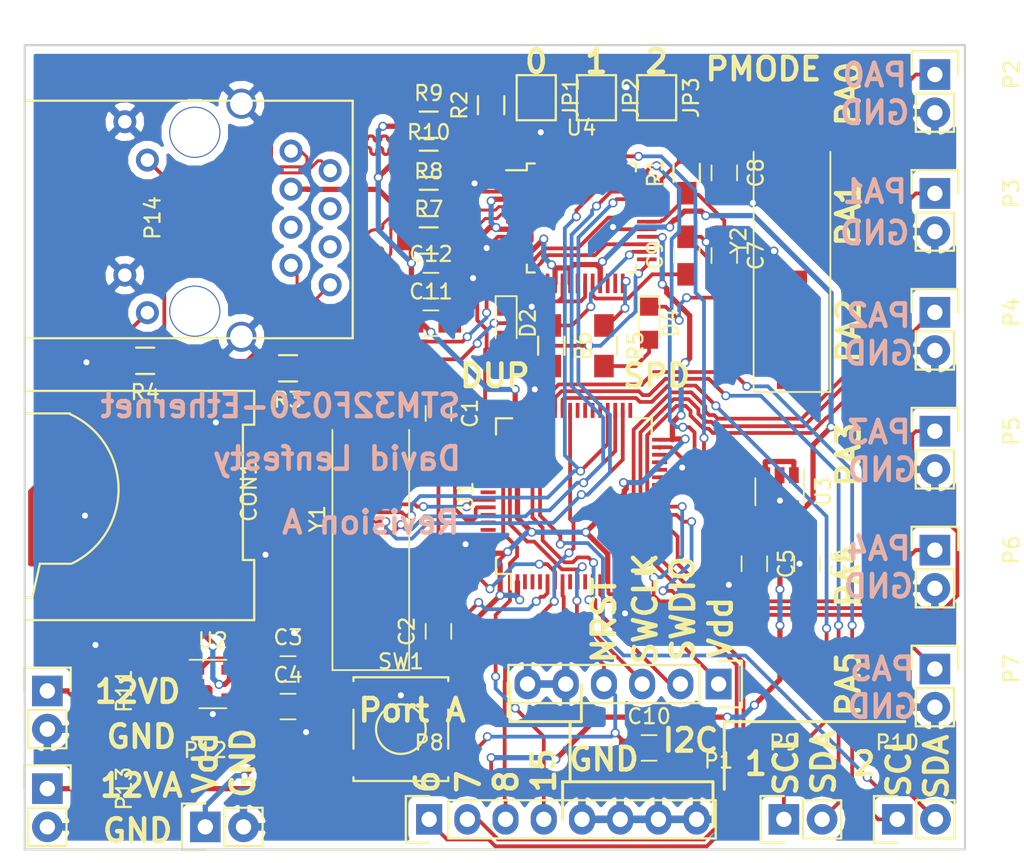
<source format=kicad_pcb>
(kicad_pcb (version 4) (host pcbnew 4.0.6-e0-6349~53~ubuntu16.04.1)
  (layers (0 F.Cu signal) (31 B.Cu signal) (34 B.Paste user hide) (35 F.Paste user hide) (36 B.SilkS user) (37 F.SilkS user) (38 B.Mask user) (39 F.Mask user hide) (44 Edge.Cuts user))
  (net 0 "")
  (net 1 AGND)
  (net 2 "Net-(C1-Pad1)")
  (net 3 "Net-(C2-Pad1)")
  (net 4 +Vdd)
  (net 5 +AVdd)
  (net 6 "Net-(C7-Pad1)")
  (net 7 "Net-(C8-Pad1)")
  (net 8 "Net-(CON1-Pad1)")
  (net 9 /SPI1_CS1)
  (net 10 /SPI1_MOSI)
  (net 11 /SPI1_CLK)
  (net 12 /SPI1_MISO)
  (net 13 "Net-(CON1-Pad8)")
  (net 14 "Net-(D2-Pad2)")
  (net 15 "Net-(D4-Pad2)")
  (net 16 /PMODE0)
  (net 17 /PMODE1)
  (net 18 /PMODE2)
  (net 19 /SWCLK)
  (net 20 "Net-(P2-Pad1)")
  (net 21 "Net-(P3-Pad1)")
  (net 22 "Net-(P4-Pad1)")
  (net 23 "Net-(P5-Pad1)")
  (net 24 "Net-(P6-Pad1)")
  (net 25 "Net-(P7-Pad1)")
  (net 26 "Net-(P8-Pad1)")
  (net 27 "Net-(P8-Pad2)")
  (net 28 "Net-(P8-Pad3)")
  (net 29 "Net-(P8-Pad4)")
  (net 30 /I2C1_SCL)
  (net 31 /I2C1_SDA)
  (net 32 /I2C2_SCL)
  (net 33 /I2C2_SDA)
  (net 34 "Net-(P14-Pad4)")
  (net 35 "Net-(P14-Pad5)")
  (net 36 "Net-(P14-Pad6)")
  (net 37 "Net-(P14-Pad11)")
  (net 38 "Net-(P14-Pad13)")
  (net 39 "Net-(R2-Pad1)")
  (net 40 "Net-(R3-Pad1)")
  (net 41 "Net-(R4-Pad1)")
  (net 42 "Net-(R5-Pad1)")
  (net 43 "Net-(R6-Pad1)")
  (net 44 /W5500_RST)
  (net 45 /W5500_INT)
  (net 46 "Net-(U1-Pad28)")
  (net 47 "Net-(U1-Pad29)")
  (net 48 "Net-(U1-Pad30)")
  (net 49 "Net-(U1-Pad33)")
  (net 50 "Net-(U1-Pad55)")
  (net 51 "Net-(U1-Pad56)")
  (net 52 /SPI1_CS2)
  (net 53 "Net-(U1-Pad59)")
  (net 54 "Net-(U1-Pad60)")
  (net 55 "Net-(U1-Pad61)")
  (net 56 "Net-(U1-Pad62)")
  (net 57 "Net-(U2-Pad4)")
  (net 58 "Net-(U3-Pad4)")
  (net 59 "Net-(U4-Pad7)")
  (net 60 "Net-(U4-Pad12)")
  (net 61 "Net-(U4-Pad13)")
  (net 62 "Net-(U4-Pad18)")
  (net 63 "Net-(U4-Pad22)")
  (net 64 "Net-(U4-Pad23)")
  (net 65 "Net-(U4-Pad38)")
  (net 66 "Net-(U4-Pad39)")
  (net 67 "Net-(U4-Pad40)")
  (net 68 "Net-(U4-Pad41)")
  (net 69 "Net-(U4-Pad42)")
  (net 70 "Net-(U4-Pad46)")
  (net 71 "Net-(U4-Pad47)")
  (net 72 /TX+)
  (net 73 /TX-)
  (net 74 /RX+)
  (net 75 /RX-)
  (net 76 /SWDIO)
  (net 77 /STM32-OO)
  (net 78 /STM32-OI)
  (net 79 /NRST)
  (net 80 "Net-(C9-Pad1)")
  (net 81 /+12V-Digital)
  (net 82 /+12V-Analog)
  (module Housings_QFP:LQFP-48_7x7mm_Pitch0.5mm (layer F.Cu) (at 67 31.5)
    (fp_text reference U4 (at 0 -6) (layer F.SilkS))
    (fp_text value W5500)
    (pad 1 smd rect (at -4.35 -2.75) (size 1.3 0.25) (layers F.Cu F.Paste F.Mask) (net 73 /TX-))
    (pad 2 smd rect (at -4.35 -2.25) (size 1.3 0.25) (layers F.Cu F.Paste F.Mask) (net 72 /TX+))
    (pad 3 smd rect (at -4.35 -1.75) (size 1.3 0.25) (layers F.Cu F.Paste F.Mask) (net 1 AGND))
    (pad 4 smd rect (at -4.35 -1.25) (size 1.3 0.25) (layers F.Cu F.Paste F.Mask) (net 5 +AVdd))
    (pad 5 smd rect (at -4.35 -0.75) (size 1.3 0.25) (layers F.Cu F.Paste F.Mask) (net 75 /RX-))
    (pad 6 smd rect (at -4.35 -0.25) (size 1.3 0.25) (layers F.Cu F.Paste F.Mask) (net 74 /RX+))
    (pad 7 smd rect (at -4.35 0.25) (size 1.3 0.25) (layers F.Cu F.Paste F.Mask) (net 59 "Net-(U4-Pad7)"))
    (pad 8 smd rect (at -4.35 0.75) (size 1.3 0.25) (layers F.Cu F.Paste F.Mask) (net 5 +AVdd))
    (pad 9 smd rect (at -4.35 1.25) (size 1.3 0.25) (layers F.Cu F.Paste F.Mask) (net 1 AGND))
    (pad 10 smd rect (at -4.35 1.75) (size 1.3 0.25) (layers F.Cu F.Paste F.Mask) (net 39 "Net-(R2-Pad1)"))
    (pad 11 smd rect (at -4.35 2.25) (size 1.3 0.25) (layers F.Cu F.Paste F.Mask) (net 5 +AVdd))
    (pad 12 smd rect (at -4.35 2.75) (size 1.3 0.25) (layers F.Cu F.Paste F.Mask) (net 60 "Net-(U4-Pad12)"))
    (pad 13 smd rect (at -2.75 4.35 90) (size 1.3 0.25) (layers F.Cu F.Paste F.Mask) (net 61 "Net-(U4-Pad13)"))
    (pad 14 smd rect (at -2.25 4.35 90) (size 1.3 0.25) (layers F.Cu F.Paste F.Mask) (net 1 AGND))
    (pad 15 smd rect (at -1.75 4.35 90) (size 1.3 0.25) (layers F.Cu F.Paste F.Mask) (net 5 +AVdd))
    (pad 16 smd rect (at -1.25 4.35 90) (size 1.3 0.25) (layers F.Cu F.Paste F.Mask) (net 1 AGND))
    (pad 17 smd rect (at -0.75 4.35 90) (size 1.3 0.25) (layers F.Cu F.Paste F.Mask) (net 5 +AVdd))
    (pad 18 smd rect (at -0.25 4.35 90) (size 1.3 0.25) (layers F.Cu F.Paste F.Mask) (net 62 "Net-(U4-Pad18)"))
    (pad 19 smd rect (at 0.25 4.35 90) (size 1.3 0.25) (layers F.Cu F.Paste F.Mask) (net 1 AGND))
    (pad 20 smd rect (at 0.75 4.35 90) (size 1.3 0.25) (layers F.Cu F.Paste F.Mask) (net 80 "Net-(C9-Pad1)"))
    (pad 21 smd rect (at 1.25 4.35 90) (size 1.3 0.25) (layers F.Cu F.Paste F.Mask) (net 5 +AVdd))
    (pad 22 smd rect (at 1.75 4.35 90) (size 1.3 0.25) (layers F.Cu F.Paste F.Mask) (net 63 "Net-(U4-Pad22)"))
    (pad 23 smd rect (at 2.25 4.35 90) (size 1.3 0.25) (layers F.Cu F.Paste F.Mask) (net 64 "Net-(U4-Pad23)"))
    (pad 24 smd rect (at 2.75 4.35 90) (size 1.3 0.25) (layers F.Cu F.Paste F.Mask) (net 42 "Net-(R5-Pad1)"))
    (pad 25 smd rect (at 4.35 2.75) (size 1.3 0.25) (layers F.Cu F.Paste F.Mask) (net 40 "Net-(R3-Pad1)"))
    (pad 26 smd rect (at 4.35 2.25) (size 1.3 0.25) (layers F.Cu F.Paste F.Mask) (net 43 "Net-(R6-Pad1)"))
    (pad 27 smd rect (at 4.35 1.75) (size 1.3 0.25) (layers F.Cu F.Paste F.Mask) (net 41 "Net-(R4-Pad1)"))
    (pad 28 smd rect (at 4.35 1.25) (size 1.3 0.25) (layers F.Cu F.Paste F.Mask) (net 4 +Vdd))
    (pad 29 smd rect (at 4.35 0.75) (size 1.3 0.25) (layers F.Cu F.Paste F.Mask) (net 1 AGND))
    (pad 30 smd rect (at 4.35 0.25) (size 1.3 0.25) (layers F.Cu F.Paste F.Mask) (net 6 "Net-(C7-Pad1)"))
    (pad 31 smd rect (at 4.35 -0.25) (size 1.3 0.25) (layers F.Cu F.Paste F.Mask) (net 7 "Net-(C8-Pad1)"))
    (pad 32 smd rect (at 4.35 -0.75) (size 1.3 0.25) (layers F.Cu F.Paste F.Mask) (net 52 /SPI1_CS2))
    (pad 33 smd rect (at 4.35 -1.25) (size 1.3 0.25) (layers F.Cu F.Paste F.Mask) (net 11 /SPI1_CLK))
    (pad 34 smd rect (at 4.35 -1.75) (size 1.3 0.25) (layers F.Cu F.Paste F.Mask) (net 12 /SPI1_MISO))
    (pad 35 smd rect (at 4.35 -2.25) (size 1.3 0.25) (layers F.Cu F.Paste F.Mask) (net 10 /SPI1_MOSI))
    (pad 36 smd rect (at 4.35 -2.75) (size 1.3 0.25) (layers F.Cu F.Paste F.Mask) (net 45 /W5500_INT))
    (pad 37 smd rect (at 2.75 -4.35 90) (size 1.3 0.25) (layers F.Cu F.Paste F.Mask) (net 44 /W5500_RST))
    (pad 38 smd rect (at 2.25 -4.35 90) (size 1.3 0.25) (layers F.Cu F.Paste F.Mask) (net 65 "Net-(U4-Pad38)"))
    (pad 39 smd rect (at 1.75 -4.35 90) (size 1.3 0.25) (layers F.Cu F.Paste F.Mask) (net 66 "Net-(U4-Pad39)"))
    (pad 40 smd rect (at 1.25 -4.35 90) (size 1.3 0.25) (layers F.Cu F.Paste F.Mask) (net 67 "Net-(U4-Pad40)"))
    (pad 41 smd rect (at 0.75 -4.35 90) (size 1.3 0.25) (layers F.Cu F.Paste F.Mask) (net 68 "Net-(U4-Pad41)"))
    (pad 42 smd rect (at 0.25 -4.35 90) (size 1.3 0.25) (layers F.Cu F.Paste F.Mask) (net 69 "Net-(U4-Pad42)"))
    (pad 43 smd rect (at -0.25 -4.35 90) (size 1.3 0.25) (layers F.Cu F.Paste F.Mask) (net 18 /PMODE2))
    (pad 44 smd rect (at -0.75 -4.35 90) (size 1.3 0.25) (layers F.Cu F.Paste F.Mask) (net 17 /PMODE1))
    (pad 45 smd rect (at -1.25 -4.35 90) (size 1.3 0.25) (layers F.Cu F.Paste F.Mask) (net 16 /PMODE0))
    (pad 46 smd rect (at -1.75 -4.35 90) (size 1.3 0.25) (layers F.Cu F.Paste F.Mask) (net 70 "Net-(U4-Pad46)"))
    (pad 47 smd rect (at -2.25 -4.35 90) (size 1.3 0.25) (layers F.Cu F.Paste F.Mask) (net 71 "Net-(U4-Pad47)"))
    (pad 48 smd rect (at -2.75 -4.35 90) (size 1.3 0.25) (layers F.Cu F.Paste F.Mask) (net 1 AGND))
  )
  (module Capacitors_SMD:C_0805_HandSoldering (layer F.Cu) (at 57.5 44.5 270)
    (fp_text reference C1 (at 0 -2.1 270) (layer F.SilkS))
    (fp_text value C_Small)
    (pad 1 smd rect (at -1.25 0 270) (size 1.5 1.25) (layers F.Cu F.Paste F.Mask) (net 2 "Net-(C1-Pad1)"))
    (pad 2 smd rect (at 1.25 0 270) (size 1.5 1.25) (layers F.Cu F.Paste F.Mask) (net 77 /STM32-OO))
  )
  (module Capacitors_SMD:C_0805_HandSoldering (layer F.Cu) (at 57.5 59 90)
    (fp_text reference C2 (at 0 -2.1 90) (layer F.SilkS))
    (fp_text value C_Small)
    (pad 1 smd rect (at -1.25 0 90) (size 1.5 1.25) (layers F.Cu F.Paste F.Mask) (net 3 "Net-(C2-Pad1)"))
    (pad 2 smd rect (at 1.25 0 90) (size 1.5 1.25) (layers F.Cu F.Paste F.Mask) (net 78 /STM32-OI))
  )
  (module Capacitors_SMD:C_0805_HandSoldering (layer F.Cu) (at 47.5 61.5)
    (fp_text reference C3 (at 0 -2.1) (layer F.SilkS))
    (fp_text value 1uF)
    (pad 1 smd rect (at -1.25 0) (size 1.5 1.25) (layers F.Cu F.Paste F.Mask) (net 81 /+12V-Digital))
    (pad 2 smd rect (at 1.25 0) (size 1.5 1.25) (layers F.Cu F.Paste F.Mask) (net 1 AGND))
  )
  (module Capacitors_SMD:C_0805_HandSoldering (layer F.Cu) (at 47.5 64)
    (fp_text reference C4 (at 0 -2.1) (layer F.SilkS))
    (fp_text value 1uF)
    (pad 1 smd rect (at -1.25 0) (size 1.5 1.25) (layers F.Cu F.Paste F.Mask) (net 4 +Vdd))
    (pad 2 smd rect (at 1.25 0) (size 1.5 1.25) (layers F.Cu F.Paste F.Mask) (net 1 AGND))
  )
  (module Capacitors_SMD:C_0805_HandSoldering (layer F.Cu) (at 78.5 54.5 270)
    (fp_text reference C5 (at 0 -2.1 270) (layer F.SilkS))
    (fp_text value 1uF)
    (pad 1 smd rect (at -1.25 0 270) (size 1.5 1.25) (layers F.Cu F.Paste F.Mask) (net 82 /+12V-Analog))
    (pad 2 smd rect (at 1.25 0 270) (size 1.5 1.25) (layers F.Cu F.Paste F.Mask) (net 1 AGND))
  )
  (module Capacitors_SMD:C_0805_HandSoldering (layer F.Cu) (at 82 54.5 270)
    (fp_text reference C6 (at 0 -2.1 270) (layer F.SilkS))
    (fp_text value 1uF)
    (pad 1 smd rect (at -1.25 0 270) (size 1.5 1.25) (layers F.Cu F.Paste F.Mask) (net 5 +AVdd))
    (pad 2 smd rect (at 1.25 0 270) (size 1.5 1.25) (layers F.Cu F.Paste F.Mask) (net 1 AGND))
  )
  (module Capacitors_SMD:C_0805_HandSoldering (layer F.Cu) (at 76.5 34 270)
    (fp_text reference C7 (at 0 -2.1 270) (layer F.SilkS))
    (fp_text value 18uF)
    (pad 1 smd rect (at -1.25 0 270) (size 1.5 1.25) (layers F.Cu F.Paste F.Mask) (net 6 "Net-(C7-Pad1)"))
    (pad 2 smd rect (at 1.25 0 270) (size 1.5 1.25) (layers F.Cu F.Paste F.Mask) (net 1 AGND))
  )
  (module Capacitors_SMD:C_0805_HandSoldering (layer F.Cu) (at 76.5 28.5 270)
    (fp_text reference C8 (at 0 -2.1 270) (layer F.SilkS))
    (fp_text value 18uF)
    (pad 1 smd rect (at -1.25 0 270) (size 1.5 1.25) (layers F.Cu F.Paste F.Mask) (net 7 "Net-(C8-Pad1)"))
    (pad 2 smd rect (at 1.25 0 270) (size 1.5 1.25) (layers F.Cu F.Paste F.Mask) (net 1 AGND))
  )
  (module Capacitors_SMD:C_0805_HandSoldering (layer F.Cu) (at 57 38.5)
    (fp_text reference C11 (at 0 -2.1) (layer F.SilkS))
    (fp_text value 1uF)
    (pad 1 smd rect (at -1.25 0) (size 1.5 1.25) (layers F.Cu F.Paste F.Mask) (net 4 +Vdd))
    (pad 2 smd rect (at 1.25 0) (size 1.5 1.25) (layers F.Cu F.Paste F.Mask) (net 1 AGND))
  )
  (module Capacitors_SMD:C_0805_HandSoldering (layer F.Cu) (at 57 36)
    (fp_text reference C12 (at 0 -2.1) (layer F.SilkS))
    (fp_text value 0.1uF)
    (pad 1 smd rect (at -1.25 0) (size 1.5 1.25) (layers F.Cu F.Paste F.Mask) (net 4 +Vdd))
    (pad 2 smd rect (at 1.25 0) (size 1.5 1.25) (layers F.Cu F.Paste F.Mask) (net 1 AGND))
  )
  (module microSD:microSD-5031821852 (layer F.Cu) (at 39 50 90)
    (fp_text reference CON1 (at 0.3 5.9 90) (layer F.SilkS))
    (fp_text value Micro_SD_Card)
    (pad 1 smd rect (at 4.249994 -7 90) (size 0.8 1.24) (layers F.Cu F.Paste F.Mask) (net 8 "Net-(CON1-Pad1)"))
    (pad 2 smd rect (at 3.142852 -7 90) (size 0.8 1.24) (layers F.Cu F.Paste F.Mask) (net 9 /SPI1_CS1))
    (pad 3 smd rect (at 2.03571 -7 90) (size 0.8 1.24) (layers F.Cu F.Paste F.Mask) (net 10 /SPI1_MOSI))
    (pad 4 smd rect (at 0.928568 -7 90) (size 0.8 1.24) (layers F.Cu F.Paste F.Mask) (net 4 +Vdd))
    (pad 5 smd rect (at -0.178574 -7 90) (size 0.8 1.24) (layers F.Cu F.Paste F.Mask) (net 11 /SPI1_CLK))
    (pad 6 smd rect (at -1.285716 -7 90) (size 0.8 1.24) (layers F.Cu F.Paste F.Mask) (net 1 AGND))
    (pad 7 smd rect (at -2.392858 -7 90) (size 0.8 1.24) (layers F.Cu F.Paste F.Mask) (net 12 /SPI1_MISO))
    (pad 8 smd rect (at -3.5 -7 90) (size 0.8 1.24) (layers F.Cu F.Paste F.Mask) (net 13 "Net-(CON1-Pad8)"))
    (pad 9 smd rect (at 7 -7 90) (size 0.8 1.24) (layers F.Cu F.Paste F.Mask) (net 1 AGND))
    (pad 9 smd rect (at 3.9 5.7 90) (size 1.5 1.15) (layers F.Cu F.Paste F.Mask) (net 1 AGND))
    (pad 9 smd rect (at -3.9 5.7 90) (size 1.5 1.15) (layers F.Cu F.Paste F.Mask) (net 1 AGND))
    (pad 9 smd rect (at -8.2 5 90) (size 1.15 2.2) (layers F.Cu F.Paste F.Mask) (net 1 AGND))
    (pad 9 smd rect (at -8.3 -6.4 90) (size 0.95 2.5) (layers F.Cu F.Paste F.Mask) (net 1 AGND))
  )
  (module LEDs:LED_0805 (layer F.Cu) (at 62 38.5 270)
    (fp_text reference D2 (at 0 -1.45 270) (layer F.SilkS))
    (fp_text value LED)
    (pad 2 smd rect (at 1.1 0 90) (size 1.2 1.2) (layers F.Cu F.Paste F.Mask) (net 14 "Net-(D2-Pad2)"))
    (pad 1 smd rect (at -1.1 0 90) (size 1.2 1.2) (layers F.Cu F.Paste F.Mask) (net 1 AGND))
  )
  (module LEDs:LED_0805 (layer F.Cu) (at 71.5 38.5 270)
    (fp_text reference D4 (at 0 -1.45 270) (layer F.SilkS))
    (fp_text value LED)
    (pad 2 smd rect (at 1.1 0 90) (size 1.2 1.2) (layers F.Cu F.Paste F.Mask) (net 15 "Net-(D4-Pad2)"))
    (pad 1 smd rect (at -1.1 0 90) (size 1.2 1.2) (layers F.Cu F.Paste F.Mask) (net 1 AGND))
  )
  (module Custom_Footprints:Jumper_SMD (layer F.Cu) (at 64 23.5)
    (fp_text reference JP1 (at 2.3 0 90) (layer F.SilkS))
    (fp_text value Jumper_NO_Small)
    (pad 1 smd rect (at 0 -0.7) (size 2 1) (layers F.Cu F.Paste F.Mask) (net 1 AGND))
    (pad 2 smd rect (at 0 0.7) (size 2 1) (layers F.Cu F.Paste F.Mask) (net 16 /PMODE0))
  )
  (module Custom_Footprints:Jumper_SMD (layer F.Cu) (at 68 23.5)
    (fp_text reference JP2 (at 2.3 0 90) (layer F.SilkS))
    (fp_text value Jumper_NO_Small)
    (pad 1 smd rect (at 0 -0.7) (size 2 1) (layers F.Cu F.Paste F.Mask) (net 1 AGND))
    (pad 2 smd rect (at 0 0.7) (size 2 1) (layers F.Cu F.Paste F.Mask) (net 17 /PMODE1))
  )
  (module Custom_Footprints:Jumper_SMD (layer F.Cu) (at 72 23.5)
    (fp_text reference JP3 (at 2.3 0 90) (layer F.SilkS))
    (fp_text value Jumper_NO_Small)
    (pad 1 smd rect (at 0 -0.7) (size 2 1) (layers F.Cu F.Paste F.Mask) (net 1 AGND))
    (pad 2 smd rect (at 0 0.7) (size 2 1) (layers F.Cu F.Paste F.Mask) (net 18 /PMODE2))
  )
  (module Socket_Strips:Socket_Strip_Straight_1x06 (layer F.Cu) (at 76.12 62.5 180)
    (fp_text reference P1 (at 0 -5.1 180) (layer F.SilkS))
    (fp_text value CONN_01X06)
    (pad 1 thru_hole rect (at 0 0 180) (size 1.7272 2.032) (drill 1.016) (layers *.Cu *.Mask) (net 4 +Vdd))
    (pad 2 thru_hole oval (at 2.54 0 180) (size 1.7272 2.032) (drill 1.016) (layers *.Cu *.Mask) (net 76 /SWDIO))
    (pad 3 thru_hole oval (at 5.08 0 180) (size 1.7272 2.032) (drill 1.016) (layers *.Cu *.Mask) (net 19 /SWCLK))
    (pad 4 thru_hole oval (at 7.62 0 180) (size 1.7272 2.032) (drill 1.016) (layers *.Cu *.Mask) (net 79 /NRST))
    (pad 5 thru_hole oval (at 10.16 0 180) (size 1.7272 2.032) (drill 1.016) (layers *.Cu *.Mask) (net 1 AGND))
    (pad 6 thru_hole oval (at 12.7 0 180) (size 1.7272 2.032) (drill 1.016) (layers *.Cu *.Mask) (net 1 AGND))
  )
  (module Socket_Strips:Socket_Strip_Straight_1x02 (layer F.Cu) (at 90.5 21.96 270)
    (fp_text reference P2 (at 0 -5.1 270) (layer F.SilkS))
    (fp_text value CONN_01X02)
    (pad 1 thru_hole rect (at 0 0 270) (size 2.032 2.032) (drill 1.016) (layers *.Cu *.Mask) (net 20 "Net-(P2-Pad1)"))
    (pad 2 thru_hole oval (at 2.54 0 270) (size 2.032 2.032) (drill 1.016) (layers *.Cu *.Mask) (net 1 AGND))
  )
  (module Socket_Strips:Socket_Strip_Straight_1x02 (layer F.Cu) (at 90.5 29.868 270)
    (fp_text reference P3 (at 0 -5.1 270) (layer F.SilkS))
    (fp_text value CONN_01X02)
    (pad 1 thru_hole rect (at 0 0 270) (size 2.032 2.032) (drill 1.016) (layers *.Cu *.Mask) (net 21 "Net-(P3-Pad1)"))
    (pad 2 thru_hole oval (at 2.54 0 270) (size 2.032 2.032) (drill 1.016) (layers *.Cu *.Mask) (net 1 AGND))
  )
  (module Socket_Strips:Socket_Strip_Straight_1x02 (layer F.Cu) (at 90.5 37.776 270)
    (fp_text reference P4 (at 0 -5.1 270) (layer F.SilkS))
    (fp_text value CONN_01X02)
    (pad 1 thru_hole rect (at 0 0 270) (size 2.032 2.032) (drill 1.016) (layers *.Cu *.Mask) (net 22 "Net-(P4-Pad1)"))
    (pad 2 thru_hole oval (at 2.54 0 270) (size 2.032 2.032) (drill 1.016) (layers *.Cu *.Mask) (net 1 AGND))
  )
  (module Socket_Strips:Socket_Strip_Straight_1x02 (layer F.Cu) (at 90.5 45.684 270)
    (fp_text reference P5 (at 0 -5.1 270) (layer F.SilkS))
    (fp_text value CONN_01X02)
    (pad 1 thru_hole rect (at 0 0 270) (size 2.032 2.032) (drill 1.016) (layers *.Cu *.Mask) (net 23 "Net-(P5-Pad1)"))
    (pad 2 thru_hole oval (at 2.54 0 270) (size 2.032 2.032) (drill 1.016) (layers *.Cu *.Mask) (net 1 AGND))
  )
  (module Socket_Strips:Socket_Strip_Straight_1x02 (layer F.Cu) (at 90.5 53.592 270)
    (fp_text reference P6 (at 0 -5.1 270) (layer F.SilkS))
    (fp_text value CONN_01X02)
    (pad 1 thru_hole rect (at 0 0 270) (size 2.032 2.032) (drill 1.016) (layers *.Cu *.Mask) (net 24 "Net-(P6-Pad1)"))
    (pad 2 thru_hole oval (at 2.54 0 270) (size 2.032 2.032) (drill 1.016) (layers *.Cu *.Mask) (net 1 AGND))
  )
  (module Socket_Strips:Socket_Strip_Straight_1x02 (layer F.Cu) (at 90.5 61.5 270)
    (fp_text reference P7 (at 0 -5.1 270) (layer F.SilkS))
    (fp_text value CONN_01X02)
    (pad 1 thru_hole rect (at 0 0 270) (size 2.032 2.032) (drill 1.016) (layers *.Cu *.Mask) (net 25 "Net-(P7-Pad1)"))
    (pad 2 thru_hole oval (at 2.54 0 270) (size 2.032 2.032) (drill 1.016) (layers *.Cu *.Mask) (net 1 AGND))
  )
  (module Socket_Strips:Socket_Strip_Straight_1x08 (layer F.Cu) (at 56.88 71.5)
    (fp_text reference P8 (at 0 -5.1) (layer F.SilkS))
    (fp_text value CONN_01X08)
    (pad 1 thru_hole rect (at 0 0) (size 1.7272 2.032) (drill 1.016) (layers *.Cu *.Mask) (net 26 "Net-(P8-Pad1)"))
    (pad 2 thru_hole oval (at 2.54 0) (size 1.7272 2.032) (drill 1.016) (layers *.Cu *.Mask) (net 27 "Net-(P8-Pad2)"))
    (pad 3 thru_hole oval (at 5.08 0) (size 1.7272 2.032) (drill 1.016) (layers *.Cu *.Mask) (net 28 "Net-(P8-Pad3)"))
    (pad 4 thru_hole oval (at 7.62 0) (size 1.7272 2.032) (drill 1.016) (layers *.Cu *.Mask) (net 29 "Net-(P8-Pad4)"))
    (pad 5 thru_hole oval (at 10.16 0) (size 1.7272 2.032) (drill 1.016) (layers *.Cu *.Mask) (net 1 AGND))
    (pad 6 thru_hole oval (at 12.7 0) (size 1.7272 2.032) (drill 1.016) (layers *.Cu *.Mask) (net 1 AGND))
    (pad 7 thru_hole oval (at 15.24 0) (size 1.7272 2.032) (drill 1.016) (layers *.Cu *.Mask) (net 1 AGND))
    (pad 8 thru_hole oval (at 17.78 0) (size 1.7272 2.032) (drill 1.016) (layers *.Cu *.Mask) (net 1 AGND))
  )
  (module Socket_Strips:Socket_Strip_Straight_1x02 (layer F.Cu) (at 80.46 71.5)
    (fp_text reference P9 (at 0 -5.1) (layer F.SilkS))
    (fp_text value CONN_01X02)
    (pad 1 thru_hole rect (at 0 0) (size 2.032 2.032) (drill 1.016) (layers *.Cu *.Mask) (net 30 /I2C1_SCL))
    (pad 2 thru_hole oval (at 2.54 0) (size 2.032 2.032) (drill 1.016) (layers *.Cu *.Mask) (net 31 /I2C1_SDA))
  )
  (module Socket_Strips:Socket_Strip_Straight_1x02 (layer F.Cu) (at 88 71.5)
    (fp_text reference P10 (at 0 -5.1) (layer F.SilkS))
    (fp_text value CONN_01X02)
    (pad 1 thru_hole rect (at 0 0) (size 2.032 2.032) (drill 1.016) (layers *.Cu *.Mask) (net 32 /I2C2_SCL))
    (pad 2 thru_hole oval (at 2.54 0) (size 2.032 2.032) (drill 1.016) (layers *.Cu *.Mask) (net 33 /I2C2_SDA))
  )
  (module Socket_Strips:Socket_Strip_Straight_1x02 (layer F.Cu) (at 31.5 62.96 270)
    (fp_text reference P11 (at 0 -5.1 270) (layer F.SilkS))
    (fp_text value CONN_01X02)
    (pad 1 thru_hole rect (at 0 0 270) (size 2.032 2.032) (drill 1.016) (layers *.Cu *.Mask) (net 81 /+12V-Digital))
    (pad 2 thru_hole oval (at 2.54 0 270) (size 2.032 2.032) (drill 1.016) (layers *.Cu *.Mask) (net 1 AGND))
  )
  (module Socket_Strips:Socket_Strip_Straight_1x02 (layer F.Cu) (at 42 72)
    (fp_text reference P12 (at 0 -5.1) (layer F.SilkS))
    (fp_text value CONN_01X02)
    (pad 1 thru_hole rect (at 0 0) (size 2.032 2.032) (drill 1.016) (layers *.Cu *.Mask) (net 4 +Vdd))
    (pad 2 thru_hole oval (at 2.54 0) (size 2.032 2.032) (drill 1.016) (layers *.Cu *.Mask) (net 1 AGND))
  )
  (module Socket_Strips:Socket_Strip_Straight_1x02 (layer F.Cu) (at 31.5 69.46 270)
    (fp_text reference P13 (at 0 -5.1 270) (layer F.SilkS))
    (fp_text value CONN_01X02)
    (pad 1 thru_hole rect (at 0 0 270) (size 2.032 2.032) (drill 1.016) (layers *.Cu *.Mask) (net 82 /+12V-Analog))
    (pad 2 thru_hole oval (at 2.54 0 270) (size 2.032 2.032) (drill 1.016) (layers *.Cu *.Mask) (net 1 AGND))
  )
  (module Custom_Footprints:8p8c-RB1-125BAG1A (layer F.Cu) (at 45 31.5 270)
    (fp_text reference P14 (at 0 6.5 270) (layer F.SilkS))
    (fp_text value CNT-RJ45)
    (pad 1 thru_hole circle (at -4.45 -2.7 270) (size 1.524 1.524) (drill 0.9) (layers *.Cu *.Mask) (net 72 /TX+))
    (pad 2 thru_hole circle (at -3.15 -5.3 270) (size 1.524 1.524) (drill 0.9) (layers *.Cu *.Mask) (net 73 /TX-))
    (pad 3 thru_hole circle (at -1.916667 -2.7 270) (size 1.524 1.524) (drill 0.9) (layers *.Cu *.Mask) (net 4 +Vdd))
    (pad 4 thru_hole circle (at -0.616667 -5.3 270) (size 1.524 1.524) (drill 0.9) (layers *.Cu *.Mask) (net 34 "Net-(P14-Pad4)"))
    (pad 5 thru_hole circle (at 0.616666 -2.7 270) (size 1.524 1.524) (drill 0.9) (layers *.Cu *.Mask) (net 35 "Net-(P14-Pad5)"))
    (pad 6 thru_hole circle (at 1.916666 -5.3 270) (size 1.524 1.524) (drill 0.9) (layers *.Cu *.Mask) (net 36 "Net-(P14-Pad6)"))
    (pad 7 thru_hole circle (at 3.149999 -2.7 270) (size 1.524 1.524) (drill 0.9) (layers *.Cu *.Mask) (net 74 /RX+))
    (pad 8 thru_hole circle (at 4.449999 -5.3 270) (size 1.524 1.524) (drill 0.9) (layers *.Cu *.Mask) (net 75 /RX-))
    (pad 9 thru_hole circle (at 7.9 0.6 270) (size 2 2) (drill 1.5) (layers *.Cu *.Mask) (net 1 AGND))
    (pad 10 thru_hole circle (at -7.6 0.6 270) (size 2 2) (drill 1.5) (layers *.Cu *.Mask) (net 1 AGND))
    (pad 11 thru_hole circle (at -3.85 6.85 270) (size 1.524 1.524) (drill 0.9) (layers *.Cu *.Mask) (net 37 "Net-(P14-Pad11)"))
    (pad 12 thru_hole circle (at -6.4 8.35 270) (size 1.524 1.524) (drill 0.9) (layers *.Cu *.Mask) (net 1 AGND))
    (pad 13 thru_hole circle (at 6.3 6.85 270) (size 1.524 1.524) (drill 0.9) (layers *.Cu *.Mask) (net 38 "Net-(P14-Pad13)"))
    (pad 14 thru_hole circle (at 3.8 8.35 270) (size 1.524 1.524) (drill 0.9) (layers *.Cu *.Mask) (net 1 AGND))
    (pad "" np_thru_hole circle (at 6.2 3.7 270) (size 3.4 3.4) (drill 3.25) (layers *.Cu *.Mask))
    (pad "" np_thru_hole circle (at -5.7 3.7 270) (size 3.4 3.4) (drill 3.25) (layers *.Cu *.Mask))
  )
  (module Resistors_SMD:R_0805_HandSoldering (layer F.Cu) (at 74 28.5 90)
    (fp_text reference R1 (at 0 -2.1 90) (layer F.SilkS))
    (fp_text value 1M)
    (pad 1 smd rect (at -1.35 0 90) (size 1.5 1.3) (layers F.Cu F.Paste F.Mask) (net 6 "Net-(C7-Pad1)"))
    (pad 2 smd rect (at 1.35 0 90) (size 1.5 1.3) (layers F.Cu F.Paste F.Mask) (net 7 "Net-(C8-Pad1)"))
  )
  (module Resistors_SMD:R_0805_HandSoldering (layer F.Cu) (at 61 24 90)
    (fp_text reference R2 (at 0 -2.1 90) (layer F.SilkS))
    (fp_text value 12K4)
    (pad 1 smd rect (at -1.35 0 90) (size 1.5 1.3) (layers F.Cu F.Paste F.Mask) (net 39 "Net-(R2-Pad1)"))
    (pad 2 smd rect (at 1.35 0 90) (size 1.5 1.3) (layers F.Cu F.Paste F.Mask) (net 1 AGND))
  )
  (module Resistors_SMD:R_0805_HandSoldering (layer F.Cu) (at 47.5 41.5 180)
    (fp_text reference R3 (at 0 -2.1 180) (layer F.SilkS))
    (fp_text value 390K)
    (pad 1 smd rect (at -1.35 0 180) (size 1.5 1.3) (layers F.Cu F.Paste F.Mask) (net 40 "Net-(R3-Pad1)"))
    (pad 2 smd rect (at 1.35 0 180) (size 1.5 1.3) (layers F.Cu F.Paste F.Mask) (net 37 "Net-(P14-Pad11)"))
  )
  (module Resistors_SMD:R_0805_HandSoldering (layer F.Cu) (at 38 41 180)
    (fp_text reference R4 (at 0 -2.1 180) (layer F.SilkS))
    (fp_text value 390K)
    (pad 1 smd rect (at -1.35 0 180) (size 1.5 1.3) (layers F.Cu F.Paste F.Mask) (net 41 "Net-(R4-Pad1)"))
    (pad 2 smd rect (at 1.35 0 180) (size 1.5 1.3) (layers F.Cu F.Paste F.Mask) (net 38 "Net-(P14-Pad13)"))
  )
  (module Resistors_SMD:R_0805_HandSoldering (layer F.Cu) (at 68.5 40 270)
    (fp_text reference R5 (at 0 -2.1 270) (layer F.SilkS))
    (fp_text value 499)
    (pad 1 smd rect (at -1.35 0 270) (size 1.5 1.3) (layers F.Cu F.Paste F.Mask) (net 42 "Net-(R5-Pad1)"))
    (pad 2 smd rect (at 1.35 0 270) (size 1.5 1.3) (layers F.Cu F.Paste F.Mask) (net 15 "Net-(D4-Pad2)"))
  )
  (module Resistors_SMD:R_0805_HandSoldering (layer F.Cu) (at 65 40 270)
    (fp_text reference R6 (at 0 -2.1 270) (layer F.SilkS))
    (fp_text value 499)
    (pad 1 smd rect (at -1.35 0 270) (size 1.5 1.3) (layers F.Cu F.Paste F.Mask) (net 43 "Net-(R6-Pad1)"))
    (pad 2 smd rect (at 1.35 0 270) (size 1.5 1.3) (layers F.Cu F.Paste F.Mask) (net 14 "Net-(D2-Pad2)"))
  )
  (module Resistors_SMD:R_0805_HandSoldering (layer F.Cu) (at 56.85 33)
    (fp_text reference R7 (at 0 -2.1) (layer F.SilkS))
    (fp_text value 49R9)
    (pad 1 smd rect (at -1.35 0) (size 1.5 1.3) (layers F.Cu F.Paste F.Mask) (net 4 +Vdd))
    (pad 2 smd rect (at 1.35 0) (size 1.5 1.3) (layers F.Cu F.Paste F.Mask) (net 74 /RX+))
  )
  (module Resistors_SMD:R_0805_HandSoldering (layer F.Cu) (at 56.85 30.5)
    (fp_text reference R8 (at 0 -2.1) (layer F.SilkS))
    (fp_text value 49R9)
    (pad 1 smd rect (at -1.35 0) (size 1.5 1.3) (layers F.Cu F.Paste F.Mask) (net 4 +Vdd))
    (pad 2 smd rect (at 1.35 0) (size 1.5 1.3) (layers F.Cu F.Paste F.Mask) (net 75 /RX-))
  )
  (module Resistors_SMD:R_0805_HandSoldering (layer F.Cu) (at 56.85 25.3)
    (fp_text reference R9 (at 0 -2.1) (layer F.SilkS))
    (fp_text value 49R9)
    (pad 1 smd rect (at -1.35 0) (size 1.5 1.3) (layers F.Cu F.Paste F.Mask) (net 4 +Vdd))
    (pad 2 smd rect (at 1.35 0) (size 1.5 1.3) (layers F.Cu F.Paste F.Mask) (net 73 /TX-))
  )
  (module Resistors_SMD:R_0805_HandSoldering (layer F.Cu) (at 56.85 27.9)
    (fp_text reference R10 (at 0 -2.1) (layer F.SilkS))
    (fp_text value 49R9)
    (pad 1 smd rect (at -1.35 0) (size 1.5 1.3) (layers F.Cu F.Paste F.Mask) (net 4 +Vdd))
    (pad 2 smd rect (at 1.35 0) (size 1.5 1.3) (layers F.Cu F.Paste F.Mask) (net 72 /TX+))
  )
  (module Housings_QFP:LQFP-64_10x10mm_Pitch0.5mm (layer F.Cu) (at 66.5 50 90)
    (fp_text reference U1 (at 0 -7.2 90) (layer F.SilkS))
    (fp_text value STM32F030R8T6)
    (pad 1 smd rect (at -5.7 -3.75 90) (size 1 0.25) (layers F.Cu F.Paste F.Mask) (net 4 +Vdd))
    (pad 2 smd rect (at -5.7 -3.25 90) (size 1 0.25) (layers F.Cu F.Paste F.Mask))
    (pad 3 smd rect (at -5.7 -2.75 90) (size 1 0.25) (layers F.Cu F.Paste F.Mask))
    (pad 4 smd rect (at -5.7 -2.25 90) (size 1 0.25) (layers F.Cu F.Paste F.Mask))
    (pad 5 smd rect (at -5.7 -1.75 90) (size 1 0.25) (layers F.Cu F.Paste F.Mask) (net 78 /STM32-OI))
    (pad 6 smd rect (at -5.7 -1.25 90) (size 1 0.25) (layers F.Cu F.Paste F.Mask) (net 77 /STM32-OO))
    (pad 7 smd rect (at -5.7 -0.75 90) (size 1 0.25) (layers F.Cu F.Paste F.Mask) (net 79 /NRST))
    (pad 8 smd rect (at -5.7 -0.25 90) (size 1 0.25) (layers F.Cu F.Paste F.Mask))
    (pad 9 smd rect (at -5.7 0.25 90) (size 1 0.25) (layers F.Cu F.Paste F.Mask))
    (pad 10 smd rect (at -5.7 0.75 90) (size 1 0.25) (layers F.Cu F.Paste F.Mask))
    (pad 11 smd rect (at -5.7 1.25 90) (size 1 0.25) (layers F.Cu F.Paste F.Mask))
    (pad 12 smd rect (at -5.7 1.75 90) (size 1 0.25) (layers F.Cu F.Paste F.Mask) (net 1 AGND))
    (pad 13 smd rect (at -5.7 2.25 90) (size 1 0.25) (layers F.Cu F.Paste F.Mask) (net 4 +Vdd))
    (pad 14 smd rect (at -5.7 2.75 90) (size 1 0.25) (layers F.Cu F.Paste F.Mask) (net 20 "Net-(P2-Pad1)"))
    (pad 15 smd rect (at -5.7 3.25 90) (size 1 0.25) (layers F.Cu F.Paste F.Mask) (net 21 "Net-(P3-Pad1)"))
    (pad 16 smd rect (at -5.7 3.75 90) (size 1 0.25) (layers F.Cu F.Paste F.Mask) (net 22 "Net-(P4-Pad1)"))
    (pad 17 smd rect (at -3.75 5.7 180) (size 1 0.25) (layers F.Cu F.Paste F.Mask) (net 23 "Net-(P5-Pad1)"))
    (pad 18 smd rect (at -3.25 5.7 180) (size 1 0.25) (layers F.Cu F.Paste F.Mask))
    (pad 19 smd rect (at -2.75 5.7 180) (size 1 0.25) (layers F.Cu F.Paste F.Mask))
    (pad 20 smd rect (at -2.25 5.7 180) (size 1 0.25) (layers F.Cu F.Paste F.Mask) (net 24 "Net-(P6-Pad1)"))
    (pad 21 smd rect (at -1.75 5.7 180) (size 1 0.25) (layers F.Cu F.Paste F.Mask) (net 25 "Net-(P7-Pad1)"))
    (pad 22 smd rect (at -1.25 5.7 180) (size 1 0.25) (layers F.Cu F.Paste F.Mask) (net 26 "Net-(P8-Pad1)"))
    (pad 23 smd rect (at -0.75 5.7 180) (size 1 0.25) (layers F.Cu F.Paste F.Mask) (net 27 "Net-(P8-Pad2)"))
    (pad 24 smd rect (at -0.25 5.7 180) (size 1 0.25) (layers F.Cu F.Paste F.Mask))
    (pad 25 smd rect (at 0.25 5.7 180) (size 1 0.25) (layers F.Cu F.Paste F.Mask))
    (pad 26 smd rect (at 0.75 5.7 180) (size 1 0.25) (layers F.Cu F.Paste F.Mask) (net 44 /W5500_RST))
    (pad 27 smd rect (at 1.25 5.7 180) (size 1 0.25) (layers F.Cu F.Paste F.Mask) (net 45 /W5500_INT))
    (pad 28 smd rect (at 1.75 5.7 180) (size 1 0.25) (layers F.Cu F.Paste F.Mask) (net 46 "Net-(U1-Pad28)"))
    (pad 29 smd rect (at 2.25 5.7 180) (size 1 0.25) (layers F.Cu F.Paste F.Mask) (net 47 "Net-(U1-Pad29)"))
    (pad 30 smd rect (at 2.75 5.7 180) (size 1 0.25) (layers F.Cu F.Paste F.Mask) (net 48 "Net-(U1-Pad30)"))
    (pad 31 smd rect (at 3.25 5.7 180) (size 1 0.25) (layers F.Cu F.Paste F.Mask) (net 1 AGND))
    (pad 32 smd rect (at 3.75 5.7 180) (size 1 0.25) (layers F.Cu F.Paste F.Mask) (net 4 +Vdd))
    (pad 33 smd rect (at 5.7 3.75 90) (size 1 0.25) (layers F.Cu F.Paste F.Mask) (net 49 "Net-(U1-Pad33)"))
    (pad 34 smd rect (at 5.7 3.25 90) (size 1 0.25) (layers F.Cu F.Paste F.Mask) (net 11 /SPI1_CLK))
    (pad 35 smd rect (at 5.7 2.75 90) (size 1 0.25) (layers F.Cu F.Paste F.Mask) (net 12 /SPI1_MISO))
    (pad 36 smd rect (at 5.7 2.25 90) (size 1 0.25) (layers F.Cu F.Paste F.Mask) (net 10 /SPI1_MOSI))
    (pad 37 smd rect (at 5.7 1.75 90) (size 1 0.25) (layers F.Cu F.Paste F.Mask))
    (pad 38 smd rect (at 5.7 1.25 90) (size 1 0.25) (layers F.Cu F.Paste F.Mask))
    (pad 39 smd rect (at 5.7 0.75 90) (size 1 0.25) (layers F.Cu F.Paste F.Mask))
    (pad 40 smd rect (at 5.7 0.25 90) (size 1 0.25) (layers F.Cu F.Paste F.Mask))
    (pad 41 smd rect (at 5.7 -0.25 90) (size 1 0.25) (layers F.Cu F.Paste F.Mask) (net 28 "Net-(P8-Pad3)"))
    (pad 42 smd rect (at 5.7 -0.75 90) (size 1 0.25) (layers F.Cu F.Paste F.Mask) (net 30 /I2C1_SCL))
    (pad 43 smd rect (at 5.7 -1.25 90) (size 1 0.25) (layers F.Cu F.Paste F.Mask) (net 31 /I2C1_SDA))
    (pad 44 smd rect (at 5.7 -1.75 90) (size 1 0.25) (layers F.Cu F.Paste F.Mask) (net 32 /I2C2_SCL))
    (pad 45 smd rect (at 5.7 -2.25 90) (size 1 0.25) (layers F.Cu F.Paste F.Mask) (net 33 /I2C2_SDA))
    (pad 46 smd rect (at 5.7 -2.75 90) (size 1 0.25) (layers F.Cu F.Paste F.Mask) (net 76 /SWDIO))
    (pad 47 smd rect (at 5.7 -3.25 90) (size 1 0.25) (layers F.Cu F.Paste F.Mask) (net 1 AGND))
    (pad 48 smd rect (at 5.7 -3.75 90) (size 1 0.25) (layers F.Cu F.Paste F.Mask) (net 4 +Vdd))
    (pad 49 smd rect (at 3.75 -5.7 180) (size 1 0.25) (layers F.Cu F.Paste F.Mask) (net 19 /SWCLK))
    (pad 50 smd rect (at 3.25 -5.7 180) (size 1 0.25) (layers F.Cu F.Paste F.Mask) (net 29 "Net-(P8-Pad4)"))
    (pad 51 smd rect (at 2.75 -5.7 180) (size 1 0.25) (layers F.Cu F.Paste F.Mask))
    (pad 52 smd rect (at 2.25 -5.7 180) (size 1 0.25) (layers F.Cu F.Paste F.Mask))
    (pad 53 smd rect (at 1.75 -5.7 180) (size 1 0.25) (layers F.Cu F.Paste F.Mask))
    (pad 54 smd rect (at 1.25 -5.7 180) (size 1 0.25) (layers F.Cu F.Paste F.Mask))
    (pad 55 smd rect (at 0.75 -5.7 180) (size 1 0.25) (layers F.Cu F.Paste F.Mask) (net 50 "Net-(U1-Pad55)"))
    (pad 56 smd rect (at 0.25 -5.7 180) (size 1 0.25) (layers F.Cu F.Paste F.Mask) (net 51 "Net-(U1-Pad56)"))
    (pad 57 smd rect (at -0.25 -5.7 180) (size 1 0.25) (layers F.Cu F.Paste F.Mask) (net 9 /SPI1_CS1))
    (pad 58 smd rect (at -0.75 -5.7 180) (size 1 0.25) (layers F.Cu F.Paste F.Mask) (net 52 /SPI1_CS2))
    (pad 59 smd rect (at -1.25 -5.7 180) (size 1 0.25) (layers F.Cu F.Paste F.Mask) (net 53 "Net-(U1-Pad59)"))
    (pad 60 smd rect (at -1.75 -5.7 180) (size 1 0.25) (layers F.Cu F.Paste F.Mask) (net 54 "Net-(U1-Pad60)"))
    (pad 61 smd rect (at -2.25 -5.7 180) (size 1 0.25) (layers F.Cu F.Paste F.Mask) (net 55 "Net-(U1-Pad61)"))
    (pad 62 smd rect (at -2.75 -5.7 180) (size 1 0.25) (layers F.Cu F.Paste F.Mask) (net 56 "Net-(U1-Pad62)"))
    (pad 63 smd rect (at -3.25 -5.7 180) (size 1 0.25) (layers F.Cu F.Paste F.Mask) (net 1 AGND))
    (pad 64 smd rect (at -3.75 -5.7 180) (size 1 0.25) (layers F.Cu F.Paste F.Mask) (net 4 +Vdd))
  )
  (module TO_SOT_Packages_SMD:SOT-23-5 (layer F.Cu) (at 42.5 62.5)
    (fp_text reference U2 (at 0 -2.9) (layer F.SilkS))
    (fp_text value LD3985M)
    (pad 1 smd rect (at -1.1 -0.95) (size 1.06 0.65) (layers F.Cu F.Paste F.Mask) (net 81 /+12V-Digital))
    (pad 2 smd rect (at -1.1 0) (size 1.06 0.65) (layers F.Cu F.Paste F.Mask) (net 1 AGND))
    (pad 3 smd rect (at -1.1 0.95) (size 1.06 0.65) (layers F.Cu F.Paste F.Mask) (net 81 /+12V-Digital))
    (pad 4 smd rect (at 1.1 0.95) (size 1.06 0.65) (layers F.Cu F.Paste F.Mask) (net 57 "Net-(U2-Pad4)"))
    (pad 5 smd rect (at 1.1 -0.95) (size 1.06 0.65) (layers F.Cu F.Paste F.Mask) (net 4 +Vdd))
  )
  (module TO_SOT_Packages_SMD:SOT-23-5 (layer F.Cu) (at 80.175 49.710952 270)
    (fp_text reference U3 (at 0 -2.9 270) (layer F.SilkS))
    (fp_text value LD3985M)
    (pad 1 smd rect (at -1.1 -0.95 270) (size 1.06 0.65) (layers F.Cu F.Paste F.Mask) (net 82 /+12V-Analog))
    (pad 2 smd rect (at -1.1 0 270) (size 1.06 0.65) (layers F.Cu F.Paste F.Mask) (net 1 AGND))
    (pad 3 smd rect (at -1.1 0.95 270) (size 1.06 0.65) (layers F.Cu F.Paste F.Mask) (net 82 /+12V-Analog))
    (pad 4 smd rect (at 1.1 0.95 270) (size 1.06 0.65) (layers F.Cu F.Paste F.Mask) (net 58 "Net-(U3-Pad4)"))
    (pad 5 smd rect (at 1.1 -0.95 270) (size 1.06 0.65) (layers F.Cu F.Paste F.Mask) (net 5 +AVdd))
  )
  (module Crystals:Crystal_SMD_HC49-SD_HandSoldering (layer F.Cu) (at 53 51.5 90)
    (fp_text reference Y1 (at 0 -3.55 90) (layer F.SilkS))
    (fp_text value Crystal)
    (pad 1 smd rect (at -5.9375 0 90) (size 7.875 2) (layers F.Cu F.Mask) (net 3 "Net-(C2-Pad1)"))
    (pad 2 smd rect (at 5.9375 0 90) (size 7.875 2) (layers F.Cu F.Mask) (net 2 "Net-(C1-Pad1)"))
  )
  (module Crystals:Crystal_SMD_HC49-SD_HandSoldering (layer F.Cu) (at 81 33 90)
    (fp_text reference Y2 (at 0 -3.55 90) (layer F.SilkS))
    (fp_text value 25MHz)
    (pad 1 smd rect (at -5.9375 0 90) (size 7.875 2) (layers F.Cu F.Mask) (net 6 "Net-(C7-Pad1)"))
    (pad 2 smd rect (at 5.9375 0 90) (size 7.875 2) (layers F.Cu F.Mask) (net 7 "Net-(C8-Pad1)"))
  )
  (module Capacitors_SMD:C_0805_HandSoldering (layer F.Cu) (at 74 34 90)
    (fp_text reference C9 (at 0 -2.1 90) (layer F.SilkS))
    (fp_text value 4.7uF)
    (pad 1 smd rect (at -1.25 0 90) (size 1.5 1.25) (layers F.Cu F.Paste F.Mask) (net 80 "Net-(C9-Pad1)"))
    (pad 2 smd rect (at 1.25 0 90) (size 1.5 1.25) (layers F.Cu F.Paste F.Mask) (net 1 AGND))
  )
  (module Capacitors_SMD:C_0805_HandSoldering (layer F.Cu) (at 71.5 66.75)
    (fp_text reference C10 (at 0 -2.1) (layer F.SilkS))
    (fp_text value 0.1uF)
    (pad 1 smd rect (at -1.25 0) (size 1.5 1.25) (layers F.Cu F.Paste F.Mask) (net 79 /NRST))
    (pad 2 smd rect (at 1.25 0) (size 1.5 1.25) (layers F.Cu F.Paste F.Mask) (net 1 AGND))
  )
  (module Buttons_Switches_SMD:SW_SPST_B3S-1000 (layer F.Cu) (at 55 65.5)
    (fp_text reference SW1 (at 0 -4.5) (layer F.SilkS))
    (fp_text value SW_Push)
    (pad 1 smd rect (at -3.975 -2.25) (size 1.55 1.3) (layers F.Cu F.Paste F.Mask) (net 1 AGND))
    (pad 1 smd rect (at 3.975 -2.25) (size 1.55 1.3) (layers F.Cu F.Paste F.Mask) (net 1 AGND))
    (pad 2 smd rect (at -3.975 2.25) (size 1.55 1.3) (layers F.Cu F.Paste F.Mask) (net 79 /NRST))
    (pad 2 smd rect (at 3.975 2.25) (size 1.55 1.3) (layers F.Cu F.Paste F.Mask) (net 79 /NRST))
  )
  (gr_text SPD (at 72 42) (layer F.SilkS) (effects (font (size 1.5 1.5) (thickness 0.3))))
  (gr_text DUP (at 61.25 42) (layer F.SilkS) (effects (font (size 1.5 1.5) (thickness 0.3))))
  (gr_text PA5 (at 87 61.5) (layer B.SilkS) (effects (font (size 1.5 1.5) (thickness 0.3)) (justify mirror)))
  (gr_text PA4 (at 86.75 53.5) (layer B.SilkS) (effects (font (size 1.5 1.5) (thickness 0.3)) (justify mirror)))
  (gr_text PA3 (at 86.75 45.75) (layer B.SilkS) (effects (font (size 1.5 1.5) (thickness 0.3)) (justify mirror)))
  (gr_text PA2 (at 86.75 38) (layer B.SilkS) (effects (font (size 1.5 1.5) (thickness 0.3)) (justify mirror)))
  (gr_text PA1 (at 86.5 29.75) (layer B.SilkS) (effects (font (size 1.5 1.5) (thickness 0.3)) (justify mirror)))
  (gr_text PA0 (at 86.5 22) (layer B.SilkS) (effects (font (size 1.5 1.5) (thickness 0.3)) (justify mirror)))
  (gr_text GND (at 87 64) (layer B.SilkS) (effects (font (size 1.5 1.5) (thickness 0.3)) (justify mirror)))
  (gr_text GND (at 86.75 56) (layer B.SilkS) (effects (font (size 1.5 1.5) (thickness 0.3)) (justify mirror)))
  (gr_text GND (at 87 48.25) (layer B.SilkS) (effects (font (size 1.5 1.5) (thickness 0.3)) (justify mirror)))
  (gr_text GND (at 86.75 40.5) (layer B.SilkS) (effects (font (size 1.5 1.5) (thickness 0.3)) (justify mirror)))
  (gr_text GND (at 86.5 32.5) (layer B.SilkS) (effects (font (size 1.5 1.5) (thickness 0.3)) (justify mirror)))
  (gr_text GND (at 86.5 24.5) (layer B.SilkS) (effects (font (size 1.5 1.5) (thickness 0.3)) (justify mirror)))
  (gr_text "Revision A" (at 53 51.75) (layer B.SilkS) (effects (font (size 1.5 1.5) (thickness 0.3)) (justify mirror)))
  (gr_text "David Lenfesty" (at 50.75 47.5) (layer B.SilkS) (effects (font (size 1.5 1.5) (thickness 0.3)) (justify mirror)))
  (gr_text STM32F030-Ethernet (at 47 44) (layer B.SilkS) (effects (font (size 1.5 1.5) (thickness 0.3)) (justify mirror)))
  (gr_text GND (at 44.5 67.75 90) (layer F.SilkS) (effects (font (size 1.5 1.5) (thickness 0.3))))
  (gr_text Vdd (at 42 67.75 90) (layer F.SilkS) (effects (font (size 1.5 1.5) (thickness 0.3))))
  (gr_text GND (at 37.5 72.25) (layer F.SilkS) (effects (font (size 1.5 1.5) (thickness 0.3))))
  (gr_text 12VA (at 37.75 69.25) (layer F.SilkS) (effects (font (size 1.5 1.5) (thickness 0.3))))
  (gr_text GND (at 37.75 66) (layer F.SilkS) (effects (font (size 1.5 1.5) (thickness 0.3))))
  (gr_text 12VD (at 37.5 63) (layer F.SilkS) (effects (font (size 1.5 1.5) (thickness 0.3))))
  (gr_text PA5 (at 84.75 62.5 90) (layer F.SilkS) (effects (font (size 1.5 1.5) (thickness 0.3))))
  (gr_text PA4 (at 84.75 55.25 90) (layer F.SilkS) (effects (font (size 1.5 1.5) (thickness 0.3))))
  (gr_text PA3 (at 84.75 47.25 90) (layer F.SilkS) (effects (font (size 1.5 1.5) (thickness 0.3))))
  (gr_text PA2 (at 84.75 39 90) (layer F.SilkS) (effects (font (size 1.5 1.5) (thickness 0.3))))
  (gr_text PA1 (at 84.75 31.25 90) (layer F.SilkS) (effects (font (size 1.5 1.5) (thickness 0.3))))
  (gr_text PA0 (at 84.75 23.25 90) (layer F.SilkS) (effects (font (size 1.5 1.5) (thickness 0.3))))
  (gr_line (start 66.25 65) (end 66.25 69) (layer F.SilkS) (width 0.2))
  (gr_text 15 (at 64.5 68.25 90) (layer F.SilkS) (effects (font (size 1.5 1.5) (thickness 0.3))))
  (gr_text 8 (at 62 69 90) (layer F.SilkS) (effects (font (size 1.5 1.5) (thickness 0.3))))
  (gr_text 7 (at 59.5 69 90) (layer F.SilkS) (effects (font (size 1.5 1.5) (thickness 0.3))))
  (gr_text 6 (at 56.75 69 90) (layer F.SilkS) (effects (font (size 1.5 1.5) (thickness 0.3))))
  (gr_text "Port A" (at 55.75 64.25) (layer F.SilkS) (effects (font (size 1.5 1.5) (thickness 0.3))))
  (gr_line (start 67 65) (end 67 62.5) (layer F.SilkS) (width 0.2))
  (gr_line (start 62.25 65) (end 67 65) (layer F.SilkS) (width 0.2))
  (gr_line (start 62.25 62.5) (end 62.25 65) (layer F.SilkS) (width 0.2))
  (gr_text NRST (at 68.5 58.25 90) (layer F.SilkS) (effects (font (size 1.5 1.5) (thickness 0.3))))
  (gr_text SWCLK (at 71.25 57.5 90) (layer F.SilkS) (effects (font (size 1.5 1.5) (thickness 0.3))))
  (gr_text SWDIO (at 73.75 57.5 90) (layer F.SilkS) (effects (font (size 1.5 1.5) (thickness 0.3))))
  (gr_text Vdd (at 76.25 58.75 90) (layer F.SilkS) (effects (font (size 1.5 1.5) (thickness 0.3))))
  (gr_line (start 75.75 69) (end 75.75 72) (layer F.SilkS) (width 0.2))
  (gr_line (start 65.75 69) (end 75.75 69) (layer F.SilkS) (width 0.2))
  (gr_line (start 65.75 71.5) (end 65.75 69) (layer F.SilkS) (width 0.2))
  (gr_text GND (at 68.5 67.5) (layer F.SilkS) (effects (font (size 1.5 1.5) (thickness 0.3))))
  (gr_line (start 76.5 65) (end 88.5 65) (layer F.SilkS) (width 0.2))
  (gr_line (start 76.5 69.5) (end 76.5 65) (layer F.SilkS) (width 0.2))
  (gr_text 2 (at 85.8 67.8) (layer F.SilkS) (effects (font (size 1.5 1.5) (thickness 0.3))))
  (gr_text 1 (at 78.6 67.8) (layer F.SilkS) (effects (font (size 1.5 1.5) (thickness 0.3))))
  (gr_text SCL (at 80.6 67.8 90) (layer F.SilkS) (effects (font (size 1.5 1.5) (thickness 0.3))))
  (gr_text SDA (at 90.6 68 90) (layer F.SilkS) (effects (font (size 1.5 1.5) (thickness 0.3))))
  (gr_text SCL (at 88.1 67.9 90) (layer F.SilkS) (effects (font (size 1.5 1.5) (thickness 0.3))))
  (gr_text SDA (at 83.1 67.7 90) (layer F.SilkS) (effects (font (size 1.5 1.5) (thickness 0.3))))
  (gr_text I2C (at 74.25 66.25) (layer F.SilkS) (effects (font (size 1.5 1.5) (thickness 0.3))))
  (gr_text 2 (at 72 21.1) (layer F.SilkS) (effects (font (size 1.5 1.5) (thickness 0.3))))
  (gr_text 0 (at 64 21.1) (layer F.SilkS) (effects (font (size 1.5 1.5) (thickness 0.3))))
  (gr_text 1 (at 68 21.1) (layer F.SilkS) (effects (font (size 1.5 1.5) (thickness 0.3))))
  (gr_text PMODE (at 79.1 21.6) (layer F.SilkS) (effects (font (size 1.5 1.5) (thickness 0.3))))
  (gr_text PMODE (at 76.5 22.6) (layer F.Cu) (effects (font (size 1.5 1.5) (thickness 0.3))))
  (gr_line (start 30 20) (end 92.5 20) (layer Edge.Cuts) (width 0.15))
  (gr_line (start 30 73.5) (end 30 20) (layer Edge.Cuts) (width 0.15))
  (gr_line (start 92.5 73.5) (end 30 73.5) (layer Edge.Cuts) (width 0.15))
  (gr_line (start 92.5 20) (end 92.5 73.5) (layer Edge.Cuts) (width 0.15))
  (segment (start 55 63.25) (end 51.025 63.25) (width 0.35) (layer F.Cu) (net 1))
  (segment (start 58.975 63.25) (end 55 63.25) (width 0.35) (layer F.Cu) (net 1))
  (via (at 55 63.25) (size 0.6) (drill 0.4) (layers F.Cu B.Cu) (net 1))
  (segment (start 72.95 46.75) (end 73.7 47.5) (width 0.25) (layer F.Cu) (net 1))
  (segment (start 72.2 46.75) (end 72.95 46.75) (width 0.25) (layer F.Cu) (net 1))
  (segment (start 73.7 47.5) (end 73.7 48.1) (width 0.25) (layer F.Cu) (net 1))
  (via (at 73.7 48.1) (size 0.6) (drill 0.4) (layers F.Cu B.Cu) (net 1))
  (segment (start 63.25 44.3) (end 63.25 43.55) (width 0.25) (layer F.Cu) (net 1))
  (segment (start 63.25 43.55) (end 63.9 42.9) (width 0.25) (layer F.Cu) (net 1))
  (via (at 63.9 42.9) (size 0.6) (drill 0.4) (layers F.Cu B.Cu) (net 1))
  (segment (start 32 51.285716) (end 33.985716 51.285716) (width 0.35) (layer F.Cu) (net 1))
  (segment (start 33.985716 51.285716) (end 34 51.3) (width 0.35) (layer F.Cu) (net 1))
  (via (at 34 51.3) (size 0.6) (drill 0.4) (layers F.Cu B.Cu) (net 1))
  (segment (start 34.7 59.9) (end 34.8 59.8) (width 0.35) (layer B.Cu) (net 1))
  (segment (start 34.8 59.8) (end 34.8 59.6) (width 0.35) (layer B.Cu) (net 1))
  (segment (start 32.6 58.3) (end 33.1 58.3) (width 0.35) (layer F.Cu) (net 1))
  (segment (start 33.1 58.3) (end 34.7 59.9) (width 0.35) (layer F.Cu) (net 1))
  (via (at 34.7 59.9) (size 0.6) (drill 0.4) (layers F.Cu B.Cu) (net 1))
  (segment (start 42.305001 64.305001) (end 42.5 64.5) (width 0.35) (layer F.Cu) (net 1))
  (segment (start 41.4 62.5) (end 41.4 62.749999) (width 0.35) (layer F.Cu) (net 1))
  (segment (start 41.4 62.749999) (end 42.230001 62.749999) (width 0.35) (layer F.Cu) (net 1))
  (via (at 42.5 64.5) (size 0.6) (drill 0.4) (layers F.Cu B.Cu) (net 1))
  (segment (start 42.230001 62.749999) (end 42.305001 62.824999) (width 0.35) (layer F.Cu) (net 1))
  (segment (start 42.305001 62.824999) (end 42.305001 64.305001) (width 0.35) (layer F.Cu) (net 1))
  (segment (start 48.75 64) (end 48.75 65.65) (width 0.35) (layer F.Cu) (net 1))
  (segment (start 48.75 65.65) (end 48.7 65.7) (width 0.35) (layer F.Cu) (net 1))
  (via (at 48.7 65.7) (size 0.6) (drill 0.4) (layers F.Cu B.Cu) (net 1))
  (segment (start 47.9 59.1) (end 48.75 59.95) (width 0.35) (layer F.Cu) (net 1))
  (segment (start 47 58.2) (end 47.9 59.1) (width 0.35) (layer F.Cu) (net 1))
  (via (at 47.9 59.1) (size 0.6) (drill 0.4) (layers F.Cu B.Cu) (net 1))
  (segment (start 48.75 59.95) (end 48.75 61.5) (width 0.35) (layer F.Cu) (net 1))
  (segment (start 44 58.2) (end 47 58.2) (width 0.35) (layer F.Cu) (net 1))
  (segment (start 44.7 53.9) (end 46 53.9) (width 0.35) (layer F.Cu) (net 1))
  (via (at 46 53.9) (size 0.6) (drill 0.4) (layers F.Cu B.Cu) (net 1))
  (segment (start 44.7 46.1) (end 43.7 46.1) (width 0.35) (layer F.Cu) (net 1))
  (segment (start 43.7 46.1) (end 42.7 45.1) (width 0.35) (layer F.Cu) (net 1))
  (via (at 42.7 45.1) (size 0.6) (drill 0.4) (layers F.Cu B.Cu) (net 1))
  (segment (start 32 43) (end 32.22 43) (width 0.25) (layer F.Cu) (net 1))
  (segment (start 32.22 43) (end 34.1 41.12) (width 0.25) (layer F.Cu) (net 1))
  (segment (start 34.1 41.12) (end 34.1 41.1) (width 0.25) (layer F.Cu) (net 1))
  (via (at 34.1 41.1) (size 0.6) (drill 0.4) (layers F.Cu B.Cu) (net 1))
  (segment (start 68.25 55.7) (end 68.25 56.546413) (width 0.25) (layer F.Cu) (net 1))
  (segment (start 68.25 56.546413) (end 68.678599 56.975012) (width 0.25) (layer F.Cu) (net 1))
  (segment (start 68.678599 56.975012) (end 69.075012 56.975012) (width 0.25) (layer F.Cu) (net 1))
  (segment (start 69.075012 56.975012) (end 69.9 57.8) (width 0.25) (layer F.Cu) (net 1))
  (via (at 69.9 57.8) (size 0.6) (drill 0.4) (layers F.Cu B.Cu) (net 1))
  (segment (start 60.8 53.25) (end 59.35 53.25) (width 0.25) (layer F.Cu) (net 1))
  (segment (start 59.35 53.25) (end 59.3 53.2) (width 0.25) (layer F.Cu) (net 1))
  (via (at 59.3 53.2) (size 0.6) (drill 0.4) (layers F.Cu B.Cu) (net 1))
  (segment (start 82 55.75) (end 82 55) (width 0.35) (layer F.Cu) (net 1))
  (segment (start 82 55) (end 81.5 54.5) (width 0.35) (layer F.Cu) (net 1))
  (via (at 81.5 54.5) (size 0.6) (drill 0.4) (layers F.Cu B.Cu) (net 1))
  (segment (start 76.8 55.9) (end 77 55.9) (width 0.35) (layer B.Cu) (net 1))
  (segment (start 77 55.9) (end 77.1 55.8) (width 0.35) (layer B.Cu) (net 1))
  (segment (start 77.375 55.9) (end 76.8 55.9) (width 0.35) (layer F.Cu) (net 1))
  (via (at 76.8 55.9) (size 0.6) (drill 0.4) (layers F.Cu B.Cu) (net 1))
  (segment (start 78.5 55.75) (end 77.525 55.75) (width 0.35) (layer F.Cu) (net 1))
  (segment (start 77.525 55.75) (end 77.375 55.9) (width 0.35) (layer F.Cu) (net 1))
  (segment (start 80.175 48.610952) (end 80.175 50.275) (width 0.35) (layer F.Cu) (net 1))
  (segment (start 80.175 50.275) (end 80.2 50.3) (width 0.35) (layer F.Cu) (net 1))
  (via (at 80.2 50.3) (size 0.6) (drill 0.4) (layers F.Cu B.Cu) (net 1))
  (segment (start 72.2 46.75) (end 72.2 46.799999) (width 0.25) (layer F.Cu) (net 1))
  (segment (start 71.35 32.25) (end 69.25 32.25) (width 0.25) (layer F.Cu) (net 1))
  (segment (start 69.25 32.25) (end 69.1 32.1) (width 0.25) (layer F.Cu) (net 1))
  (via (at 69.1 32.1) (size 0.6) (drill 0.4) (layers F.Cu B.Cu) (net 1))
  (segment (start 75.3 33.1) (end 75.9 33.7) (width 0.25) (layer B.Cu) (net 1))
  (segment (start 75.9 33.7) (end 79.8 33.7) (width 0.25) (layer B.Cu) (net 1))
  (via (at 79.8 33.7) (size 0.6) (drill 0.4) (layers F.Cu B.Cu) (net 1))
  (segment (start 74 32.75) (end 74.95 32.75) (width 0.25) (layer F.Cu) (net 1))
  (segment (start 74.95 32.75) (end 75.3 33.1) (width 0.25) (layer F.Cu) (net 1))
  (via (at 75.3 33.1) (size 0.6) (drill 0.4) (layers F.Cu B.Cu) (net 1))
  (segment (start 76.5 29.75) (end 77.65 29.75) (width 0.25) (layer F.Cu) (net 1))
  (segment (start 77.65 29.75) (end 78.4 30.5) (width 0.25) (layer F.Cu) (net 1))
  (via (at 78.4 30.5) (size 0.6) (drill 0.4) (layers F.Cu B.Cu) (net 1))
  (segment (start 76.5 35.25) (end 74 32.75) (width 0.25) (layer F.Cu) (net 1))
  (segment (start 76.4 36.8) (end 76.5 36.7) (width 0.25) (layer F.Cu) (net 1))
  (segment (start 76.5 36.7) (end 76.5 35.25) (width 0.25) (layer F.Cu) (net 1))
  (segment (start 74 36.8) (end 76.4 36.8) (width 0.25) (layer F.Cu) (net 1))
  (segment (start 73.5 37.3) (end 74 36.8) (width 0.25) (layer B.Cu) (net 1))
  (segment (start 73.5 38.3) (end 73.5 37.3) (width 0.25) (layer B.Cu) (net 1))
  (via (at 74 36.8) (size 0.6) (drill 0.4) (layers F.Cu B.Cu) (net 1))
  (via (at 73.5 38.3) (size 0.6) (drill 0.4) (layers F.Cu B.Cu) (net 1))
  (segment (start 71.5 37.4) (end 72.6 37.4) (width 0.25) (layer F.Cu) (net 1))
  (segment (start 72.6 37.4) (end 73.5 38.3) (width 0.25) (layer F.Cu) (net 1))
  (segment (start 63.7 37.4) (end 64.4 37.4) (width 0.25) (layer F.Cu) (net 1))
  (segment (start 62 37.4) (end 63.7 37.4) (width 0.25) (layer F.Cu) (net 1))
  (via (at 63.7 37.4) (size 0.6) (drill 0.4) (layers F.Cu B.Cu) (net 1))
  (segment (start 65.45 37.05) (end 66.95 37.05) (width 0.25) (layer F.Cu) (net 1))
  (segment (start 66.95 37.05) (end 67.25 36.75) (width 0.25) (layer F.Cu) (net 1))
  (segment (start 67.25 36.75) (end 67.25 35.85) (width 0.25) (layer F.Cu) (net 1))
  (segment (start 64.75 37.05) (end 65.45 37.05) (width 0.25) (layer F.Cu) (net 1))
  (segment (start 65.45 37.05) (end 65.75 36.75) (width 0.25) (layer F.Cu) (net 1))
  (segment (start 65.75 36.75) (end 65.75 35.85) (width 0.25) (layer F.Cu) (net 1))
  (segment (start 64.4 37.4) (end 64.75 37.05) (width 0.25) (layer F.Cu) (net 1))
  (segment (start 64.75 37.05) (end 64.75 35.85) (width 0.25) (layer F.Cu) (net 1))
  (segment (start 58.25 36) (end 59.3 36) (width 0.25) (layer F.Cu) (net 1))
  (segment (start 59.3 36) (end 59.8 35.5) (width 0.25) (layer F.Cu) (net 1))
  (via (at 59.8 35.5) (size 0.6) (drill 0.4) (layers F.Cu B.Cu) (net 1))
  (segment (start 58.25 38.5) (end 58.25 37.625) (width 0.25) (layer F.Cu) (net 1))
  (segment (start 58.25 37.625) (end 58.25 36) (width 0.25) (layer F.Cu) (net 1))
  (segment (start 61.45 32.75) (end 60.7 33.5) (width 0.25) (layer F.Cu) (net 1))
  (segment (start 62.65 32.75) (end 61.45 32.75) (width 0.25) (layer F.Cu) (net 1))
  (via (at 60.7 33.5) (size 0.6) (drill 0.4) (layers F.Cu B.Cu) (net 1))
  (segment (start 60.45 29.75) (end 59.9 29.2) (width 0.25) (layer F.Cu) (net 1))
  (via (at 59.9 29.2) (size 0.6) (drill 0.4) (layers F.Cu B.Cu) (net 1))
  (segment (start 62.65 29.75) (end 60.45 29.75) (width 0.25) (layer F.Cu) (net 1))
  (segment (start 70 22.8) (end 72 22.8) (width 0.35) (layer F.Cu) (net 1))
  (via (at 70 22.8) (size 0.6) (drill 0.4) (layers F.Cu B.Cu) (net 1))
  (segment (start 68 22.8) (end 70 22.8) (width 0.35) (layer F.Cu) (net 1))
  (segment (start 64 22.8) (end 68 22.8) (width 0.35) (layer F.Cu) (net 1))
  (segment (start 61 22.65) (end 63.85 22.65) (width 0.35) (layer F.Cu) (net 1))
  (segment (start 63.85 22.65) (end 64 22.8) (width 0.35) (layer F.Cu) (net 1))
  (segment (start 64.25 27.15) (end 64.25 25.85) (width 0.35) (layer F.Cu) (net 1))
  (segment (start 64.25 25.85) (end 64.3 25.8) (width 0.35) (layer F.Cu) (net 1))
  (via (at 64.3 25.8) (size 0.6) (drill 0.4) (layers F.Cu B.Cu) (net 1))
  (segment (start 57.5 43.25) (end 55.3125 43.25) (width 0.25) (layer F.Cu) (net 2))
  (segment (start 55.3125 43.25) (end 53 45.5625) (width 0.25) (layer F.Cu) (net 2))
  (segment (start 55.8125 60.25) (end 53 57.4375) (width 0.25) (layer F.Cu) (net 3))
  (segment (start 57.5 60.25) (end 55.8125 60.25) (width 0.25) (layer F.Cu) (net 3))
  (segment (start 46.25 64) (end 46.375 64) (width 0.35) (layer F.Cu) (net 4))
  (segment (start 49.674998 62.5) (end 50.174998 62) (width 0.35) (layer F.Cu) (net 4))
  (segment (start 50.174998 62) (end 57.800002 62) (width 0.35) (layer F.Cu) (net 4))
  (segment (start 46.375 64) (end 47.875 62.5) (width 0.35) (layer F.Cu) (net 4))
  (segment (start 47.875 62.5) (end 49.674998 62.5) (width 0.35) (layer F.Cu) (net 4))
  (segment (start 58.500001 61.300001) (end 58.500001 59.699999) (width 0.35) (layer F.Cu) (net 4))
  (segment (start 57.800002 62) (end 58.500001 61.300001) (width 0.35) (layer F.Cu) (net 4))
  (segment (start 58.500001 59.699999) (end 61.6 56.6) (width 0.35) (layer F.Cu) (net 4))
  (segment (start 61.6 54.55) (end 61.6 54.2) (width 0.25) (layer F.Cu) (net 4))
  (segment (start 61.6 54.2) (end 62.1 53.7) (width 0.25) (layer F.Cu) (net 4))
  (segment (start 61.6 54.55) (end 60.85 53.8) (width 0.25) (layer F.Cu) (net 4))
  (segment (start 60.85 53.8) (end 62 53.8) (width 0.35) (layer F.Cu) (net 4))
  (segment (start 62 53.8) (end 62.1 53.7) (width 0.35) (layer F.Cu) (net 4))
  (segment (start 72.2 46.25) (end 73.05 46.25) (width 0.25) (layer F.Cu) (net 4))
  (segment (start 73.05 46.25) (end 73.1 46.2) (width 0.25) (layer F.Cu) (net 4))
  (segment (start 71 49.1) (end 73.600001 46.499999) (width 0.35) (layer B.Cu) (net 4))
  (segment (start 73.475736 46.2) (end 73.9 46.2) (width 0.35) (layer F.Cu) (net 4))
  (segment (start 73.05 45.111539) (end 73.537733 44.623806) (width 0.35) (layer F.Cu) (net 4))
  (via (at 73.9 46.2) (size 0.6) (drill 0.4) (layers F.Cu B.Cu) (net 4))
  (segment (start 72.674989 36.199999) (end 72.674989 36.473991) (width 0.35) (layer F.Cu) (net 4))
  (via (at 73.9 41.12374) (size 0.6) (drill 0.4) (layers F.Cu B.Cu) (net 4))
  (segment (start 69.8 49.1) (end 71 49.1) (width 0.35) (layer B.Cu) (net 4))
  (segment (start 73.1 46.2) (end 73.475736 46.2) (width 0.35) (layer F.Cu) (net 4))
  (segment (start 73.537733 44.623806) (end 73.627373 44.623806) (width 0.35) (layer F.Cu) (net 4))
  (segment (start 72.37499 35.9) (end 72.674989 36.199999) (width 0.35) (layer F.Cu) (net 4))
  (segment (start 73.600001 46.499999) (end 73.9 46.2) (width 0.35) (layer B.Cu) (net 4))
  (segment (start 73.05 46.25) (end 73.05 45.111539) (width 0.35) (layer F.Cu) (net 4))
  (segment (start 74.199999 40.823741) (end 73.9 41.12374) (width 0.35) (layer F.Cu) (net 4))
  (segment (start 72.674989 36.473991) (end 74.199999 37.999001) (width 0.35) (layer F.Cu) (net 4))
  (segment (start 74.199999 37.999001) (end 74.199999 40.823741) (width 0.35) (layer F.Cu) (net 4))
  (segment (start 73.627373 44.623806) (end 73.627373 41.396367) (width 0.35) (layer B.Cu) (net 4))
  (via (at 73.627373 44.623806) (size 0.6) (drill 0.4) (layers F.Cu B.Cu) (net 4))
  (segment (start 73.627373 41.396367) (end 73.9 41.12374) (width 0.35) (layer B.Cu) (net 4))
  (segment (start 42.5 62.116009) (end 42.61036 62.226369) (width 0.35) (layer B.Cu) (net 4))
  (segment (start 42.5 60) (end 42.5 62.116009) (width 0.35) (layer B.Cu) (net 4))
  (segment (start 43.298632 62.526368) (end 42.910359 62.526368) (width 0.35) (layer F.Cu) (net 4))
  (segment (start 43.6 61.55) (end 43.6 62.225) (width 0.35) (layer F.Cu) (net 4))
  (segment (start 42.61036 62.226369) (end 42.910359 62.526368) (width 0.35) (layer B.Cu) (net 4))
  (segment (start 43.6 62.225) (end 43.298632 62.526368) (width 0.35) (layer F.Cu) (net 4))
  (via (at 42.910359 62.526368) (size 0.6) (drill 0.4) (layers F.Cu B.Cu) (net 4))
  (segment (start 68.799999 55.749999) (end 68.75 55.7) (width 0.25) (layer F.Cu) (net 4))
  (segment (start 70.297401 56.525001) (end 68.864999 56.525001) (width 0.25) (layer F.Cu) (net 4))
  (segment (start 68.799999 56.460001) (end 68.799999 55.749999) (width 0.25) (layer F.Cu) (net 4))
  (segment (start 68.864999 56.525001) (end 68.799999 56.460001) (width 0.25) (layer F.Cu) (net 4))
  (segment (start 76.12 62.3476) (end 70.297401 56.525001) (width 0.25) (layer F.Cu) (net 4))
  (segment (start 76.12 62.5) (end 76.12 62.3476) (width 0.25) (layer F.Cu) (net 4))
  (segment (start 72.330723 32.75) (end 72.37499 32.794267) (width 0.25) (layer F.Cu) (net 4))
  (segment (start 71.35 32.75) (end 72.330723 32.75) (width 0.25) (layer F.Cu) (net 4))
  (segment (start 72.37499 35.9) (end 72.37499 32.794267) (width 0.35) (layer B.Cu) (net 4))
  (via (at 72.37499 32.794267) (size 0.6) (drill 0.4) (layers F.Cu B.Cu) (net 4))
  (via (at 72.37499 35.9) (size 0.6) (drill 0.4) (layers F.Cu B.Cu) (net 4))
  (segment (start 62.6 42.9) (end 62.6 44.15) (width 0.35) (layer F.Cu) (net 4))
  (segment (start 62.6 44.15) (end 62.75 44.3) (width 0.35) (layer F.Cu) (net 4))
  (segment (start 57 39.1) (end 60.8 42.9) (width 0.35) (layer B.Cu) (net 4))
  (segment (start 60.8 42.9) (end 62.6 42.9) (width 0.35) (layer B.Cu) (net 4))
  (via (at 62.6 42.9) (size 0.6) (drill 0.4) (layers F.Cu B.Cu) (net 4))
  (via (at 57 39.1) (size 0.6) (drill 0.4) (layers F.Cu B.Cu) (net 4))
  (segment (start 55.75 38.5) (end 56.4 38.5) (width 0.35) (layer F.Cu) (net 4))
  (segment (start 56.4 38.5) (end 57 39.1) (width 0.35) (layer F.Cu) (net 4))
  (segment (start 62.75 44.3) (end 62.75 51.45) (width 0.35) (layer F.Cu) (net 4))
  (segment (start 62.75 51.45) (end 63.7 52.4) (width 0.35) (layer F.Cu) (net 4))
  (via (at 63.7 52.4) (size 0.6) (drill 0.4) (layers F.Cu B.Cu) (net 4))
  (segment (start 69.974967 49.3) (end 69.974967 49.274967) (width 0.35) (layer F.Cu) (net 4))
  (segment (start 69.974967 49.274967) (end 69.8 49.1) (width 0.35) (layer F.Cu) (net 4))
  (via (at 69.8 49.1) (size 0.6) (drill 0.4) (layers F.Cu B.Cu) (net 4))
  (segment (start 69.849967 49.650033) (end 69.974967 49.525033) (width 0.35) (layer F.Cu) (net 4))
  (segment (start 67.3 52.4) (end 69.849967 49.850033) (width 0.35) (layer F.Cu) (net 4))
  (segment (start 69.849967 49.850033) (end 69.849967 49.650033) (width 0.35) (layer F.Cu) (net 4))
  (segment (start 69.974967 49.525033) (end 69.974967 49.3) (width 0.35) (layer F.Cu) (net 4))
  (segment (start 62.1 53.7) (end 63.4 52.4) (width 0.35) (layer B.Cu) (net 4))
  (segment (start 67.599999 52.699999) (end 67.3 52.4) (width 0.35) (layer F.Cu) (net 4))
  (segment (start 68.75 53.85) (end 67.599999 52.699999) (width 0.35) (layer F.Cu) (net 4))
  (segment (start 68.75 55.7) (end 68.75 53.85) (width 0.35) (layer F.Cu) (net 4))
  (segment (start 66.875736 52.4) (end 67.3 52.4) (width 0.35) (layer B.Cu) (net 4))
  (segment (start 63.4 52.4) (end 66.875736 52.4) (width 0.35) (layer B.Cu) (net 4))
  (via (at 67.3 52.4) (size 0.6) (drill 0.4) (layers F.Cu B.Cu) (net 4))
  (via (at 62.1 53.7) (size 0.6) (drill 0.4) (layers F.Cu B.Cu) (net 4))
  (segment (start 61.6 56.6) (end 61.6 54.55) (width 0.35) (layer F.Cu) (net 4))
  (segment (start 62.9 56.9) (end 62.75 56.75) (width 0.35) (layer F.Cu) (net 4))
  (segment (start 62.75 56.75) (end 62.75 55.7) (width 0.35) (layer F.Cu) (net 4))
  (segment (start 61.6 56.6) (end 62.6 56.6) (width 0.35) (layer B.Cu) (net 4))
  (segment (start 62.6 56.6) (end 62.9 56.9) (width 0.35) (layer B.Cu) (net 4))
  (via (at 62.9 56.9) (size 0.6) (drill 0.4) (layers F.Cu B.Cu) (net 4))
  (via (at 61.6 56.6) (size 0.6) (drill 0.4) (layers F.Cu B.Cu) (net 4))
  (segment (start 44.6 68.6) (end 46.25 66.95) (width 0.35) (layer F.Cu) (net 4))
  (segment (start 46.25 66.95) (end 46.25 64) (width 0.35) (layer F.Cu) (net 4))
  (segment (start 42 72) (end 42 70.634) (width 0.35) (layer B.Cu) (net 4))
  (segment (start 42 70.634) (end 44.034 68.6) (width 0.35) (layer B.Cu) (net 4))
  (via (at 44.6 68.6) (size 0.6) (drill 0.4) (layers F.Cu B.Cu) (net 4))
  (segment (start 44.034 68.6) (end 44.6 68.6) (width 0.35) (layer B.Cu) (net 4))
  (segment (start 32 49.071432) (end 31.03 49.071432) (width 0.35) (layer F.Cu) (net 4))
  (segment (start 31.03 49.071432) (end 30.4 49.701432) (width 0.35) (layer F.Cu) (net 4))
  (segment (start 30.4 49.701432) (end 30.4 54.5) (width 0.35) (layer F.Cu) (net 4))
  (segment (start 30.4 54.5) (end 37.2 54.5) (width 0.35) (layer F.Cu) (net 4))
  (segment (start 37.2 54.5) (end 42.5 59.8) (width 0.35) (layer F.Cu) (net 4))
  (segment (start 42.5 59.8) (end 42.5 60) (width 0.35) (layer F.Cu) (net 4))
  (via (at 42.5 60) (size 0.6) (drill 0.4) (layers F.Cu B.Cu) (net 4))
  (segment (start 55.75 36) (end 55.75 38.5) (width 0.35) (layer F.Cu) (net 4))
  (segment (start 55.7 34.5) (end 55.7 35.95) (width 0.35) (layer F.Cu) (net 4))
  (segment (start 55.7 35.95) (end 55.75 36) (width 0.35) (layer F.Cu) (net 4))
  (segment (start 55.7 34.5) (end 55.7 33.2) (width 0.35) (layer F.Cu) (net 4))
  (segment (start 55.7 33.2) (end 55.5 33) (width 0.35) (layer F.Cu) (net 4))
  (segment (start 53.5 28.8) (end 53.5 32.3) (width 0.35) (layer B.Cu) (net 4))
  (segment (start 53.5 32.3) (end 55.7 34.5) (width 0.35) (layer B.Cu) (net 4))
  (via (at 55.7 34.5) (size 0.6) (drill 0.4) (layers F.Cu B.Cu) (net 4))
  (segment (start 53.8 25.4) (end 55.4 25.4) (width 0.35) (layer F.Cu) (net 4))
  (segment (start 55.4 25.4) (end 55.5 25.3) (width 0.35) (layer F.Cu) (net 4))
  (segment (start 53.5 28.8) (end 53.5 25.7) (width 0.35) (layer B.Cu) (net 4))
  (segment (start 53.5 25.7) (end 53.8 25.4) (width 0.35) (layer B.Cu) (net 4))
  (via (at 53.8 25.4) (size 0.6) (drill 0.4) (layers F.Cu B.Cu) (net 4))
  (via (at 53.5 28.8) (size 0.6) (drill 0.4) (layers F.Cu B.Cu) (net 4))
  (segment (start 55.5 27.9) (end 54.4 27.9) (width 0.35) (layer F.Cu) (net 4))
  (segment (start 54.4 27.9) (end 53.5 28.8) (width 0.35) (layer F.Cu) (net 4))
  (segment (start 53.5 28.8) (end 53.5 29.6) (width 0.35) (layer F.Cu) (net 4))
  (segment (start 48.794297 29.6) (end 53.5 29.6) (width 0.35) (layer F.Cu) (net 4))
  (segment (start 53.5 29.6) (end 54.4 30.5) (width 0.35) (layer F.Cu) (net 4))
  (segment (start 54.4 30.5) (end 55.5 30.5) (width 0.35) (layer F.Cu) (net 4))
  (segment (start 47.7 29.583333) (end 48.77763 29.583333) (width 0.35) (layer F.Cu) (net 4))
  (segment (start 48.77763 29.583333) (end 48.794297 29.6) (width 0.35) (layer F.Cu) (net 4))
  (segment (start 46.25 64) (end 46.125 64) (width 0.35) (layer F.Cu) (net 4))
  (segment (start 46.125 64) (end 43.675 61.55) (width 0.35) (layer F.Cu) (net 4))
  (segment (start 43.675 61.55) (end 43.6 61.55) (width 0.35) (layer F.Cu) (net 4))
  (segment (start 75.693836 31.345883) (end 75.269572 31.345883) (width 0.35) (layer B.Cu) (net 5))
  (segment (start 78.444887 31.345883) (end 75.693836 31.345883) (width 0.35) (layer B.Cu) (net 5))
  (segment (start 83.6 45.4) (end 83.6 36.500996) (width 0.35) (layer B.Cu) (net 5))
  (segment (start 83.6 36.500996) (end 78.444887 31.345883) (width 0.35) (layer B.Cu) (net 5))
  (segment (start 60.024998 33.824002) (end 60.024998 33.015291) (width 0.35) (layer F.Cu) (net 5))
  (segment (start 61.124002 34.175002) (end 60.375998 34.175002) (width 0.35) (layer F.Cu) (net 5))
  (segment (start 60.375998 34.175002) (end 60.024998 33.824002) (width 0.35) (layer F.Cu) (net 5))
  (segment (start 61.549004 33.75) (end 61.124002 34.175002) (width 0.35) (layer F.Cu) (net 5))
  (segment (start 62.65 32.25) (end 61.440299 32.25) (width 0.35) (layer F.Cu) (net 5))
  (segment (start 60.024998 33.015291) (end 60.903162 32.137127) (width 0.35) (layer F.Cu) (net 5))
  (segment (start 61 30.37501) (end 61 31.809701) (width 0.35) (layer B.Cu) (net 5))
  (segment (start 60.903162 32.137127) (end 61.327426 32.137127) (width 0.35) (layer F.Cu) (net 5))
  (segment (start 61.440299 32.25) (end 61.327426 32.137127) (width 0.35) (layer F.Cu) (net 5))
  (segment (start 61.027427 31.837128) (end 61.327426 32.137127) (width 0.35) (layer B.Cu) (net 5))
  (segment (start 62.65 33.75) (end 61.549004 33.75) (width 0.35) (layer F.Cu) (net 5))
  (via (at 61.327426 32.137127) (size 0.6) (drill 0.4) (layers F.Cu B.Cu) (net 5))
  (segment (start 61 31.809701) (end 61.027427 31.837128) (width 0.35) (layer B.Cu) (net 5))
  (segment (start 61.12501 30.25) (end 61 30.37501) (width 0.35) (layer F.Cu) (net 5))
  (segment (start 62.65 30.25) (end 61.12501 30.25) (width 0.35) (layer F.Cu) (net 5))
  (via (at 61 30.37501) (size 0.6) (drill 0.4) (layers F.Cu B.Cu) (net 5))
  (segment (start 64.713045 34.314388) (end 65.013044 34.614387) (width 0.35) (layer B.Cu) (net 5))
  (segment (start 64.5 34.101343) (end 64.713045 34.314388) (width 0.35) (layer B.Cu) (net 5))
  (segment (start 65.223656 34.824999) (end 65.013044 34.614387) (width 0.35) (layer F.Cu) (net 5))
  (segment (start 64.5 32.9) (end 64.5 34.101343) (width 0.35) (layer B.Cu) (net 5))
  (segment (start 65.275001 34.824999) (end 65.223656 34.824999) (width 0.35) (layer F.Cu) (net 5))
  (segment (start 64.5 32.9) (end 63.65 33.75) (width 0.35) (layer F.Cu) (net 5))
  (via (at 65.013044 34.614387) (size 0.6) (drill 0.4) (layers F.Cu B.Cu) (net 5))
  (segment (start 63.65 33.75) (end 62.65 33.75) (width 0.35) (layer F.Cu) (net 5))
  (via (at 64.5 32.9) (size 0.6) (drill 0.4) (layers F.Cu B.Cu) (net 5))
  (segment (start 66.25 34.85) (end 66.224999 34.824999) (width 0.35) (layer F.Cu) (net 5))
  (segment (start 66.224999 34.824999) (end 65.275001 34.824999) (width 0.35) (layer F.Cu) (net 5))
  (segment (start 65.275001 34.824999) (end 65.25 34.85) (width 0.35) (layer F.Cu) (net 5))
  (segment (start 65.25 34.85) (end 65.25 35.85) (width 0.35) (layer F.Cu) (net 5))
  (segment (start 66.5 34.6) (end 66.25 34.85) (width 0.35) (layer F.Cu) (net 5))
  (segment (start 66.25 34.85) (end 66.25 35.85) (width 0.35) (layer F.Cu) (net 5))
  (segment (start 68 34.6) (end 66.5 34.6) (width 0.35) (layer F.Cu) (net 5))
  (segment (start 68.25 35.85) (end 68.25 34.85) (width 0.35) (layer F.Cu) (net 5))
  (segment (start 68.25 34.85) (end 68 34.6) (width 0.35) (layer F.Cu) (net 5))
  (segment (start 68.4 34.4) (end 68.25 34.55) (width 0.35) (layer F.Cu) (net 5))
  (segment (start 68.25 34.55) (end 68.25 35.85) (width 0.35) (layer F.Cu) (net 5))
  (segment (start 70.695077 32.104923) (end 68.4 34.4) (width 0.35) (layer B.Cu) (net 5))
  (segment (start 72.874996 32.104923) (end 70.695077 32.104923) (width 0.35) (layer B.Cu) (net 5))
  (via (at 68.4 34.4) (size 0.6) (drill 0.4) (layers F.Cu B.Cu) (net 5))
  (segment (start 72.874996 31.928539) (end 72.874996 32.104923) (width 0.35) (layer F.Cu) (net 5))
  (via (at 72.874996 32.104923) (size 0.6) (drill 0.4) (layers F.Cu B.Cu) (net 5))
  (segment (start 73.275001 31.624999) (end 73.178536 31.624999) (width 0.35) (layer F.Cu) (net 5))
  (segment (start 73.178536 31.624999) (end 72.874996 31.928539) (width 0.35) (layer F.Cu) (net 5))
  (segment (start 75.269572 31.345883) (end 74.969573 31.045884) (width 0.35) (layer F.Cu) (net 5))
  (segment (start 73.854116 31.045884) (end 73.275001 31.624999) (width 0.35) (layer F.Cu) (net 5))
  (segment (start 74.969573 31.045884) (end 73.854116 31.045884) (width 0.35) (layer F.Cu) (net 5))
  (via (at 75.269572 31.345883) (size 0.6) (drill 0.4) (layers F.Cu B.Cu) (net 5))
  (via (at 83.6 45.4) (size 0.6) (drill 0.4) (layers F.Cu B.Cu) (net 5))
  (segment (start 82.4 50.210952) (end 82.4 46.6) (width 0.35) (layer F.Cu) (net 5))
  (segment (start 82.4 46.6) (end 83.6 45.4) (width 0.35) (layer F.Cu) (net 5))
  (segment (start 81.125 50.810952) (end 81.8 50.810952) (width 0.35) (layer F.Cu) (net 5))
  (segment (start 81.8 50.810952) (end 82.4 50.210952) (width 0.35) (layer F.Cu) (net 5))
  (segment (start 81.125 50.810952) (end 81.125 52.375) (width 0.35) (layer F.Cu) (net 5))
  (segment (start 81.125 52.375) (end 82 53.25) (width 0.35) (layer F.Cu) (net 5))
  (segment (start 72.25 31.75) (end 71.35 31.75) (width 0.25) (layer F.Cu) (net 6))
  (segment (start 72.349988 31.650012) (end 72.25 31.75) (width 0.25) (layer F.Cu) (net 6))
  (segment (start 74 30.096413) (end 72.446401 31.650012) (width 0.25) (layer F.Cu) (net 6))
  (segment (start 74 29.95) (end 74 30.096413) (width 0.25) (layer F.Cu) (net 6))
  (segment (start 72.446401 31.650012) (end 72.349988 31.650012) (width 0.25) (layer F.Cu) (net 6))
  (segment (start 76.5 31.674998) (end 74.775002 29.95) (width 0.25) (layer F.Cu) (net 6))
  (segment (start 74.775002 29.95) (end 74 29.95) (width 0.25) (layer F.Cu) (net 6))
  (segment (start 76.5 32.75) (end 76.5 31.674998) (width 0.25) (layer F.Cu) (net 6))
  (segment (start 74 29.85) (end 74 29.95) (width 0.25) (layer F.Cu) (net 6))
  (segment (start 76.5 32.75) (end 77.75 32.75) (width 0.25) (layer F.Cu) (net 6))
  (segment (start 77.75 32.75) (end 81 36) (width 0.25) (layer F.Cu) (net 6))
  (segment (start 81 36) (end 81 38.9375) (width 0.25) (layer F.Cu) (net 6))
  (segment (start 71.399999 31.200001) (end 71.35 31.25) (width 0.25) (layer F.Cu) (net 7))
  (segment (start 72.260001 31.200001) (end 71.399999 31.200001) (width 0.25) (layer F.Cu) (net 7))
  (segment (start 72.325001 31.135001) (end 72.260001 31.200001) (width 0.25) (layer F.Cu) (net 7))
  (segment (start 72.325001 28.924999) (end 72.325001 31.135001) (width 0.25) (layer F.Cu) (net 7))
  (segment (start 74 27.25) (end 72.325001 28.924999) (width 0.25) (layer F.Cu) (net 7))
  (segment (start 74 27.15) (end 74 27.25) (width 0.25) (layer F.Cu) (net 7))
  (segment (start 74 27.15) (end 76.4 27.15) (width 0.25) (layer F.Cu) (net 7))
  (segment (start 76.4 27.15) (end 76.5 27.25) (width 0.25) (layer F.Cu) (net 7))
  (segment (start 76.5 27.25) (end 80.8125 27.25) (width 0.25) (layer F.Cu) (net 7))
  (segment (start 80.8125 27.25) (end 81 27.0625) (width 0.25) (layer F.Cu) (net 7))
  (segment (start 56.075736 50.7) (end 56.5 50.7) (width 0.25) (layer F.Cu) (net 9))
  (segment (start 32 46.857148) (end 33.257148 46.857148) (width 0.25) (layer F.Cu) (net 9))
  (segment (start 33.257148 46.857148) (end 33.575001 47.175001) (width 0.25) (layer F.Cu) (net 9))
  (segment (start 48.850737 47.175001) (end 52.100723 50.424987) (width 0.25) (layer F.Cu) (net 9))
  (segment (start 52.711405 50.54999) (end 55.925726 50.54999) (width 0.25) (layer F.Cu) (net 9))
  (segment (start 52.586402 50.424987) (end 52.711405 50.54999) (width 0.25) (layer F.Cu) (net 9))
  (segment (start 33.575001 47.175001) (end 48.850737 47.175001) (width 0.25) (layer F.Cu) (net 9))
  (segment (start 55.925726 50.54999) (end 56.075736 50.7) (width 0.25) (layer F.Cu) (net 9))
  (segment (start 52.100723 50.424987) (end 52.586402 50.424987) (width 0.25) (layer F.Cu) (net 9))
  (segment (start 56.509077 50.709077) (end 56.5 50.7) (width 0.25) (layer B.Cu) (net 9))
  (segment (start 59.36975 50.709077) (end 56.509077 50.709077) (width 0.25) (layer B.Cu) (net 9))
  (via (at 56.5 50.7) (size 0.6) (drill 0.4) (layers F.Cu B.Cu) (net 9))
  (segment (start 59.669749 50.409078) (end 59.36975 50.709077) (width 0.25) (layer F.Cu) (net 9))
  (segment (start 60.8 50.25) (end 59.828827 50.25) (width 0.25) (layer F.Cu) (net 9))
  (via (at 59.36975 50.709077) (size 0.6) (drill 0.4) (layers F.Cu B.Cu) (net 9))
  (segment (start 59.828827 50.25) (end 59.669749 50.409078) (width 0.25) (layer F.Cu) (net 9))
  (segment (start 52.400002 50.874998) (end 52.600003 51.074999) (width 0.25) (layer F.Cu) (net 10))
  (segment (start 55.050735 51.074999) (end 55.275736 51.3) (width 0.25) (layer F.Cu) (net 10))
  (segment (start 51.874998 50.874998) (end 52.400002 50.874998) (width 0.25) (layer F.Cu) (net 10))
  (segment (start 32 47.96429) (end 48.96429 47.96429) (width 0.25) (layer F.Cu) (net 10))
  (segment (start 52.600003 51.074999) (end 55.050735 51.074999) (width 0.25) (layer F.Cu) (net 10))
  (segment (start 48.96429 47.96429) (end 51.874998 50.874998) (width 0.25) (layer F.Cu) (net 10))
  (segment (start 55.275736 51.3) (end 55.7 51.3) (width 0.25) (layer F.Cu) (net 10))
  (segment (start 66.945415 48.339506) (end 66.521151 48.339506) (width 0.25) (layer B.Cu) (net 10))
  (segment (start 55.7 50.575736) (end 55.7 50.875736) (width 0.25) (layer B.Cu) (net 10))
  (segment (start 56.275735 50.000001) (end 55.7 50.575736) (width 0.25) (layer B.Cu) (net 10))
  (segment (start 66.521151 48.339506) (end 64.760657 50.1) (width 0.25) (layer B.Cu) (net 10))
  (via (at 55.7 51.3) (size 0.6) (drill 0.4) (layers F.Cu B.Cu) (net 10))
  (segment (start 59.585678 50.000001) (end 56.275735 50.000001) (width 0.25) (layer B.Cu) (net 10))
  (segment (start 55.7 50.875736) (end 55.7 51.3) (width 0.25) (layer B.Cu) (net 10))
  (segment (start 64.760657 50.1) (end 59.685677 50.1) (width 0.25) (layer B.Cu) (net 10))
  (segment (start 59.685677 50.1) (end 59.585678 50.000001) (width 0.25) (layer B.Cu) (net 10))
  (segment (start 66.665579 30.989847) (end 66.665579 31.414111) (width 0.25) (layer F.Cu) (net 10))
  (segment (start 65.899978 47.294069) (end 65.899978 32.179712) (width 0.25) (layer B.Cu) (net 10))
  (segment (start 65.899978 32.179712) (end 66.36558 31.71411) (width 0.25) (layer B.Cu) (net 10))
  (segment (start 66.945415 48.339506) (end 65.899978 47.294069) (width 0.25) (layer B.Cu) (net 10))
  (segment (start 71.35 29.25) (end 68.405426 29.25) (width 0.25) (layer F.Cu) (net 10))
  (via (at 66.665579 31.414111) (size 0.6) (drill 0.4) (layers F.Cu B.Cu) (net 10))
  (segment (start 66.36558 31.71411) (end 66.665579 31.414111) (width 0.25) (layer B.Cu) (net 10))
  (segment (start 68.405426 29.25) (end 66.665579 30.989847) (width 0.25) (layer F.Cu) (net 10))
  (segment (start 68.75 46.534921) (end 67.245414 48.039507) (width 0.25) (layer F.Cu) (net 10))
  (segment (start 67.245414 48.039507) (end 66.945415 48.339506) (width 0.25) (layer F.Cu) (net 10))
  (via (at 66.945415 48.339506) (size 0.6) (drill 0.4) (layers F.Cu B.Cu) (net 10))
  (segment (start 68.75 44.3) (end 68.75 46.534921) (width 0.25) (layer F.Cu) (net 10))
  (segment (start 54 52.124264) (end 54 51.7) (width 0.25) (layer B.Cu) (net 11))
  (segment (start 54.700738 52.825002) (end 54 52.124264) (width 0.25) (layer B.Cu) (net 11))
  (segment (start 56.761393 51.800022) (end 55.736413 52.825002) (width 0.25) (layer B.Cu) (net 11))
  (segment (start 63.474976 51.800022) (end 56.761393 51.800022) (width 0.25) (layer B.Cu) (net 11))
  (segment (start 50.47857 50.178574) (end 51.999996 51.7) (width 0.25) (layer F.Cu) (net 11))
  (segment (start 63.499999 51.774999) (end 63.474976 51.800022) (width 0.25) (layer B.Cu) (net 11))
  (segment (start 65.125001 51.774999) (end 63.499999 51.774999) (width 0.25) (layer B.Cu) (net 11))
  (segment (start 53.575736 51.7) (end 54 51.7) (width 0.25) (layer F.Cu) (net 11))
  (segment (start 51.999996 51.7) (end 53.575736 51.7) (width 0.25) (layer F.Cu) (net 11))
  (via (at 54 51.7) (size 0.6) (drill 0.4) (layers F.Cu B.Cu) (net 11))
  (segment (start 55.736413 52.825002) (end 54.700738 52.825002) (width 0.25) (layer B.Cu) (net 11))
  (segment (start 32 50.178574) (end 50.47857 50.178574) (width 0.25) (layer F.Cu) (net 11))
  (segment (start 67 49.9) (end 65.125001 51.774999) (width 0.25) (layer B.Cu) (net 11))
  (segment (start 69.1 30.5) (end 69.35 30.25) (width 0.25) (layer F.Cu) (net 11))
  (segment (start 69.35 30.25) (end 71.35 30.25) (width 0.25) (layer F.Cu) (net 11))
  (segment (start 66.8 42.5) (end 66.8 32.8) (width 0.25) (layer B.Cu) (net 11))
  (segment (start 66.8 32.8) (end 69.1 30.5) (width 0.25) (layer B.Cu) (net 11))
  (via (at 69.1 30.5) (size 0.6) (drill 0.4) (layers F.Cu B.Cu) (net 11))
  (segment (start 68.9 44.6) (end 66.8 42.5) (width 0.25) (layer B.Cu) (net 11))
  (segment (start 68.9 48.424264) (end 68.9 44.6) (width 0.25) (layer B.Cu) (net 11))
  (segment (start 67 49.9) (end 67.424264 49.9) (width 0.25) (layer B.Cu) (net 11))
  (segment (start 67.424264 49.9) (end 68.9 48.424264) (width 0.25) (layer B.Cu) (net 11))
  (segment (start 69.75 47.574264) (end 67.424264 49.9) (width 0.25) (layer F.Cu) (net 11))
  (segment (start 69.75 44.3) (end 69.75 47.574264) (width 0.25) (layer F.Cu) (net 11))
  (via (at 67 49.9) (size 0.6) (drill 0.4) (layers F.Cu B.Cu) (net 11))
  (segment (start 67.424264 49.9) (end 67 49.9) (width 0.25) (layer F.Cu) (net 11))
  (segment (start 32 52.392858) (end 51.767852 52.392858) (width 0.25) (layer F.Cu) (net 12))
  (segment (start 54.700001 52.199999) (end 55 51.9) (width 0.25) (layer F.Cu) (net 12))
  (segment (start 51.767852 52.392858) (end 51.799998 52.425004) (width 0.25) (layer F.Cu) (net 12))
  (segment (start 51.799998 52.425004) (end 54.474996 52.425004) (width 0.25) (layer F.Cu) (net 12))
  (segment (start 54.474996 52.425004) (end 54.700001 52.199999) (width 0.25) (layer F.Cu) (net 12))
  (segment (start 64.886618 50.949979) (end 63.688608 50.949979) (width 0.25) (layer B.Cu) (net 12))
  (segment (start 55.299999 52.199999) (end 55 51.9) (width 0.25) (layer B.Cu) (net 12))
  (segment (start 63.288576 51.350011) (end 56.574993 51.350011) (width 0.25) (layer B.Cu) (net 12))
  (segment (start 66.722948 49.113649) (end 64.886618 50.949979) (width 0.25) (layer B.Cu) (net 12))
  (segment (start 63.688608 50.949979) (end 63.288576 51.350011) (width 0.25) (layer B.Cu) (net 12))
  (via (at 55 51.9) (size 0.6) (drill 0.4) (layers F.Cu B.Cu) (net 12))
  (segment (start 55.725005 52.199999) (end 55.299999 52.199999) (width 0.25) (layer B.Cu) (net 12))
  (segment (start 67.147212 49.113649) (end 66.722948 49.113649) (width 0.25) (layer B.Cu) (net 12))
  (segment (start 56.574993 51.350011) (end 55.725005 52.199999) (width 0.25) (layer B.Cu) (net 12))
  (segment (start 68.966102 29.75) (end 68.30805 30.408052) (width 0.25) (layer F.Cu) (net 12))
  (segment (start 68.449989 47.810872) (end 68.449989 44.7864) (width 0.25) (layer B.Cu) (net 12))
  (segment (start 71.35 29.75) (end 68.966102 29.75) (width 0.25) (layer F.Cu) (net 12))
  (segment (start 67.708052 31.00805) (end 68.008051 30.708051) (width 0.25) (layer B.Cu) (net 12))
  (segment (start 66.349989 42.6864) (end 66.349989 32.6136) (width 0.25) (layer B.Cu) (net 12))
  (segment (start 66.349989 32.6136) (end 67.708052 31.255537) (width 0.25) (layer B.Cu) (net 12))
  (segment (start 68.30805 30.408052) (end 68.008051 30.708051) (width 0.25) (layer F.Cu) (net 12))
  (segment (start 67.147212 49.113649) (end 68.449989 47.810872) (width 0.25) (layer B.Cu) (net 12))
  (segment (start 68.449989 44.7864) (end 66.349989 42.6864) (width 0.25) (layer B.Cu) (net 12))
  (via (at 68.008051 30.708051) (size 0.6) (drill 0.4) (layers F.Cu B.Cu) (net 12))
  (segment (start 67.708052 31.255537) (end 67.708052 31.00805) (width 0.25) (layer B.Cu) (net 12))
  (via (at 67.147212 49.113649) (size 0.6) (drill 0.4) (layers F.Cu B.Cu) (net 12))
  (segment (start 69.25 44.3) (end 69.25 47.010861) (width 0.25) (layer F.Cu) (net 12))
  (segment (start 67.447211 48.81365) (end 67.147212 49.113649) (width 0.25) (layer F.Cu) (net 12))
  (segment (start 69.25 47.010861) (end 67.447211 48.81365) (width 0.25) (layer F.Cu) (net 12))
  (segment (start 65 41.35) (end 62.9 41.35) (width 0.25) (layer F.Cu) (net 14))
  (segment (start 62.9 41.35) (end 62 40.45) (width 0.25) (layer F.Cu) (net 14))
  (segment (start 62 40.45) (end 62 39.6) (width 0.25) (layer F.Cu) (net 14))
  (segment (start 68.5 41.35) (end 70.6 41.35) (width 0.25) (layer F.Cu) (net 15))
  (segment (start 70.6 41.35) (end 71.5 40.45) (width 0.25) (layer F.Cu) (net 15))
  (segment (start 71.5 40.45) (end 71.5 39.6) (width 0.25) (layer F.Cu) (net 15))
  (segment (start 65.75 27.15) (end 65.75 25.45) (width 0.25) (layer F.Cu) (net 16))
  (segment (start 65.75 25.45) (end 64.5 24.2) (width 0.25) (layer F.Cu) (net 16))
  (segment (start 64.5 24.2) (end 64 24.2) (width 0.25) (layer F.Cu) (net 16))
  (segment (start 66.25 27.15) (end 66.25 25.45) (width 0.25) (layer F.Cu) (net 17))
  (segment (start 66.25 25.45) (end 67.5 24.2) (width 0.25) (layer F.Cu) (net 17))
  (segment (start 67.5 24.2) (end 68 24.2) (width 0.25) (layer F.Cu) (net 17))
  (segment (start 67.2 25.8) (end 69.15 25.8) (width 0.25) (layer F.Cu) (net 18))
  (segment (start 69.15 25.8) (end 70.75 24.2) (width 0.25) (layer F.Cu) (net 18))
  (segment (start 70.75 24.2) (end 72 24.2) (width 0.25) (layer F.Cu) (net 18))
  (segment (start 66.75 27.15) (end 66.75 26.25) (width 0.25) (layer F.Cu) (net 18))
  (segment (start 66.75 26.25) (end 67.2 25.8) (width 0.25) (layer F.Cu) (net 18))
  (segment (start 66.884747 54.874999) (end 67.054807 54.704939) (width 0.25) (layer F.Cu) (net 19))
  (segment (start 61.886411 46.25) (end 62.249989 46.613578) (width 0.25) (layer F.Cu) (net 19))
  (segment (start 60.8 46.25) (end 61.886411 46.25) (width 0.25) (layer F.Cu) (net 19))
  (segment (start 63.399998 53.025002) (end 63.860286 53.025002) (width 0.25) (layer F.Cu) (net 19))
  (segment (start 63.860286 53.025002) (end 65.710283 54.874999) (width 0.25) (layer F.Cu) (net 19))
  (segment (start 65.710283 54.874999) (end 66.884747 54.874999) (width 0.25) (layer F.Cu) (net 19))
  (segment (start 62.249989 51.874993) (end 63.399998 53.025002) (width 0.25) (layer F.Cu) (net 19))
  (segment (start 62.249989 46.613578) (end 62.249989 51.874993) (width 0.25) (layer F.Cu) (net 19))
  (via (at 67.054807 54.704939) (size 0.6) (drill 0.4) (layers F.Cu B.Cu) (net 19))
  (segment (start 66.702167 56.959016) (end 66.702167 55.057579) (width 0.25) (layer B.Cu) (net 19))
  (segment (start 66.702167 55.057579) (end 66.754808 55.004938) (width 0.25) (layer B.Cu) (net 19))
  (segment (start 66.754808 55.004938) (end 67.054807 54.704939) (width 0.25) (layer B.Cu) (net 19))
  (segment (start 66.702167 57.38328) (end 66.702167 56.959016) (width 0.25) (layer F.Cu) (net 19))
  (segment (start 71.04 62.3476) (end 66.702167 58.009767) (width 0.25) (layer F.Cu) (net 19))
  (via (at 66.702167 56.959016) (size 0.6) (drill 0.4) (layers F.Cu B.Cu) (net 19))
  (segment (start 71.04 62.5) (end 71.04 62.3476) (width 0.25) (layer F.Cu) (net 19))
  (segment (start 66.702167 58.009767) (end 66.702167 57.38328) (width 0.25) (layer F.Cu) (net 19))
  (segment (start 70.474977 45.578378) (end 70.474977 50.855788) (width 0.25) (layer F.Cu) (net 20))
  (segment (start 90.5 21.96) (end 89.234 21.96) (width 0.25) (layer F.Cu) (net 20))
  (segment (start 70.474977 50.855788) (end 69.25 52.080765) (width 0.25) (layer F.Cu) (net 20))
  (segment (start 75.225024 44.023633) (end 74.300174 43.098783) (width 0.25) (layer F.Cu) (net 20))
  (segment (start 86.7 24.494) (end 86.7 39.8) (width 0.25) (layer F.Cu) (net 20))
  (segment (start 75.822813 44.609878) (end 75.491898 44.609878) (width 0.25) (layer F.Cu) (net 20))
  (segment (start 74.300174 43.098783) (end 72.954572 43.098783) (width 0.25) (layer F.Cu) (net 20))
  (segment (start 72.954572 43.098783) (end 70.474977 45.578378) (width 0.25) (layer F.Cu) (net 20))
  (segment (start 69.25 52.080765) (end 69.25 54.95) (width 0.25) (layer F.Cu) (net 20))
  (segment (start 89.234 21.96) (end 86.7 24.494) (width 0.25) (layer F.Cu) (net 20))
  (segment (start 75.491898 44.609878) (end 75.225024 44.343004) (width 0.25) (layer F.Cu) (net 20))
  (segment (start 76.062925 44.84999) (end 75.822813 44.609878) (width 0.25) (layer F.Cu) (net 20))
  (segment (start 86.7 39.8) (end 81.65001 44.84999) (width 0.25) (layer F.Cu) (net 20))
  (segment (start 69.25 54.95) (end 69.25 55.7) (width 0.25) (layer F.Cu) (net 20))
  (segment (start 81.65001 44.84999) (end 76.062925 44.84999) (width 0.25) (layer F.Cu) (net 20))
  (segment (start 75.225024 44.343004) (end 75.225024 44.023633) (width 0.25) (layer F.Cu) (net 20))
  (segment (start 75.900024 45.3235) (end 75.636413 45.059889) (width 0.25) (layer F.Cu) (net 21))
  (segment (start 69.75 52.217176) (end 69.75 54.95) (width 0.25) (layer F.Cu) (net 21))
  (segment (start 74.775013 44.529405) (end 74.775013 44.210033) (width 0.25) (layer F.Cu) (net 21))
  (segment (start 75.636413 45.059889) (end 75.305497 45.059889) (width 0.25) (layer F.Cu) (net 21))
  (segment (start 90.5 29.868) (end 89.234 29.868) (width 0.25) (layer F.Cu) (net 21))
  (segment (start 75.305497 45.059889) (end 74.775013 44.529405) (width 0.25) (layer F.Cu) (net 21))
  (segment (start 74.775013 44.210033) (end 74.113774 43.548794) (width 0.25) (layer F.Cu) (net 21))
  (segment (start 74.113774 43.548794) (end 73.140972 43.548794) (width 0.25) (layer F.Cu) (net 21))
  (segment (start 73.140972 43.548794) (end 70.924988 45.764778) (width 0.25) (layer F.Cu) (net 21))
  (segment (start 70.924988 51.042188) (end 69.75 52.217176) (width 0.25) (layer F.Cu) (net 21))
  (segment (start 69.75 54.95) (end 69.75 55.7) (width 0.25) (layer F.Cu) (net 21))
  (segment (start 81.786423 45.349988) (end 75.926511 45.349988) (width 0.25) (layer F.Cu) (net 21))
  (segment (start 70.924988 45.764778) (end 70.924988 51.042188) (width 0.25) (layer F.Cu) (net 21))
  (segment (start 75.926511 45.349988) (end 75.900024 45.3235) (width 0.25) (layer F.Cu) (net 21))
  (segment (start 89.234 29.868) (end 87.150011 31.951989) (width 0.25) (layer F.Cu) (net 21))
  (segment (start 87.150011 39.9864) (end 81.786423 45.349988) (width 0.25) (layer F.Cu) (net 21))
  (segment (start 87.150011 31.951989) (end 87.150011 39.9864) (width 0.25) (layer F.Cu) (net 21))
  (segment (start 71.374999 51.228589) (end 70.25 52.353588) (width 0.25) (layer F.Cu) (net 22))
  (segment (start 70.25 54.95) (end 70.25 55.7) (width 0.25) (layer F.Cu) (net 22))
  (segment (start 90.5 37.776) (end 90.360411 37.776) (width 0.25) (layer F.Cu) (net 22))
  (segment (start 90.360411 37.776) (end 83.361413 44.774998) (width 0.25) (layer F.Cu) (net 22))
  (segment (start 75.740112 45.799999) (end 75.450013 45.5099) (width 0.25) (layer F.Cu) (net 22))
  (segment (start 73.927374 43.998805) (end 73.327372 43.998805) (width 0.25) (layer F.Cu) (net 22))
  (segment (start 75.450013 45.5099) (end 75.119098 45.5099) (width 0.25) (layer F.Cu) (net 22))
  (segment (start 74.252374 44.323805) (end 73.927374 43.998805) (width 0.25) (layer F.Cu) (net 22))
  (segment (start 71.374999 45.951178) (end 71.374999 51.228589) (width 0.25) (layer F.Cu) (net 22))
  (segment (start 82.274997 45.799999) (end 75.740112 45.799999) (width 0.25) (layer F.Cu) (net 22))
  (segment (start 83.299998 44.774998) (end 82.274997 45.799999) (width 0.25) (layer F.Cu) (net 22))
  (segment (start 83.361413 44.774998) (end 83.299998 44.774998) (width 0.25) (layer F.Cu) (net 22))
  (segment (start 74.252374 44.643176) (end 74.252374 44.323805) (width 0.25) (layer F.Cu) (net 22))
  (segment (start 75.119098 45.5099) (end 74.252374 44.643176) (width 0.25) (layer F.Cu) (net 22))
  (segment (start 70.25 52.353588) (end 70.25 54.95) (width 0.25) (layer F.Cu) (net 22))
  (segment (start 73.327372 43.998805) (end 71.374999 45.951178) (width 0.25) (layer F.Cu) (net 22))
  (segment (start 72.2 54.125) (end 72.2 53.75) (width 0.25) (layer F.Cu) (net 23))
  (segment (start 75.524989 57.449989) (end 72.2 54.125) (width 0.25) (layer F.Cu) (net 23))
  (segment (start 87.1864 57.549989) (end 87.0864 57.449989) (width 0.25) (layer F.Cu) (net 23))
  (segment (start 91.066693 57.549989) (end 87.1864 57.549989) (width 0.25) (layer F.Cu) (net 23))
  (segment (start 92 56.616682) (end 91.066693 57.549989) (width 0.25) (layer F.Cu) (net 23))
  (segment (start 92 52.4) (end 92 56.616682) (width 0.25) (layer F.Cu) (net 23))
  (segment (start 89 45.918) (end 89 49.4) (width 0.25) (layer F.Cu) (net 23))
  (segment (start 90.5 45.684) (end 89.234 45.684) (width 0.25) (layer F.Cu) (net 23))
  (segment (start 89.234 45.684) (end 89 45.918) (width 0.25) (layer F.Cu) (net 23))
  (segment (start 87.0864 57.449989) (end 75.524989 57.449989) (width 0.25) (layer F.Cu) (net 23))
  (segment (start 89 49.4) (end 92 52.4) (width 0.25) (layer F.Cu) (net 23))
  (segment (start 75.899978 56.999978) (end 73.4 54.5) (width 0.25) (layer F.Cu) (net 24))
  (segment (start 85.826022 56.999978) (end 75.899978 56.999978) (width 0.25) (layer F.Cu) (net 24))
  (segment (start 90.5 53.592) (end 89.234 53.592) (width 0.25) (layer F.Cu) (net 24))
  (segment (start 73.4 54.5) (end 73.4 52.7) (width 0.25) (layer F.Cu) (net 24))
  (segment (start 89.234 53.592) (end 85.826022 56.999978) (width 0.25) (layer F.Cu) (net 24))
  (segment (start 73.4 52.7) (end 72.95 52.25) (width 0.25) (layer F.Cu) (net 24))
  (segment (start 72.95 52.25) (end 72.2 52.25) (width 0.25) (layer F.Cu) (net 24))
  (segment (start 71.374999 54.017575) (end 71.374999 51.864999) (width 0.25) (layer F.Cu) (net 25))
  (segment (start 71.489998 51.75) (end 72.2 51.75) (width 0.25) (layer F.Cu) (net 25))
  (segment (start 75.257424 57.9) (end 71.374999 54.017575) (width 0.25) (layer F.Cu) (net 25))
  (segment (start 90.5 61.5) (end 86.9 57.9) (width 0.25) (layer F.Cu) (net 25))
  (segment (start 86.9 57.9) (end 75.257424 57.9) (width 0.25) (layer F.Cu) (net 25))
  (segment (start 71.374999 51.864999) (end 71.489998 51.75) (width 0.25) (layer F.Cu) (net 25))
  (segment (start 72.849274 56.3) (end 72.42501 56.3) (width 0.25) (layer F.Cu) (net 26))
  (segment (start 56.88 71.5) (end 56.88 71.6524) (width 0.25) (layer F.Cu) (net 26))
  (segment (start 77.775013 61.054) (end 73.021013 56.3) (width 0.25) (layer F.Cu) (net 26))
  (segment (start 75.338738 73.291021) (end 77.758612 70.871147) (width 0.25) (layer F.Cu) (net 26))
  (segment (start 61.281262 73.291021) (end 75.338738 73.291021) (width 0.25) (layer F.Cu) (net 26))
  (segment (start 56.88 71.6524) (end 58.06861 72.84101) (width 0.25) (layer F.Cu) (net 26))
  (segment (start 77.758612 70.871147) (end 77.758612 65.202803) (width 0.25) (layer F.Cu) (net 26))
  (segment (start 73.021013 56.3) (end 72.849274 56.3) (width 0.25) (layer F.Cu) (net 26))
  (segment (start 77.758612 65.202803) (end 77.775013 65.186402) (width 0.25) (layer F.Cu) (net 26))
  (segment (start 58.06861 72.84101) (end 60.831252 72.84101) (width 0.25) (layer F.Cu) (net 26))
  (segment (start 77.775013 65.186402) (end 77.775013 61.054) (width 0.25) (layer F.Cu) (net 26))
  (segment (start 60.831252 72.84101) (end 61.281262 73.291021) (width 0.25) (layer F.Cu) (net 26))
  (segment (start 73.774998 51.7) (end 73.900746 51.7) (width 0.25) (layer F.Cu) (net 26))
  (segment (start 73.324998 51.25) (end 73.774998 51.7) (width 0.25) (layer F.Cu) (net 26))
  (segment (start 74.32501 52.124264) (end 74.32501 51.7) (width 0.25) (layer B.Cu) (net 26))
  (segment (start 72.42501 56.3) (end 74.32501 54.4) (width 0.25) (layer B.Cu) (net 26))
  (segment (start 72.2 51.25) (end 73.324998 51.25) (width 0.25) (layer F.Cu) (net 26))
  (segment (start 74.32501 54.4) (end 74.32501 52.124264) (width 0.25) (layer B.Cu) (net 26))
  (via (at 74.32501 51.7) (size 0.6) (drill 0.4) (layers F.Cu B.Cu) (net 26))
  (segment (start 73.900746 51.7) (end 74.32501 51.7) (width 0.25) (layer F.Cu) (net 26))
  (via (at 72.42501 56.3) (size 0.6) (drill 0.4) (layers F.Cu B.Cu) (net 26))
  (segment (start 72.2 57) (end 71.8 56.6) (width 0.25) (layer F.Cu) (net 27))
  (segment (start 71.8 56.6) (end 71.8 55.824264) (width 0.25) (layer F.Cu) (net 27))
  (segment (start 71.8 55.824264) (end 71.8 55.4) (width 0.25) (layer F.Cu) (net 27))
  (segment (start 77.308601 65.016403) (end 77.325002 65.000002) (width 0.25) (layer F.Cu) (net 27))
  (segment (start 59.42 71.5) (end 60.126652 71.5) (width 0.25) (layer F.Cu) (net 27))
  (segment (start 77.325002 61.2404) (end 73.084602 57) (width 0.25) (layer F.Cu) (net 27))
  (segment (start 61.467662 72.84101) (end 75.152338 72.84101) (width 0.25) (layer F.Cu) (net 27))
  (segment (start 73.084602 57) (end 72.2 57) (width 0.25) (layer F.Cu) (net 27))
  (segment (start 60.126652 71.5) (end 61.467662 72.84101) (width 0.25) (layer F.Cu) (net 27))
  (segment (start 77.308601 70.684747) (end 77.308601 65.016403) (width 0.25) (layer F.Cu) (net 27))
  (segment (start 75.152338 72.84101) (end 77.308601 70.684747) (width 0.25) (layer F.Cu) (net 27))
  (segment (start 77.325002 65.000002) (end 77.325002 61.2404) (width 0.25) (layer F.Cu) (net 27))
  (segment (start 73.7 50.7) (end 72.25 50.7) (width 0.25) (layer F.Cu) (net 27))
  (segment (start 72.25 50.7) (end 72.2 50.75) (width 0.25) (layer F.Cu) (net 27))
  (segment (start 73.7 54) (end 73.7 50.7) (width 0.25) (layer B.Cu) (net 27))
  (segment (start 72.3 55.4) (end 73.7 54) (width 0.25) (layer B.Cu) (net 27))
  (via (at 73.7 50.7) (size 0.6) (drill 0.4) (layers F.Cu B.Cu) (net 27))
  (segment (start 71.8 55.4) (end 72.3 55.4) (width 0.25) (layer B.Cu) (net 27))
  (via (at 71.8 55.4) (size 0.6) (drill 0.4) (layers F.Cu B.Cu) (net 27))
  (segment (start 66.25 51.524996) (end 66.473775 51.748771) (width 0.25) (layer F.Cu) (net 28))
  (segment (start 65.873777 54.077068) (end 66.173776 53.777069) (width 0.25) (layer B.Cu) (net 28))
  (via (at 66.173776 53.777069) (size 0.6) (drill 0.4) (layers F.Cu B.Cu) (net 28))
  (segment (start 65.2 57) (end 65.2 54.750845) (width 0.25) (layer B.Cu) (net 28))
  (segment (start 65.2 54.750845) (end 65.873777 54.077068) (width 0.25) (layer B.Cu) (net 28))
  (segment (start 66.25 44.3) (end 66.25 51.524996) (width 0.25) (layer F.Cu) (net 28))
  (segment (start 66.473775 51.748771) (end 66.473775 53.47707) (width 0.25) (layer F.Cu) (net 28))
  (segment (start 66.473775 53.47707) (end 66.173776 53.777069) (width 0.25) (layer F.Cu) (net 28))
  (segment (start 61.925001 60.274999) (end 64.900001 57.299999) (width 0.25) (layer F.Cu) (net 28))
  (segment (start 61.925001 62.300001) (end 61.925001 60.274999) (width 0.25) (layer F.Cu) (net 28))
  (segment (start 61.9 70.174) (end 61.9 62.325002) (width 0.25) (layer F.Cu) (net 28))
  (segment (start 61.96 70.234) (end 61.9 70.174) (width 0.25) (layer F.Cu) (net 28))
  (segment (start 64.900001 57.299999) (end 65.2 57) (width 0.25) (layer F.Cu) (net 28))
  (segment (start 61.9 62.325002) (end 61.925001 62.300001) (width 0.25) (layer F.Cu) (net 28))
  (segment (start 61.96 71.5) (end 61.96 70.234) (width 0.25) (layer F.Cu) (net 28))
  (via (at 65.2 57) (size 0.6) (drill 0.4) (layers F.Cu B.Cu) (net 28))
  (segment (start 62.249989 54.475015) (end 62.725002 54.000002) (width 0.25) (layer F.Cu) (net 29))
  (segment (start 61.55 46.75) (end 60.8 46.75) (width 0.25) (layer F.Cu) (net 29))
  (segment (start 62.725002 54.000002) (end 62.725002 53.399998) (width 0.25) (layer F.Cu) (net 29))
  (segment (start 62.249989 56.957111) (end 62.249989 54.475015) (width 0.25) (layer F.Cu) (net 29))
  (segment (start 61.3 62) (end 61.3 57.9071) (width 0.25) (layer F.Cu) (net 29))
  (segment (start 61.79998 52.474976) (end 61.79998 46.99998) (width 0.25) (layer F.Cu) (net 29))
  (segment (start 61.79998 46.99998) (end 61.55 46.75) (width 0.25) (layer F.Cu) (net 29))
  (segment (start 62.725002 53.399998) (end 61.79998 52.474976) (width 0.25) (layer F.Cu) (net 29))
  (segment (start 61.3 57.9071) (end 62.249989 56.957111) (width 0.25) (layer F.Cu) (net 29))
  (via (at 61.3 62) (size 0.6) (drill 0.4) (layers F.Cu B.Cu) (net 29))
  (segment (start 62.6 64.1) (end 61.3 62.8) (width 0.25) (layer B.Cu) (net 29))
  (segment (start 61.3 62.8) (end 61.3 62) (width 0.25) (layer B.Cu) (net 29))
  (segment (start 64.5 71.5) (end 64.5 66) (width 0.25) (layer F.Cu) (net 29))
  (segment (start 64.5 66) (end 62.6 64.1) (width 0.25) (layer F.Cu) (net 29))
  (via (at 62.6 64.1) (size 0.6) (drill 0.4) (layers F.Cu B.Cu) (net 29))
  (segment (start 83.3 58.8) (end 83.3 51.355733) (width 0.25) (layer B.Cu) (net 30))
  (segment (start 74.593039 42.648772) (end 75.640272 43.696005) (width 0.25) (layer F.Cu) (net 30))
  (segment (start 83.3 51.355733) (end 76.24027 44.296003) (width 0.25) (layer B.Cu) (net 30))
  (segment (start 76.24027 44.296003) (end 75.940271 43.996004) (width 0.25) (layer B.Cu) (net 30))
  (via (at 75.940271 43.996004) (size 0.6) (drill 0.4) (layers F.Cu B.Cu) (net 30))
  (segment (start 65.864999 43.474999) (end 70.635001 43.474999) (width 0.25) (layer F.Cu) (net 30))
  (segment (start 70.635001 43.474999) (end 70.893967 43.733965) (width 0.25) (layer F.Cu) (net 30))
  (segment (start 70.893967 43.733965) (end 71.682979 43.733965) (width 0.25) (layer F.Cu) (net 30))
  (segment (start 75.640272 43.696005) (end 75.940271 43.996004) (width 0.25) (layer F.Cu) (net 30))
  (segment (start 72.768172 42.648772) (end 74.593039 42.648772) (width 0.25) (layer F.Cu) (net 30))
  (segment (start 71.682979 43.733965) (end 72.768172 42.648772) (width 0.25) (layer F.Cu) (net 30))
  (segment (start 65.75 44.3) (end 65.75 43.589997) (width 0.25) (layer F.Cu) (net 30))
  (segment (start 65.75 43.589997) (end 65.864999 43.474999) (width 0.25) (layer F.Cu) (net 30))
  (segment (start 83.3 64.9) (end 80.46 67.74) (width 0.25) (layer F.Cu) (net 30))
  (segment (start 80.46 67.74) (end 80.46 71.5) (width 0.25) (layer F.Cu) (net 30))
  (segment (start 83.3 58.8) (end 83.3 64.9) (width 0.25) (layer F.Cu) (net 30))
  (via (at 83.3 58.8) (size 0.6) (drill 0.4) (layers F.Cu B.Cu) (net 30))
  (segment (start 72.581772 42.198761) (end 75.473751 42.198761) (width 0.25) (layer F.Cu) (net 31))
  (segment (start 65.25 43.453587) (end 65.678599 43.024988) (width 0.25) (layer F.Cu) (net 31))
  (segment (start 71.49658 43.283954) (end 72.581772 42.198761) (width 0.25) (layer F.Cu) (net 31))
  (segment (start 71.080367 43.283954) (end 71.49658 43.283954) (width 0.25) (layer F.Cu) (net 31))
  (segment (start 75.473751 42.198761) (end 76.300001 43.025011) (width 0.25) (layer F.Cu) (net 31))
  (segment (start 76.300001 43.025011) (end 76.6 43.32501) (width 0.25) (layer F.Cu) (net 31))
  (segment (start 65.678599 43.024988) (end 70.821401 43.024988) (width 0.25) (layer F.Cu) (net 31))
  (segment (start 65.25 44.3) (end 65.25 43.453587) (width 0.25) (layer F.Cu) (net 31))
  (segment (start 70.821401 43.024988) (end 71.080367 43.283954) (width 0.25) (layer F.Cu) (net 31))
  (segment (start 78.92501 43.32501) (end 77.024264 43.32501) (width 0.25) (layer B.Cu) (net 31))
  (segment (start 84.1 58.6) (end 84.1 48.5) (width 0.25) (layer B.Cu) (net 31))
  (segment (start 84.1 48.5) (end 78.92501 43.32501) (width 0.25) (layer B.Cu) (net 31))
  (via (at 76.6 43.32501) (size 0.6) (drill 0.4) (layers F.Cu B.Cu) (net 31))
  (segment (start 77.024264 43.32501) (end 76.6 43.32501) (width 0.25) (layer B.Cu) (net 31))
  (segment (start 84.1 58.6) (end 84.1 70.4) (width 0.25) (layer F.Cu) (net 31))
  (segment (start 84.1 70.4) (end 83 71.5) (width 0.25) (layer F.Cu) (net 31))
  (via (at 84.1 58.6) (size 0.6) (drill 0.4) (layers F.Cu B.Cu) (net 31))
  (segment (start 77.700001 42.400001) (end 78 42.7) (width 0.25) (layer F.Cu) (net 32))
  (segment (start 71.834028 41.74875) (end 77.04875 41.74875) (width 0.25) (layer F.Cu) (net 32))
  (segment (start 77.04875 41.74875) (end 77.700001 42.400001) (width 0.25) (layer F.Cu) (net 32))
  (segment (start 71.007801 42.574977) (end 71.834028 41.74875) (width 0.25) (layer F.Cu) (net 32))
  (segment (start 85 58.6) (end 85 69.766) (width 0.25) (layer F.Cu) (net 32))
  (segment (start 85 69.766) (end 86.734 71.5) (width 0.25) (layer F.Cu) (net 32))
  (segment (start 86.734 71.5) (end 88 71.5) (width 0.25) (layer F.Cu) (net 32))
  (segment (start 79.4 42.7) (end 85 48.3) (width 0.25) (layer B.Cu) (net 32))
  (segment (start 85 48.3) (end 85 58.6) (width 0.25) (layer B.Cu) (net 32))
  (via (at 85 58.6) (size 0.6) (drill 0.4) (layers F.Cu B.Cu) (net 32))
  (segment (start 78 42.7) (end 79.4 42.7) (width 0.25) (layer B.Cu) (net 32))
  (via (at 78 42.7) (size 0.6) (drill 0.4) (layers F.Cu B.Cu) (net 32))
  (segment (start 65.492199 42.574977) (end 71.007801 42.574977) (width 0.25) (layer F.Cu) (net 32))
  (segment (start 64.75 44.3) (end 64.75 43.317176) (width 0.25) (layer F.Cu) (net 32))
  (segment (start 71.007801 42.574977) (end 71.032824 42.6) (width 0.25) (layer F.Cu) (net 32))
  (segment (start 64.75 43.317176) (end 65.492199 42.574977) (width 0.25) (layer F.Cu) (net 32))
  (segment (start 88 71.5) (end 87.3 70.8) (width 0.25) (layer B.Cu) (net 32))
  (segment (start 64.25 51.288585) (end 65.6 52.638585) (width 0.25) (layer F.Cu) (net 33))
  (segment (start 64.25 44.3) (end 64.25 51.288585) (width 0.25) (layer F.Cu) (net 33))
  (segment (start 65.6 52.638585) (end 65.6 52.775736) (width 0.25) (layer F.Cu) (net 33))
  (segment (start 65.6 52.775736) (end 65.6 53.2) (width 0.25) (layer F.Cu) (net 33))
  (segment (start 68.432577 54.134088) (end 67.42349 53.125001) (width 0.25) (layer B.Cu) (net 33))
  (segment (start 68.432577 59.232577) (end 68.432577 54.134088) (width 0.25) (layer B.Cu) (net 33))
  (segment (start 65.674999 53.125001) (end 65.6 53.2) (width 0.25) (layer B.Cu) (net 33))
  (segment (start 67.42349 53.125001) (end 65.674999 53.125001) (width 0.25) (layer B.Cu) (net 33))
  (segment (start 69.8 60.6) (end 68.432577 59.232577) (width 0.25) (layer B.Cu) (net 33))
  (segment (start 77.9 60.6) (end 69.8 60.6) (width 0.25) (layer B.Cu) (net 33))
  (segment (start 86 68.7) (end 77.9 60.6) (width 0.25) (layer B.Cu) (net 33))
  (via (at 65.6 53.2) (size 0.6) (drill 0.4) (layers F.Cu B.Cu) (net 33))
  (segment (start 86.6 69.3) (end 88.34 69.3) (width 0.25) (layer F.Cu) (net 33))
  (segment (start 88.34 69.3) (end 90.54 71.5) (width 0.25) (layer F.Cu) (net 33))
  (segment (start 86 68.7) (end 86.6 69.3) (width 0.25) (layer F.Cu) (net 33))
  (via (at 86 68.7) (size 0.6) (drill 0.4) (layers F.Cu B.Cu) (net 33))
  (segment (start 46.15 41.5) (end 45.15 41.5) (width 0.25) (layer F.Cu) (net 37))
  (segment (start 45.15 41.5) (end 44.4 42.25) (width 0.25) (layer F.Cu) (net 37))
  (segment (start 44.4 42.25) (end 38.614998 42.25) (width 0.25) (layer F.Cu) (net 37))
  (segment (start 38.274999 39.975001) (end 39.274999 38.975001) (width 0.25) (layer F.Cu) (net 37))
  (segment (start 38.614998 42.25) (end 38.274999 41.910001) (width 0.25) (layer F.Cu) (net 37))
  (segment (start 39.274999 28.774999) (end 38.911999 28.411999) (width 0.25) (layer F.Cu) (net 37))
  (segment (start 38.274999 41.910001) (end 38.274999 39.975001) (width 0.25) (layer F.Cu) (net 37))
  (segment (start 39.274999 38.975001) (end 39.274999 28.774999) (width 0.25) (layer F.Cu) (net 37))
  (segment (start 38.911999 28.411999) (end 38.15 27.65) (width 0.25) (layer F.Cu) (net 37))
  (segment (start 36.65 41) (end 36.65 39.3) (width 0.25) (layer F.Cu) (net 38))
  (segment (start 36.65 39.3) (end 38.15 37.8) (width 0.25) (layer F.Cu) (net 38))
  (segment (start 63.442878 33.25) (end 63.7 32.992878) (width 0.25) (layer F.Cu) (net 39))
  (segment (start 63.7 32.992878) (end 63.7 28.15) (width 0.25) (layer F.Cu) (net 39))
  (segment (start 63.7 28.15) (end 61 25.45) (width 0.25) (layer F.Cu) (net 39))
  (segment (start 61 25.45) (end 61 25.35) (width 0.25) (layer F.Cu) (net 39))
  (segment (start 62.65 33.25) (end 63.442878 33.25) (width 0.25) (layer F.Cu) (net 39))
  (segment (start 59.028967 40.9) (end 59.779132 40.149835) (width 0.25) (layer F.Cu) (net 40))
  (segment (start 59.779132 40.149835) (end 60.079131 39.849836) (width 0.25) (layer F.Cu) (net 40))
  (segment (start 50.45 40.9) (end 59.028967 40.9) (width 0.25) (layer F.Cu) (net 40))
  (segment (start 49.85 41.5) (end 50.45 40.9) (width 0.25) (layer F.Cu) (net 40))
  (segment (start 48.85 41.5) (end 49.85 41.5) (width 0.25) (layer F.Cu) (net 40))
  (segment (start 60.079131 39.620869) (end 60.079131 39.849836) (width 0.25) (layer B.Cu) (net 40))
  (segment (start 61.2 38.5) (end 60.079131 39.620869) (width 0.25) (layer B.Cu) (net 40))
  (via (at 60.079131 39.849836) (size 0.6) (drill 0.4) (layers F.Cu B.Cu) (net 40))
  (segment (start 62.8 38.5) (end 61.2 38.5) (width 0.25) (layer F.Cu) (net 40))
  (segment (start 64.3 40) (end 62.8 38.5) (width 0.25) (layer F.Cu) (net 40))
  (via (at 61.2 38.5) (size 0.6) (drill 0.4) (layers F.Cu B.Cu) (net 40))
  (segment (start 67.075736 40) (end 64.3 40) (width 0.25) (layer F.Cu) (net 40))
  (segment (start 67.5 40) (end 67.075736 40) (width 0.25) (layer F.Cu) (net 40))
  (segment (start 70.3 38.025002) (end 70.248557 38.025002) (width 0.25) (layer B.Cu) (net 40))
  (segment (start 70.248557 38.025002) (end 68.273559 40) (width 0.25) (layer B.Cu) (net 40))
  (segment (start 68.273559 40) (end 67.5 40) (width 0.25) (layer B.Cu) (net 40))
  (via (at 67.5 40) (size 0.6) (drill 0.4) (layers F.Cu B.Cu) (net 40))
  (segment (start 70.599991 37.725011) (end 70.3 38.025002) (width 0.25) (layer B.Cu) (net 40))
  (segment (start 70.8 35.2) (end 70.599991 35.400009) (width 0.25) (layer B.Cu) (net 40))
  (segment (start 70.599991 35.400009) (end 70.599991 37.725011) (width 0.25) (layer B.Cu) (net 40))
  (segment (start 71.35 34.25) (end 71.35 34.65) (width 0.25) (layer F.Cu) (net 40))
  (segment (start 71.35 34.65) (end 70.8 35.2) (width 0.25) (layer F.Cu) (net 40))
  (via (at 70.8 35.2) (size 0.6) (drill 0.4) (layers F.Cu B.Cu) (net 40))
  (segment (start 62.325 36.474999) (end 61.125001 36.474999) (width 0.25) (layer F.Cu) (net 41))
  (segment (start 60.7 37.375736) (end 60.7 37.8) (width 0.25) (layer F.Cu) (net 41))
  (segment (start 64.768535 33.974998) (end 64.374998 34.368534) (width 0.25) (layer F.Cu) (net 41))
  (segment (start 67.9 33.974998) (end 64.768535 33.974998) (width 0.25) (layer F.Cu) (net 41))
  (segment (start 68.624998 33.25) (end 67.9 33.974998) (width 0.25) (layer F.Cu) (net 41))
  (segment (start 60.7 36.9) (end 60.7 37.375736) (width 0.25) (layer F.Cu) (net 41))
  (segment (start 71.35 33.25) (end 68.624998 33.25) (width 0.25) (layer F.Cu) (net 41))
  (segment (start 64.374998 34.425002) (end 62.325 36.474999) (width 0.25) (layer F.Cu) (net 41))
  (segment (start 61.125001 36.474999) (end 60.7 36.9) (width 0.25) (layer F.Cu) (net 41))
  (segment (start 64.374998 34.368534) (end 64.374998 34.425002) (width 0.25) (layer F.Cu) (net 41))
  (segment (start 45.236003 40.524999) (end 44.761002 41) (width 0.25) (layer F.Cu) (net 41))
  (segment (start 44.761002 41) (end 40.35 41) (width 0.25) (layer F.Cu) (net 41))
  (segment (start 45.775001 40.524999) (end 45.236003 40.524999) (width 0.25) (layer F.Cu) (net 41))
  (segment (start 46.591736 39.708264) (end 45.775001 40.524999) (width 0.25) (layer F.Cu) (net 41))
  (segment (start 56.68326 39.708264) (end 46.591736 39.708264) (width 0.25) (layer F.Cu) (net 41))
  (segment (start 56.699998 39.725002) (end 56.68326 39.708264) (width 0.25) (layer F.Cu) (net 41))
  (segment (start 40.35 41) (end 39.35 41) (width 0.25) (layer F.Cu) (net 41))
  (segment (start 59.095285 39.725002) (end 56.699998 39.725002) (width 0.25) (layer F.Cu) (net 41))
  (segment (start 59.412022 39.408265) (end 59.095285 39.725002) (width 0.25) (layer F.Cu) (net 41))
  (via (at 59.412022 39.408265) (size 0.6) (drill 0.4) (layers F.Cu B.Cu) (net 41))
  (segment (start 60.7 37.8) (end 60.7 38.120287) (width 0.25) (layer B.Cu) (net 41))
  (segment (start 60.7 38.120287) (end 59.412022 39.408265) (width 0.25) (layer B.Cu) (net 41))
  (via (at 60.7 37.8) (size 0.6) (drill 0.4) (layers F.Cu B.Cu) (net 41))
  (segment (start 69.9 37.5) (end 69.9 35.785077) (width 0.25) (layer B.Cu) (net 42))
  (segment (start 69.889913 35.710087) (end 69.97499 35.710087) (width 0.25) (layer F.Cu) (net 42))
  (segment (start 69.9 35.785077) (end 69.97499 35.710087) (width 0.25) (layer B.Cu) (net 42))
  (segment (start 69.75 35.85) (end 69.889913 35.710087) (width 0.25) (layer F.Cu) (net 42))
  (via (at 69.97499 35.710087) (size 0.6) (drill 0.4) (layers F.Cu B.Cu) (net 42))
  (segment (start 68.5 38.65) (end 68.75 38.65) (width 0.25) (layer F.Cu) (net 42))
  (segment (start 68.75 38.65) (end 69.9 37.5) (width 0.25) (layer F.Cu) (net 42))
  (via (at 69.9 37.5) (size 0.6) (drill 0.4) (layers F.Cu B.Cu) (net 42))
  (segment (start 67.62501 37.395131) (end 67.62501 36.5296) (width 0.25) (layer B.Cu) (net 43))
  (segment (start 67.62501 36.5296) (end 69.892405 34.262205) (width 0.25) (layer B.Cu) (net 43))
  (segment (start 69.892405 34.262205) (end 70.192404 33.962206) (width 0.25) (layer B.Cu) (net 43))
  (segment (start 71.35 33.75) (end 70.40461 33.75) (width 0.25) (layer F.Cu) (net 43))
  (segment (start 70.40461 33.75) (end 70.192404 33.962206) (width 0.25) (layer F.Cu) (net 43))
  (via (at 70.192404 33.962206) (size 0.6) (drill 0.4) (layers F.Cu B.Cu) (net 43))
  (segment (start 66.370141 38.65) (end 67.325011 37.69513) (width 0.25) (layer F.Cu) (net 43))
  (segment (start 67.325011 37.69513) (end 67.62501 37.395131) (width 0.25) (layer F.Cu) (net 43))
  (segment (start 65 38.65) (end 66.370141 38.65) (width 0.25) (layer F.Cu) (net 43))
  (via (at 67.62501 37.395131) (size 0.6) (drill 0.4) (layers F.Cu B.Cu) (net 43))
  (segment (start 75.150012 37.025008) (end 75.150012 45.710637) (width 0.25) (layer B.Cu) (net 44))
  (segment (start 72.2 49.25) (end 74.211415 49.25) (width 0.25) (layer F.Cu) (net 44))
  (segment (start 70.8 27.4) (end 72.3 27.4) (width 0.25) (layer B.Cu) (net 44))
  (segment (start 75.150012 46.559165) (end 75.150012 46.134901) (width 0.25) (layer F.Cu) (net 44))
  (segment (start 75.150012 45.710637) (end 75.150012 46.134901) (width 0.25) (layer B.Cu) (net 44))
  (segment (start 74.593541 31.718545) (end 74.593541 36.468537) (width 0.25) (layer B.Cu) (net 44))
  (segment (start 74.574998 31.700002) (end 74.593541 31.718545) (width 0.25) (layer B.Cu) (net 44))
  (segment (start 74.574998 29.674998) (end 74.574998 31.700002) (width 0.25) (layer B.Cu) (net 44))
  (via (at 75.150012 46.134901) (size 0.6) (drill 0.4) (layers F.Cu B.Cu) (net 44))
  (segment (start 74.593541 36.468537) (end 75.150012 37.025008) (width 0.25) (layer B.Cu) (net 44))
  (segment (start 74.211415 49.25) (end 75.150012 48.311403) (width 0.25) (layer F.Cu) (net 44))
  (segment (start 75.150012 48.311403) (end 75.150012 46.559165) (width 0.25) (layer F.Cu) (net 44))
  (segment (start 72.3 27.4) (end 74.574998 29.674998) (width 0.25) (layer B.Cu) (net 44))
  (segment (start 70.8 27.4) (end 70 27.4) (width 0.25) (layer F.Cu) (net 44))
  (segment (start 70 27.4) (end 69.75 27.15) (width 0.25) (layer F.Cu) (net 44))
  (via (at 70.8 27.4) (size 0.6) (drill 0.4) (layers F.Cu B.Cu) (net 44))
  (segment (start 74.525002 45.770295) (end 74.169757 45.41505) (width 0.25) (layer F.Cu) (net 45))
  (segment (start 74.169757 45.41505) (end 73.745493 45.41505) (width 0.25) (layer F.Cu) (net 45))
  (segment (start 72.2 48.75) (end 73.975004 48.75) (width 0.25) (layer F.Cu) (net 45))
  (segment (start 74.525002 48.200002) (end 74.525002 45.770295) (width 0.25) (layer F.Cu) (net 45))
  (segment (start 73.975004 48.75) (end 74.525002 48.200002) (width 0.25) (layer F.Cu) (net 45))
  (via (at 73.745493 45.41505) (size 0.6) (drill 0.4) (layers F.Cu B.Cu) (net 45))
  (segment (start 73.510724 32.394197) (end 73 32.904921) (width 0.25) (layer B.Cu) (net 45))
  (segment (start 73 32.904921) (end 73 37.574998) (width 0.25) (layer B.Cu) (net 45))
  (segment (start 73.510724 29.535734) (end 73.510724 32.394197) (width 0.25) (layer B.Cu) (net 45))
  (segment (start 73 37.574998) (end 72.874999 37.699999) (width 0.25) (layer B.Cu) (net 45))
  (segment (start 72.874999 44.96882) (end 73.321229 45.41505) (width 0.25) (layer B.Cu) (net 45))
  (segment (start 73.321229 45.41505) (end 73.745493 45.41505) (width 0.25) (layer B.Cu) (net 45))
  (segment (start 72.874999 37.699999) (end 72.874999 44.96882) (width 0.25) (layer B.Cu) (net 45))
  (segment (start 72 28.02501) (end 73.510724 29.535734) (width 0.25) (layer B.Cu) (net 45))
  (segment (start 71.69999 28.02501) (end 72 28.02501) (width 0.25) (layer F.Cu) (net 45))
  (segment (start 71.35 28.375) (end 71.69999 28.02501) (width 0.25) (layer F.Cu) (net 45))
  (segment (start 71.35 28.75) (end 71.35 28.375) (width 0.25) (layer F.Cu) (net 45))
  (via (at 72 28.02501) (size 0.6) (drill 0.4) (layers F.Cu B.Cu) (net 45))
  (segment (start 70.45 30.75) (end 71.35 30.75) (width 0.25) (layer F.Cu) (net 52))
  (segment (start 63.04999 35.113599) (end 63.924987 34.238602) (width 0.25) (layer F.Cu) (net 52))
  (segment (start 69.725002 31.474998) (end 70.45 30.75) (width 0.25) (layer F.Cu) (net 52))
  (segment (start 68.799998 31.474998) (end 69.725002 31.474998) (width 0.25) (layer F.Cu) (net 52))
  (segment (start 60.074998 38.300002) (end 60.074998 36.888592) (width 0.25) (layer F.Cu) (net 52))
  (segment (start 59.8 51.6) (end 59.353239 51.6) (width 0.25) (layer F.Cu) (net 52))
  (segment (start 64.582135 33.524987) (end 66.750009 33.524987) (width 0.25) (layer F.Cu) (net 52))
  (segment (start 60.074998 36.888592) (end 61.849991 35.113599) (width 0.25) (layer F.Cu) (net 52))
  (segment (start 60.704133 38.929137) (end 60.074998 38.300002) (width 0.25) (layer F.Cu) (net 52))
  (segment (start 60.6 44.3) (end 60.6 40.253971) (width 0.25) (layer F.Cu) (net 52))
  (segment (start 60.6 40.253971) (end 60.704133 40.149838) (width 0.25) (layer F.Cu) (net 52))
  (segment (start 58.6 46.3) (end 60.6 44.3) (width 0.25) (layer F.Cu) (net 52))
  (segment (start 61.849991 35.113599) (end 63.04999 35.113599) (width 0.25) (layer F.Cu) (net 52))
  (segment (start 58.6 50.846761) (end 58.6 46.3) (width 0.25) (layer F.Cu) (net 52))
  (segment (start 63.924987 34.182135) (end 64.582135 33.524987) (width 0.25) (layer F.Cu) (net 52))
  (segment (start 66.750009 33.524987) (end 68.799998 31.474998) (width 0.25) (layer F.Cu) (net 52))
  (segment (start 59.353239 51.6) (end 58.6 50.846761) (width 0.25) (layer F.Cu) (net 52))
  (segment (start 59.974999 51.425001) (end 59.8 51.6) (width 0.25) (layer F.Cu) (net 52))
  (segment (start 63.924987 34.238602) (end 63.924987 34.182135) (width 0.25) (layer F.Cu) (net 52))
  (segment (start 59.974999 50.864999) (end 59.974999 51.425001) (width 0.25) (layer F.Cu) (net 52))
  (segment (start 60.704133 40.149838) (end 60.704133 38.929137) (width 0.25) (layer F.Cu) (net 52))
  (segment (start 60.039999 50.799999) (end 59.974999 50.864999) (width 0.25) (layer F.Cu) (net 52))
  (segment (start 60.039999 50.760001) (end 60.039999 50.799999) (width 0.25) (layer F.Cu) (net 52))
  (segment (start 60.8 50.75) (end 60.05 50.75) (width 0.25) (layer F.Cu) (net 52))
  (segment (start 60.05 50.75) (end 60.039999 50.760001) (width 0.25) (layer F.Cu) (net 52))
  (segment (start 58.2 27.9) (end 57.075 27.9) (width 0.2) (layer F.Cu) (net 72))
  (segment (start 52.444504 27.27069) (end 52.4 27.275704) (width 0.2) (layer F.Cu) (net 72))
  (segment (start 55.938723 26.848867) (end 55.935572 26.876838) (width 0.2) (layer F.Cu) (net 72))
  (segment (start 55.123435 26.90204) (end 55.113483 26.911992) (width 0.2) (layer F.Cu) (net 72))
  (segment (start 54.735572 26.848867) (end 54.730923 26.835582) (width 0.2) (layer F.Cu) (net 72))
  (segment (start 53.475302 26.843634) (end 53.443633 26.875303) (width 0.2) (layer F.Cu) (net 72))
  (segment (start 55.523435 26.823665) (end 55.513483 26.813713) (width 0.2) (layer F.Cu) (net 72))
  (segment (start 57.075 27.9) (end 56.550001 27.375001) (width 0.2) (layer F.Cu) (net 72))
  (segment (start 55.972729 26.806225) (end 55.960812 26.813713) (width 0.2) (layer F.Cu) (net 72))
  (segment (start 55.543372 26.890123) (end 55.538723 26.876838) (width 0.2) (layer F.Cu) (net 72))
  (segment (start 55.960812 26.813713) (end 55.95086 26.823665) (width 0.2) (layer F.Cu) (net 72))
  (segment (start 56.550001 27.375001) (end 56.550001 27.009999) (width 0.2) (layer F.Cu) (net 72))
  (segment (start 55.101566 26.91948) (end 55.088281 26.924129) (width 0.2) (layer F.Cu) (net 72))
  (segment (start 55.172729 26.806225) (end 55.160812 26.813713) (width 0.2) (layer F.Cu) (net 72))
  (segment (start 55.930923 26.890123) (end 55.923435 26.90204) (width 0.2) (layer F.Cu) (net 72))
  (segment (start 53.244504 27.27069) (end 53.2 27.275704) (width 0.2) (layer F.Cu) (net 72))
  (segment (start 54.75086 26.90204) (end 54.743372 26.890123) (width 0.2) (layer F.Cu) (net 72))
  (segment (start 53.113223 27.255898) (end 53.075302 27.232071) (width 0.2) (layer F.Cu) (net 72))
  (segment (start 53.4 27.075704) (end 53.394985 27.120209) (width 0.2) (layer F.Cu) (net 72))
  (segment (start 52.924697 26.843634) (end 52.886776 26.819807) (width 0.2) (layer F.Cu) (net 72))
  (segment (start 54.243633 26.875303) (end 54.219806 26.913224) (width 0.2) (layer F.Cu) (net 72))
  (segment (start 55.95086 26.823665) (end 55.943372 26.835582) (width 0.2) (layer F.Cu) (net 72))
  (segment (start 51.913223 26.819807) (end 51.875302 26.843634) (width 0.2) (layer F.Cu) (net 72))
  (segment (start 51.843633 26.875303) (end 51.819806 26.913224) (width 0.2) (layer F.Cu) (net 72))
  (segment (start 51.2 26.8) (end 49.817158 26.8) (width 0.2) (layer F.Cu) (net 72))
  (segment (start 56.550001 27.009999) (end 56.340002 26.8) (width 0.2) (layer F.Cu) (net 72))
  (segment (start 51.324697 26.843634) (end 51.286776 26.819807) (width 0.2) (layer F.Cu) (net 72))
  (segment (start 54.355495 26.805015) (end 54.313223 26.819807) (width 0.2) (layer F.Cu) (net 72))
  (segment (start 55.913483 26.911992) (end 55.901566 26.91948) (width 0.2) (layer F.Cu) (net 72))
  (segment (start 51.380193 26.913224) (end 51.356366 26.875303) (width 0.2) (layer F.Cu) (net 72))
  (segment (start 55.560812 26.911992) (end 55.55086 26.90204) (width 0.2) (layer F.Cu) (net 72))
  (segment (start 51.8 27.075704) (end 51.794985 27.120209) (width 0.2) (layer F.Cu) (net 72))
  (segment (start 56.340002 26.8) (end 56 26.8) (width 0.2) (layer F.Cu) (net 72))
  (segment (start 56 26.8) (end 55.986014 26.801576) (width 0.2) (layer F.Cu) (net 72))
  (segment (start 55.986014 26.801576) (end 55.972729 26.806225) (width 0.2) (layer F.Cu) (net 72))
  (segment (start 55.874296 26.925704) (end 55.6 26.925704) (width 0.2) (layer F.Cu) (net 72))
  (segment (start 55.943372 26.835582) (end 55.938723 26.848867) (width 0.2) (layer F.Cu) (net 72))
  (segment (start 54.313223 26.819807) (end 54.275302 26.843634) (width 0.2) (layer F.Cu) (net 72))
  (segment (start 55.538723 26.876838) (end 55.535572 26.848867) (width 0.2) (layer F.Cu) (net 72))
  (segment (start 51.819806 26.913224) (end 51.805014 26.955496) (width 0.2) (layer F.Cu) (net 72))
  (segment (start 54.743372 26.890123) (end 54.738723 26.876838) (width 0.2) (layer F.Cu) (net 72))
  (segment (start 53.8 27) (end 53.794985 26.955496) (width 0.2) (layer F.Cu) (net 72))
  (segment (start 55.935572 26.876838) (end 55.930923 26.890123) (width 0.2) (layer F.Cu) (net 72))
  (segment (start 55.923435 26.90204) (end 55.913483 26.911992) (width 0.2) (layer F.Cu) (net 72))
  (segment (start 53.4 27) (end 53.4 27.075704) (width 0.2) (layer F.Cu) (net 72))
  (segment (start 55.901566 26.91948) (end 55.888281 26.924129) (width 0.2) (layer F.Cu) (net 72))
  (segment (start 55.888281 26.924129) (end 55.874296 26.925704) (width 0.2) (layer F.Cu) (net 72))
  (segment (start 51.756366 27.200402) (end 51.724697 27.232071) (width 0.2) (layer F.Cu) (net 72))
  (segment (start 55.6 26.925704) (end 55.586014 26.924129) (width 0.2) (layer F.Cu) (net 72))
  (segment (start 53.805014 27.120209) (end 53.8 27.075704) (width 0.2) (layer F.Cu) (net 72))
  (segment (start 48.517158 28.1) (end 48.758572 27.858572) (width 0.2) (layer F.Cu) (net 72))
  (segment (start 55.586014 26.924129) (end 55.572729 26.91948) (width 0.2) (layer F.Cu) (net 72))
  (segment (start 55.488281 26.801576) (end 55.474296 26.8) (width 0.2) (layer F.Cu) (net 72))
  (segment (start 53 27) (end 52.994985 26.955496) (width 0.2) (layer F.Cu) (net 72))
  (segment (start 54.772729 26.91948) (end 54.760812 26.911992) (width 0.2) (layer F.Cu) (net 72))
  (segment (start 55.572729 26.91948) (end 55.560812 26.911992) (width 0.2) (layer F.Cu) (net 72))
  (segment (start 51.286776 26.819807) (end 51.244504 26.805015) (width 0.2) (layer F.Cu) (net 72))
  (segment (start 55.55086 26.90204) (end 55.543372 26.890123) (width 0.2) (layer F.Cu) (net 72))
  (segment (start 53.780193 26.913224) (end 53.756366 26.875303) (width 0.2) (layer F.Cu) (net 72))
  (segment (start 52 26.8) (end 51.955495 26.805015) (width 0.2) (layer F.Cu) (net 72))
  (segment (start 55.535572 26.848867) (end 55.530923 26.835582) (width 0.2) (layer F.Cu) (net 72))
  (segment (start 54.738723 26.876838) (end 54.735572 26.848867) (width 0.2) (layer F.Cu) (net 72))
  (segment (start 51.443633 27.200402) (end 51.419806 27.162481) (width 0.2) (layer F.Cu) (net 72))
  (segment (start 55.513483 26.813713) (end 55.501566 26.806225) (width 0.2) (layer F.Cu) (net 72))
  (segment (start 51.805014 26.955496) (end 51.8 27) (width 0.2) (layer F.Cu) (net 72))
  (segment (start 55.530923 26.835582) (end 55.523435 26.823665) (width 0.2) (layer F.Cu) (net 72))
  (segment (start 46.4 26.282842) (end 46.4 27.917158) (width 0.2) (layer F.Cu) (net 72))
  (segment (start 54.205014 26.955496) (end 54.2 27) (width 0.2) (layer F.Cu) (net 72))
  (segment (start 55.501566 26.806225) (end 55.488281 26.801576) (width 0.2) (layer F.Cu) (net 72))
  (segment (start 52.2 27) (end 52.194985 26.955496) (width 0.2) (layer F.Cu) (net 72))
  (segment (start 55.474296 26.8) (end 55.2 26.8) (width 0.2) (layer F.Cu) (net 72))
  (segment (start 54.760812 26.911992) (end 54.75086 26.90204) (width 0.2) (layer F.Cu) (net 72))
  (segment (start 54.124697 27.232071) (end 54.086776 27.255898) (width 0.2) (layer F.Cu) (net 72))
  (segment (start 51.780193 27.162481) (end 51.756366 27.200402) (width 0.2) (layer F.Cu) (net 72))
  (segment (start 51.724697 27.232071) (end 51.686776 27.255898) (width 0.2) (layer F.Cu) (net 72))
  (segment (start 53.686776 26.819807) (end 53.644504 26.805015) (width 0.2) (layer F.Cu) (net 72))
  (segment (start 54.8 26.925704) (end 54.786014 26.924129) (width 0.2) (layer F.Cu) (net 72))
  (segment (start 51.475302 27.232071) (end 51.443633 27.200402) (width 0.2) (layer F.Cu) (net 72))
  (segment (start 53.2 27.275704) (end 53.155495 27.27069) (width 0.2) (layer F.Cu) (net 72))
  (segment (start 55.2 26.8) (end 55.186014 26.801576) (width 0.2) (layer F.Cu) (net 72))
  (segment (start 55.186014 26.801576) (end 55.172729 26.806225) (width 0.2) (layer F.Cu) (net 72))
  (segment (start 54.156366 27.200402) (end 54.124697 27.232071) (width 0.2) (layer F.Cu) (net 72))
  (segment (start 55.160812 26.813713) (end 55.15086 26.823665) (width 0.2) (layer F.Cu) (net 72))
  (segment (start 52.8 26.8) (end 52.755495 26.805015) (width 0.2) (layer F.Cu) (net 72))
  (segment (start 52.180193 26.913224) (end 52.156366 26.875303) (width 0.2) (layer F.Cu) (net 72))
  (segment (start 55.15086 26.823665) (end 55.143372 26.835582) (width 0.2) (layer F.Cu) (net 72))
  (segment (start 53.8 27.075704) (end 53.8 27) (width 0.2) (layer F.Cu) (net 72))
  (segment (start 55.143372 26.835582) (end 55.138723 26.848867) (width 0.2) (layer F.Cu) (net 72))
  (segment (start 55.138723 26.848867) (end 55.135572 26.876838) (width 0.2) (layer F.Cu) (net 72))
  (segment (start 54.180193 27.162481) (end 54.156366 27.200402) (width 0.2) (layer F.Cu) (net 72))
  (segment (start 54.4 26.8) (end 54.355495 26.805015) (width 0.2) (layer F.Cu) (net 72))
  (segment (start 55.135572 26.876838) (end 55.130923 26.890123) (width 0.2) (layer F.Cu) (net 72))
  (segment (start 55.130923 26.890123) (end 55.123435 26.90204) (width 0.2) (layer F.Cu) (net 72))
  (segment (start 54.2 27.075704) (end 54.194985 27.120209) (width 0.2) (layer F.Cu) (net 72))
  (segment (start 55.113483 26.911992) (end 55.101566 26.91948) (width 0.2) (layer F.Cu) (net 72))
  (segment (start 55.088281 26.924129) (end 55.074296 26.925704) (width 0.2) (layer F.Cu) (net 72))
  (segment (start 55.074296 26.925704) (end 54.8 26.925704) (width 0.2) (layer F.Cu) (net 72))
  (segment (start 54.786014 26.924129) (end 54.772729 26.91948) (width 0.2) (layer F.Cu) (net 72))
  (segment (start 54.730923 26.835582) (end 54.723435 26.823665) (width 0.2) (layer F.Cu) (net 72))
  (segment (start 54.723435 26.823665) (end 54.713483 26.813713) (width 0.2) (layer F.Cu) (net 72))
  (segment (start 52.844504 26.805015) (end 52.8 26.8) (width 0.2) (layer F.Cu) (net 72))
  (segment (start 54.713483 26.813713) (end 54.701566 26.806225) (width 0.2) (layer F.Cu) (net 72))
  (segment (start 54.701566 26.806225) (end 54.688281 26.801576) (width 0.2) (layer F.Cu) (net 72))
  (segment (start 53.913223 27.255898) (end 53.875302 27.232071) (width 0.2) (layer F.Cu) (net 72))
  (segment (start 54.688281 26.801576) (end 54.674296 26.8) (width 0.2) (layer F.Cu) (net 72))
  (segment (start 54.674296 26.8) (end 54.4 26.8) (width 0.2) (layer F.Cu) (net 72))
  (segment (start 53.419806 26.913224) (end 53.405014 26.955496) (width 0.2) (layer F.Cu) (net 72))
  (segment (start 54.275302 26.843634) (end 54.243633 26.875303) (width 0.2) (layer F.Cu) (net 72))
  (segment (start 52.980193 26.913224) (end 52.956366 26.875303) (width 0.2) (layer F.Cu) (net 72))
  (segment (start 53.005014 27.120209) (end 53 27.075704) (width 0.2) (layer F.Cu) (net 72))
  (segment (start 54.219806 26.913224) (end 54.205014 26.955496) (width 0.2) (layer F.Cu) (net 72))
  (segment (start 54.2 27) (end 54.2 27.075704) (width 0.2) (layer F.Cu) (net 72))
  (segment (start 53.513223 26.819807) (end 53.475302 26.843634) (width 0.2) (layer F.Cu) (net 72))
  (segment (start 54.194985 27.120209) (end 54.180193 27.162481) (width 0.2) (layer F.Cu) (net 72))
  (segment (start 54.086776 27.255898) (end 54.044504 27.27069) (width 0.2) (layer F.Cu) (net 72))
  (segment (start 54.044504 27.27069) (end 54 27.275704) (width 0.2) (layer F.Cu) (net 72))
  (segment (start 54 27.275704) (end 53.955495 27.27069) (width 0.2) (layer F.Cu) (net 72))
  (segment (start 53.955495 27.27069) (end 53.913223 27.255898) (width 0.2) (layer F.Cu) (net 72))
  (segment (start 51.6 27.275704) (end 51.555495 27.27069) (width 0.2) (layer F.Cu) (net 72))
  (segment (start 53.875302 27.232071) (end 53.843633 27.200402) (width 0.2) (layer F.Cu) (net 72))
  (segment (start 46.4 27.917158) (end 46.582842 28.1) (width 0.2) (layer F.Cu) (net 72))
  (segment (start 53.405014 26.955496) (end 53.4 27) (width 0.2) (layer F.Cu) (net 72))
  (segment (start 53.724697 26.843634) (end 53.686776 26.819807) (width 0.2) (layer F.Cu) (net 72))
  (segment (start 53.843633 27.200402) (end 53.819806 27.162481) (width 0.2) (layer F.Cu) (net 72))
  (segment (start 51.644504 27.27069) (end 51.6 27.275704) (width 0.2) (layer F.Cu) (net 72))
  (segment (start 53.756366 26.875303) (end 53.724697 26.843634) (width 0.2) (layer F.Cu) (net 72))
  (segment (start 53.819806 27.162481) (end 53.805014 27.120209) (width 0.2) (layer F.Cu) (net 72))
  (segment (start 53.794985 26.955496) (end 53.780193 26.913224) (width 0.2) (layer F.Cu) (net 72))
  (segment (start 52.643633 26.875303) (end 52.619806 26.913224) (width 0.2) (layer F.Cu) (net 72))
  (segment (start 53.644504 26.805015) (end 53.6 26.8) (width 0.2) (layer F.Cu) (net 72))
  (segment (start 53.443633 26.875303) (end 53.419806 26.913224) (width 0.2) (layer F.Cu) (net 72))
  (segment (start 53.6 26.8) (end 53.555495 26.805015) (width 0.2) (layer F.Cu) (net 72))
  (segment (start 53.555495 26.805015) (end 53.513223 26.819807) (width 0.2) (layer F.Cu) (net 72))
  (segment (start 53.394985 27.120209) (end 53.380193 27.162481) (width 0.2) (layer F.Cu) (net 72))
  (segment (start 53.380193 27.162481) (end 53.356366 27.200402) (width 0.2) (layer F.Cu) (net 72))
  (segment (start 53.356366 27.200402) (end 53.324697 27.232071) (width 0.2) (layer F.Cu) (net 72))
  (segment (start 53.324697 27.232071) (end 53.286776 27.255898) (width 0.2) (layer F.Cu) (net 72))
  (segment (start 52.313223 27.255898) (end 52.275302 27.232071) (width 0.2) (layer F.Cu) (net 72))
  (segment (start 53.286776 27.255898) (end 53.244504 27.27069) (width 0.2) (layer F.Cu) (net 72))
  (segment (start 52.886776 26.819807) (end 52.844504 26.805015) (width 0.2) (layer F.Cu) (net 72))
  (segment (start 52.044504 26.805015) (end 52 26.8) (width 0.2) (layer F.Cu) (net 72))
  (segment (start 46.982842 25.7) (end 46.4 26.282842) (width 0.2) (layer F.Cu) (net 72))
  (segment (start 53.155495 27.27069) (end 53.113223 27.255898) (width 0.2) (layer F.Cu) (net 72))
  (segment (start 53.075302 27.232071) (end 53.043633 27.200402) (width 0.2) (layer F.Cu) (net 72))
  (segment (start 53.043633 27.200402) (end 53.019806 27.162481) (width 0.2) (layer F.Cu) (net 72))
  (segment (start 52.594985 27.120209) (end 52.580193 27.162481) (width 0.2) (layer F.Cu) (net 72))
  (segment (start 53.019806 27.162481) (end 53.005014 27.120209) (width 0.2) (layer F.Cu) (net 72))
  (segment (start 53 27.075704) (end 53 27) (width 0.2) (layer F.Cu) (net 72))
  (segment (start 52.994985 26.955496) (end 52.980193 26.913224) (width 0.2) (layer F.Cu) (net 72))
  (segment (start 52.675302 26.843634) (end 52.643633 26.875303) (width 0.2) (layer F.Cu) (net 72))
  (segment (start 52.956366 26.875303) (end 52.924697 26.843634) (width 0.2) (layer F.Cu) (net 72))
  (segment (start 52.205014 27.120209) (end 52.2 27.075704) (width 0.2) (layer F.Cu) (net 72))
  (segment (start 52.755495 26.805015) (end 52.713223 26.819807) (width 0.2) (layer F.Cu) (net 72))
  (segment (start 52.713223 26.819807) (end 52.675302 26.843634) (width 0.2) (layer F.Cu) (net 72))
  (segment (start 52.619806 26.913224) (end 52.605014 26.955496) (width 0.2) (layer F.Cu) (net 72))
  (segment (start 52.605014 26.955496) (end 52.6 27) (width 0.2) (layer F.Cu) (net 72))
  (segment (start 49.817158 26.8) (end 48.717158 25.7) (width 0.2) (layer F.Cu) (net 72))
  (segment (start 52.6 27) (end 52.6 27.075704) (width 0.2) (layer F.Cu) (net 72))
  (segment (start 52.6 27.075704) (end 52.594985 27.120209) (width 0.2) (layer F.Cu) (net 72))
  (segment (start 52.580193 27.162481) (end 52.556366 27.200402) (width 0.2) (layer F.Cu) (net 72))
  (segment (start 52.556366 27.200402) (end 52.524697 27.232071) (width 0.2) (layer F.Cu) (net 72))
  (segment (start 52.524697 27.232071) (end 52.486776 27.255898) (width 0.2) (layer F.Cu) (net 72))
  (segment (start 52.486776 27.255898) (end 52.444504 27.27069) (width 0.2) (layer F.Cu) (net 72))
  (segment (start 52.4 27.275704) (end 52.355495 27.27069) (width 0.2) (layer F.Cu) (net 72))
  (segment (start 52.355495 27.27069) (end 52.313223 27.255898) (width 0.2) (layer F.Cu) (net 72))
  (segment (start 52.275302 27.232071) (end 52.243633 27.200402) (width 0.2) (layer F.Cu) (net 72))
  (segment (start 52.243633 27.200402) (end 52.219806 27.162481) (width 0.2) (layer F.Cu) (net 72))
  (segment (start 52.219806 27.162481) (end 52.205014 27.120209) (width 0.2) (layer F.Cu) (net 72))
  (segment (start 51.419806 27.162481) (end 51.405014 27.120209) (width 0.2) (layer F.Cu) (net 72))
  (segment (start 52.2 27.075704) (end 52.2 27) (width 0.2) (layer F.Cu) (net 72))
  (segment (start 52.194985 26.955496) (end 52.180193 26.913224) (width 0.2) (layer F.Cu) (net 72))
  (segment (start 52.156366 26.875303) (end 52.124697 26.843634) (width 0.2) (layer F.Cu) (net 72))
  (segment (start 52.124697 26.843634) (end 52.086776 26.819807) (width 0.2) (layer F.Cu) (net 72))
  (segment (start 52.086776 26.819807) (end 52.044504 26.805015) (width 0.2) (layer F.Cu) (net 72))
  (segment (start 51.356366 26.875303) (end 51.324697 26.843634) (width 0.2) (layer F.Cu) (net 72))
  (segment (start 51.955495 26.805015) (end 51.913223 26.819807) (width 0.2) (layer F.Cu) (net 72))
  (segment (start 51.875302 26.843634) (end 51.843633 26.875303) (width 0.2) (layer F.Cu) (net 72))
  (segment (start 51.8 27) (end 51.8 27.075704) (width 0.2) (layer F.Cu) (net 72))
  (segment (start 51.794985 27.120209) (end 51.780193 27.162481) (width 0.2) (layer F.Cu) (net 72))
  (segment (start 51.686776 27.255898) (end 51.644504 27.27069) (width 0.2) (layer F.Cu) (net 72))
  (segment (start 51.555495 27.27069) (end 51.513223 27.255898) (width 0.2) (layer F.Cu) (net 72))
  (segment (start 51.513223 27.255898) (end 51.475302 27.232071) (width 0.2) (layer F.Cu) (net 72))
  (segment (start 51.405014 27.120209) (end 51.4 27.075704) (width 0.2) (layer F.Cu) (net 72))
  (segment (start 51.4 27.075704) (end 51.4 27) (width 0.2) (layer F.Cu) (net 72))
  (segment (start 51.4 27) (end 51.394985 26.955496) (width 0.2) (layer F.Cu) (net 72))
  (segment (start 51.394985 26.955496) (end 51.380193 26.913224) (width 0.2) (layer F.Cu) (net 72))
  (segment (start 51.244504 26.805015) (end 51.2 26.8) (width 0.2) (layer F.Cu) (net 72))
  (segment (start 48.717158 25.7) (end 46.982842 25.7) (width 0.2) (layer F.Cu) (net 72))
  (segment (start 46.582842 28.1) (end 48.517158 28.1) (width 0.2) (layer F.Cu) (net 72))
  (segment (start 48.758572 27.858572) (end 48.758579 27.858579) (width 0.2) (layer F.Cu) (net 72))
  (segment (start 48.35 27.05) (end 48.758579 27.458579) (width 0.2) (layer F.Cu) (net 72))
  (segment (start 48.758579 27.458579) (end 48.758579 27.858565) (width 0.2) (layer F.Cu) (net 72))
  (segment (start 48.758579 27.858565) (end 48.758572 27.858572) (width 0.2) (layer F.Cu) (net 72))
  (segment (start 47.7 27.05) (end 48.35 27.05) (width 0.2) (layer F.Cu) (net 72))
  (segment (start 60.019764 27.71717) (end 59.999165 27.714849) (width 0.2) (layer F.Cu) (net 72))
  (segment (start 58.887262 27.756261) (end 58.881367 27.808587) (width 0.2) (layer F.Cu) (net 72))
  (segment (start 60.144148 27.890832) (end 60.126595 27.879803) (width 0.2) (layer F.Cu) (net 72))
  (segment (start 62.65 29.25) (end 62.125 29.25) (width 0.2) (layer F.Cu) (net 72))
  (segment (start 59.684315 27.9) (end 59.684315 28.017576) (width 0.2) (layer F.Cu) (net 72))
  (segment (start 58.881367 27.808587) (end 58.872671 27.833438) (width 0.2) (layer F.Cu) (net 72))
  (segment (start 60.111936 27.865144) (end 60.100907 27.847591) (width 0.2) (layer F.Cu) (net 72))
  (segment (start 62.125 29.25) (end 62.075 29.2) (width 0.2) (layer F.Cu) (net 72))
  (segment (start 59.309966 28.090883) (end 59.295958 28.06859) (width 0.2) (layer F.Cu) (net 72))
  (segment (start 62.075 29.2) (end 61.534315 29.2) (width 0.2) (layer F.Cu) (net 72))
  (segment (start 61.534315 29.2) (end 60.234315 27.9) (width 0.2) (layer F.Cu) (net 72))
  (segment (start 60.234315 27.9) (end 60.184315 27.9) (width 0.2) (layer F.Cu) (net 72))
  (segment (start 60.184315 27.9) (end 60.163715 27.897678) (width 0.2) (layer F.Cu) (net 72))
  (segment (start 58.331589 27.9) (end 58.2 27.9) (width 0.2) (layer F.Cu) (net 72))
  (segment (start 60.163715 27.897678) (end 60.144148 27.890832) (width 0.2) (layer F.Cu) (net 72))
  (segment (start 60.126595 27.879803) (end 60.111936 27.865144) (width 0.2) (layer F.Cu) (net 72))
  (segment (start 59.744148 27.724016) (end 59.726595 27.735045) (width 0.2) (layer F.Cu) (net 72))
  (segment (start 59.69174 27.807425) (end 59.69174 27.9) (width 0.2) (layer F.Cu) (net 72))
  (segment (start 58.909966 27.709117) (end 58.895958 27.73141) (width 0.2) (layer F.Cu) (net 72))
  (segment (start 60.100907 27.847591) (end 60.094061 27.828024) (width 0.2) (layer F.Cu) (net 72))
  (segment (start 60.094061 27.828024) (end 60.089418 27.786824) (width 0.2) (layer F.Cu) (net 72))
  (segment (start 59.711936 27.749704) (end 59.700907 27.767257) (width 0.2) (layer F.Cu) (net 72))
  (segment (start 60.089418 27.786824) (end 60.082572 27.767257) (width 0.2) (layer F.Cu) (net 72))
  (segment (start 58.950876 27.676492) (end 58.928583 27.6905) (width 0.2) (layer F.Cu) (net 72))
  (segment (start 60.082572 27.767257) (end 60.071543 27.749704) (width 0.2) (layer F.Cu) (net 72))
  (segment (start 59.217753 27.676492) (end 59.192902 27.667796) (width 0.2) (layer F.Cu) (net 72))
  (segment (start 59.192902 27.667796) (end 59.16674 27.664849) (width 0.2) (layer F.Cu) (net 72))
  (segment (start 59.700907 27.767257) (end 59.694061 27.786824) (width 0.2) (layer F.Cu) (net 72))
  (segment (start 60.071543 27.749704) (end 60.056884 27.735045) (width 0.2) (layer F.Cu) (net 72))
  (segment (start 59.726595 27.735045) (end 59.711936 27.749704) (width 0.2) (layer F.Cu) (net 72))
  (segment (start 59.328583 28.1095) (end 59.309966 28.090883) (width 0.2) (layer F.Cu) (net 72))
  (segment (start 60.056884 27.735045) (end 60.039331 27.724016) (width 0.2) (layer F.Cu) (net 72))
  (segment (start 60.039331 27.724016) (end 60.019764 27.71717) (width 0.2) (layer F.Cu) (net 72))
  (segment (start 59.999165 27.714849) (end 59.784315 27.714849) (width 0.2) (layer F.Cu) (net 72))
  (segment (start 59.272671 27.73141) (end 59.258663 27.709117) (width 0.2) (layer F.Cu) (net 72))
  (segment (start 59.763715 27.71717) (end 59.744148 27.724016) (width 0.2) (layer F.Cu) (net 72))
  (segment (start 59.284315 28.017576) (end 59.284315 27.782424) (width 0.2) (layer F.Cu) (net 72))
  (segment (start 59.684315 28.017576) (end 59.681367 28.043739) (width 0.2) (layer F.Cu) (net 72))
  (segment (start 59.784315 27.714849) (end 59.763715 27.71717) (width 0.2) (layer F.Cu) (net 72))
  (segment (start 59.672671 28.06859) (end 59.658663 28.090883) (width 0.2) (layer F.Cu) (net 72))
  (segment (start 59.617753 28.123508) (end 59.592902 28.132204) (width 0.2) (layer F.Cu) (net 72))
  (segment (start 59.694061 27.786824) (end 59.69174 27.807425) (width 0.2) (layer F.Cu) (net 72))
  (segment (start 59.295958 28.06859) (end 59.287262 28.043739) (width 0.2) (layer F.Cu) (net 72))
  (segment (start 59.69174 27.9) (end 59.684315 27.9) (width 0.2) (layer F.Cu) (net 72))
  (segment (start 59.681367 28.043739) (end 59.672671 28.06859) (width 0.2) (layer F.Cu) (net 72))
  (segment (start 58.872671 27.833438) (end 58.858663 27.855731) (width 0.2) (layer F.Cu) (net 72))
  (segment (start 59.350876 28.123508) (end 59.328583 28.1095) (width 0.2) (layer F.Cu) (net 72))
  (segment (start 59.658663 28.090883) (end 59.640046 28.1095) (width 0.2) (layer F.Cu) (net 72))
  (segment (start 59.56674 28.135151) (end 59.40189 28.135151) (width 0.2) (layer F.Cu) (net 72))
  (segment (start 59.640046 28.1095) (end 59.617753 28.123508) (width 0.2) (layer F.Cu) (net 72))
  (segment (start 59.592902 28.132204) (end 59.56674 28.135151) (width 0.2) (layer F.Cu) (net 72))
  (segment (start 58.840046 27.874348) (end 58.817753 27.888356) (width 0.2) (layer F.Cu) (net 72))
  (segment (start 59.00189 27.664849) (end 58.975727 27.667796) (width 0.2) (layer F.Cu) (net 72))
  (segment (start 59.40189 28.135151) (end 59.375727 28.132204) (width 0.2) (layer F.Cu) (net 72))
  (segment (start 59.375727 28.132204) (end 59.350876 28.123508) (width 0.2) (layer F.Cu) (net 72))
  (segment (start 58.76674 27.9) (end 58.331589 27.9) (width 0.2) (layer F.Cu) (net 72))
  (segment (start 59.287262 28.043739) (end 59.284315 28.017576) (width 0.2) (layer F.Cu) (net 72))
  (segment (start 59.284315 27.782424) (end 59.281367 27.756261) (width 0.2) (layer F.Cu) (net 72))
  (segment (start 59.281367 27.756261) (end 59.272671 27.73141) (width 0.2) (layer F.Cu) (net 72))
  (segment (start 58.817753 27.888356) (end 58.792902 27.897052) (width 0.2) (layer F.Cu) (net 72))
  (segment (start 59.258663 27.709117) (end 59.240046 27.6905) (width 0.2) (layer F.Cu) (net 72))
  (segment (start 59.240046 27.6905) (end 59.217753 27.676492) (width 0.2) (layer F.Cu) (net 72))
  (segment (start 59.16674 27.664849) (end 59.00189 27.664849) (width 0.2) (layer F.Cu) (net 72))
  (segment (start 58.858663 27.855731) (end 58.840046 27.874348) (width 0.2) (layer F.Cu) (net 72))
  (segment (start 58.975727 27.667796) (end 58.950876 27.676492) (width 0.2) (layer F.Cu) (net 72))
  (segment (start 58.895958 27.73141) (end 58.887262 27.756261) (width 0.2) (layer F.Cu) (net 72))
  (segment (start 58.928583 27.6905) (end 58.909966 27.709117) (width 0.2) (layer F.Cu) (net 72))
  (segment (start 58.792902 27.897052) (end 58.76674 27.9) (width 0.2) (layer F.Cu) (net 72))
  (segment (start 54.75 26.25) (end 54.73331 26.25188) (width 0.2) (layer F.Cu) (net 73))
  (segment (start 52.770612 26.263941) (end 52.757669 26.300929) (width 0.2) (layer F.Cu) (net 73))
  (segment (start 58.2 25.3) (end 57.075 25.3) (width 0.2) (layer F.Cu) (net 73))
  (segment (start 54.14233 26.300929) (end 54.129387 26.263941) (width 0.2) (layer F.Cu) (net 73))
  (segment (start 54.190889 26.36182) (end 54.163179 26.33411) (width 0.2) (layer F.Cu) (net 73))
  (segment (start 53.988941 26.054387) (end 53.95 26.05) (width 0.2) (layer F.Cu) (net 73))
  (segment (start 54.673119 26.341689) (end 54.667572 26.357541) (width 0.2) (layer F.Cu) (net 73))
  (segment (start 53.85 26.05) (end 53.811058 26.054387) (width 0.2) (layer F.Cu) (net 73))
  (segment (start 52.638941 26.395612) (end 52.6 26.4) (width 0.2) (layer F.Cu) (net 73))
  (segment (start 53.811058 26.054387) (end 53.77407 26.06733) (width 0.2) (layer F.Cu) (net 73))
  (segment (start 55.108637 26.278238) (end 55.096761 26.266362) (width 0.2) (layer F.Cu) (net 73))
  (segment (start 53.740889 26.088179) (end 53.713179 26.115889) (width 0.2) (layer F.Cu) (net 73))
  (segment (start 55.2 26.4) (end 55.18331 26.398119) (width 0.2) (layer F.Cu) (net 73))
  (segment (start 57.075 25.3) (end 56.550001 25.824999) (width 0.2) (layer F.Cu) (net 73))
  (segment (start 56.550001 25.824999) (end 56.550001 26.190001) (width 0.2) (layer F.Cu) (net 73))
  (segment (start 55.066689 26.25188) (end 55.05 26.25) (width 0.2) (layer F.Cu) (net 73))
  (segment (start 54.682427 26.292458) (end 54.67688 26.30831) (width 0.2) (layer F.Cu) (net 73))
  (segment (start 55.153238 26.383637) (end 55.141362 26.371761) (width 0.2) (layer F.Cu) (net 73))
  (segment (start 56.550001 26.190001) (end 56.340002 26.4) (width 0.2) (layer F.Cu) (net 73))
  (segment (start 53.32407 26.382669) (end 53.290889 26.36182) (width 0.2) (layer F.Cu) (net 73))
  (segment (start 56.340002 26.4) (end 55.2 26.4) (width 0.2) (layer F.Cu) (net 73))
  (segment (start 54.3 26.4) (end 54.261058 26.395612) (width 0.2) (layer F.Cu) (net 73))
  (segment (start 55.18331 26.398119) (end 55.167458 26.392572) (width 0.2) (layer F.Cu) (net 73))
  (segment (start 54.08682 26.115889) (end 54.05911 26.088179) (width 0.2) (layer F.Cu) (net 73))
  (segment (start 55.167458 26.392572) (end 55.153238 26.383637) (width 0.2) (layer F.Cu) (net 73))
  (segment (start 54.632541 26.392572) (end 54.616689 26.398119) (width 0.2) (layer F.Cu) (net 73))
  (segment (start 55.117572 26.292458) (end 55.108637 26.278238) (width 0.2) (layer F.Cu) (net 73))
  (segment (start 54.616689 26.398119) (end 54.6 26.4) (width 0.2) (layer F.Cu) (net 73))
  (segment (start 55.141362 26.371761) (end 55.132427 26.357541) (width 0.2) (layer F.Cu) (net 73))
  (segment (start 55.132427 26.357541) (end 55.12688 26.341689) (width 0.2) (layer F.Cu) (net 73))
  (segment (start 53.538941 26.395612) (end 53.5 26.4) (width 0.2) (layer F.Cu) (net 73))
  (segment (start 53.679387 26.186058) (end 53.670612 26.263941) (width 0.2) (layer F.Cu) (net 73))
  (segment (start 55.12688 26.341689) (end 55.123119 26.30831) (width 0.2) (layer F.Cu) (net 73))
  (segment (start 54.107669 26.14907) (end 54.08682 26.115889) (width 0.2) (layer F.Cu) (net 73))
  (segment (start 55.123119 26.30831) (end 55.117572 26.292458) (width 0.2) (layer F.Cu) (net 73))
  (segment (start 53.290889 26.36182) (end 53.263179 26.33411) (width 0.2) (layer F.Cu) (net 73))
  (segment (start 55.096761 26.266362) (end 55.082541 26.257427) (width 0.2) (layer F.Cu) (net 73))
  (segment (start 52.779387 26.186058) (end 52.770612 26.263941) (width 0.2) (layer F.Cu) (net 73))
  (segment (start 55.082541 26.257427) (end 55.066689 26.25188) (width 0.2) (layer F.Cu) (net 73))
  (segment (start 54.67688 26.30831) (end 54.673119 26.341689) (width 0.2) (layer F.Cu) (net 73))
  (segment (start 54.163179 26.33411) (end 54.14233 26.300929) (width 0.2) (layer F.Cu) (net 73))
  (segment (start 55.05 26.25) (end 54.75 26.25) (width 0.2) (layer F.Cu) (net 73))
  (segment (start 54.73331 26.25188) (end 54.717458 26.257427) (width 0.2) (layer F.Cu) (net 73))
  (segment (start 54.22407 26.382669) (end 54.190889 26.36182) (width 0.2) (layer F.Cu) (net 73))
  (segment (start 53.05 26.05) (end 52.95 26.05) (width 0.2) (layer F.Cu) (net 73))
  (segment (start 54.717458 26.257427) (end 54.703238 26.266362) (width 0.2) (layer F.Cu) (net 73))
  (segment (start 54.703238 26.266362) (end 54.691362 26.278238) (width 0.2) (layer F.Cu) (net 73))
  (segment (start 53.229387 26.263941) (end 53.220612 26.186058) (width 0.2) (layer F.Cu) (net 73))
  (segment (start 52.813179 26.115889) (end 52.79233 26.14907) (width 0.2) (layer F.Cu) (net 73))
  (segment (start 54.658637 26.371761) (end 54.646761 26.383637) (width 0.2) (layer F.Cu) (net 73))
  (segment (start 52.757669 26.300929) (end 52.73682 26.33411) (width 0.2) (layer F.Cu) (net 73))
  (segment (start 54.691362 26.278238) (end 54.682427 26.292458) (width 0.2) (layer F.Cu) (net 73))
  (segment (start 54.667572 26.357541) (end 54.658637 26.371761) (width 0.2) (layer F.Cu) (net 73))
  (segment (start 54.646761 26.383637) (end 54.632541 26.392572) (width 0.2) (layer F.Cu) (net 73))
  (segment (start 54.6 26.4) (end 54.3 26.4) (width 0.2) (layer F.Cu) (net 73))
  (segment (start 53.4 26.4) (end 53.361058 26.395612) (width 0.2) (layer F.Cu) (net 73))
  (segment (start 54.261058 26.395612) (end 54.22407 26.382669) (width 0.2) (layer F.Cu) (net 73))
  (segment (start 52.911058 26.054387) (end 52.87407 26.06733) (width 0.2) (layer F.Cu) (net 73))
  (segment (start 54.129387 26.263941) (end 54.120612 26.186058) (width 0.2) (layer F.Cu) (net 73))
  (segment (start 53.24233 26.300929) (end 53.229387 26.263941) (width 0.2) (layer F.Cu) (net 73))
  (segment (start 53.60911 26.36182) (end 53.575929 26.382669) (width 0.2) (layer F.Cu) (net 73))
  (segment (start 54.120612 26.186058) (end 54.107669 26.14907) (width 0.2) (layer F.Cu) (net 73))
  (segment (start 53.575929 26.382669) (end 53.538941 26.395612) (width 0.2) (layer F.Cu) (net 73))
  (segment (start 54.05911 26.088179) (end 54.025929 26.06733) (width 0.2) (layer F.Cu) (net 73))
  (segment (start 52.79233 26.14907) (end 52.779387 26.186058) (width 0.2) (layer F.Cu) (net 73))
  (segment (start 54.025929 26.06733) (end 53.988941 26.054387) (width 0.2) (layer F.Cu) (net 73))
  (segment (start 53.63682 26.33411) (end 53.60911 26.36182) (width 0.2) (layer F.Cu) (net 73))
  (segment (start 53.361058 26.395612) (end 53.32407 26.382669) (width 0.2) (layer F.Cu) (net 73))
  (segment (start 53.95 26.05) (end 53.85 26.05) (width 0.2) (layer F.Cu) (net 73))
  (segment (start 53.77407 26.06733) (end 53.740889 26.088179) (width 0.2) (layer F.Cu) (net 73))
  (segment (start 53.713179 26.115889) (end 53.69233 26.14907) (width 0.2) (layer F.Cu) (net 73))
  (segment (start 53.69233 26.14907) (end 53.679387 26.186058) (width 0.2) (layer F.Cu) (net 73))
  (segment (start 53.670612 26.263941) (end 53.657669 26.300929) (width 0.2) (layer F.Cu) (net 73))
  (segment (start 53.657669 26.300929) (end 53.63682 26.33411) (width 0.2) (layer F.Cu) (net 73))
  (segment (start 53.5 26.4) (end 53.4 26.4) (width 0.2) (layer F.Cu) (net 73))
  (segment (start 53.263179 26.33411) (end 53.24233 26.300929) (width 0.2) (layer F.Cu) (net 73))
  (segment (start 53.220612 26.186058) (end 53.207669 26.14907) (width 0.2) (layer F.Cu) (net 73))
  (segment (start 53.207669 26.14907) (end 53.18682 26.115889) (width 0.2) (layer F.Cu) (net 73))
  (segment (start 53.18682 26.115889) (end 53.15911 26.088179) (width 0.2) (layer F.Cu) (net 73))
  (segment (start 53.15911 26.088179) (end 53.125929 26.06733) (width 0.2) (layer F.Cu) (net 73))
  (segment (start 53.125929 26.06733) (end 53.088941 26.054387) (width 0.2) (layer F.Cu) (net 73))
  (segment (start 53.088941 26.054387) (end 53.05 26.05) (width 0.2) (layer F.Cu) (net 73))
  (segment (start 52.95 26.05) (end 52.911058 26.054387) (width 0.2) (layer F.Cu) (net 73))
  (segment (start 52.87407 26.06733) (end 52.840889 26.088179) (width 0.2) (layer F.Cu) (net 73))
  (segment (start 52.840889 26.088179) (end 52.813179 26.115889) (width 0.2) (layer F.Cu) (net 73))
  (segment (start 52.73682 26.33411) (end 52.70911 26.36182) (width 0.2) (layer F.Cu) (net 73))
  (segment (start 52.70911 26.36182) (end 52.675929 26.382669) (width 0.2) (layer F.Cu) (net 73))
  (segment (start 52.675929 26.382669) (end 52.638941 26.395612) (width 0.2) (layer F.Cu) (net 73))
  (segment (start 52.6 26.4) (end 49.982842 26.4) (width 0.2) (layer F.Cu) (net 73))
  (segment (start 49.982842 26.4) (end 48.882842 25.3) (width 0.2) (layer F.Cu) (net 73))
  (segment (start 48.882842 25.3) (end 46.817158 25.3) (width 0.2) (layer F.Cu) (net 73))
  (segment (start 46.817158 25.3) (end 46 26.117158) (width 0.2) (layer F.Cu) (net 73))
  (segment (start 46 26.117158) (end 46 28.082842) (width 0.2) (layer F.Cu) (net 73))
  (segment (start 46 28.082842) (end 46.417158 28.5) (width 0.2) (layer F.Cu) (net 73))
  (segment (start 46.417158 28.5) (end 48.682842 28.5) (width 0.2) (layer F.Cu) (net 73))
  (segment (start 48.682842 28.5) (end 49.041428 28.141428) (width 0.2) (layer F.Cu) (net 73))
  (segment (start 49.041428 28.141428) (end 49.041421 28.141421) (width 0.2) (layer F.Cu) (net 73))
  (segment (start 49.7 27.7) (end 49.482842 27.7) (width 0.2) (layer F.Cu) (net 73))
  (segment (start 49.482842 27.7) (end 49.158587 28.024255) (width 0.2) (layer F.Cu) (net 73))
  (segment (start 49.158587 28.024255) (end 49.158587 28.024269) (width 0.2) (layer F.Cu) (net 73))
  (segment (start 49.158587 28.024269) (end 49.041428 28.141428) (width 0.2) (layer F.Cu) (net 73))
  (segment (start 50.3 28.3) (end 49.7 27.7) (width 0.2) (layer F.Cu) (net 73))
  (segment (start 50.3 28.35) (end 50.3 28.3) (width 0.2) (layer F.Cu) (net 73))
  (segment (start 62.65 28.75) (end 62.125 28.75) (width 0.2) (layer F.Cu) (net 73))
  (segment (start 61.7 28.8) (end 60.016021 27.116021) (width 0.2) (layer F.Cu) (net 73))
  (segment (start 60.016021 27.116021) (end 58.2 25.3) (width 0.2) (layer F.Cu) (net 73))
  (segment (start 62.125 28.75) (end 62.075 28.8) (width 0.2) (layer F.Cu) (net 73))
  (segment (start 62.075 28.8) (end 61.7 28.8) (width 0.2) (layer F.Cu) (net 73))
  (segment (start 61.675 31.25) (end 61.387874 31.537126) (width 0.2) (layer F.Cu) (net 74))
  (segment (start 61.387874 31.537126) (end 60.612874 31.537126) (width 0.2) (layer F.Cu) (net 74))
  (segment (start 62.65 31.25) (end 61.675 31.25) (width 0.2) (layer F.Cu) (net 74))
  (segment (start 60.612874 31.537126) (end 59.15 33) (width 0.2) (layer F.Cu) (net 74))
  (segment (start 59.15 33) (end 58.2 33) (width 0.2) (layer F.Cu) (net 74))
  (segment (start 57.150011 31.950011) (end 54.332847 31.950011) (width 0.2) (layer F.Cu) (net 74))
  (segment (start 58.2 33) (end 57.150011 31.950011) (width 0.2) (layer F.Cu) (net 74))
  (segment (start 53.423328 34.30813) (end 53.404267 34.314799) (width 0.2) (layer F.Cu) (net 74))
  (segment (start 53.353215 34.39605) (end 53.353215 34.615688) (width 0.2) (layer F.Cu) (net 74))
  (segment (start 53.353215 34.615688) (end 53.355476 34.635755) (width 0.2) (layer F.Cu) (net 74))
  (segment (start 53.372889 34.339823) (end 53.362145 34.356921) (width 0.2) (layer F.Cu) (net 74))
  (segment (start 54.332847 31.950011) (end 54.332846 33.718842) (width 0.2) (layer F.Cu) (net 74))
  (segment (start 53.362145 34.654816) (end 53.372889 34.671914) (width 0.2) (layer F.Cu) (net 74))
  (segment (start 54.332846 33.718842) (end 54.318128 33.849468) (width 0.2) (layer F.Cu) (net 74))
  (segment (start 53.745819 34.305869) (end 53.443396 34.305869) (width 0.2) (layer F.Cu) (net 74))
  (segment (start 54.318128 33.849468) (end 54.274712 33.973543) (width 0.2) (layer F.Cu) (net 74))
  (segment (start 53.423328 34.703607) (end 53.443396 34.705869) (width 0.2) (layer F.Cu) (net 74))
  (segment (start 54.274712 33.973543) (end 54.204775 34.084847) (width 0.2) (layer F.Cu) (net 74))
  (segment (start 54.204775 34.084847) (end 54.111824 34.177798) (width 0.2) (layer F.Cu) (net 74))
  (segment (start 54.111824 34.177798) (end 54.00052 34.247735) (width 0.2) (layer F.Cu) (net 74))
  (segment (start 53.876445 34.291151) (end 53.745819 34.305869) (width 0.2) (layer F.Cu) (net 74))
  (segment (start 54.00052 34.247735) (end 53.876445 34.291151) (width 0.2) (layer F.Cu) (net 74))
  (segment (start 53.443396 34.305869) (end 53.423328 34.30813) (width 0.2) (layer F.Cu) (net 74))
  (segment (start 48.1 36.1657) (end 48.1 35.049999) (width 0.2) (layer F.Cu) (net 74))
  (segment (start 53.404267 34.314799) (end 53.387169 34.325543) (width 0.2) (layer F.Cu) (net 74))
  (segment (start 53.355476 34.375982) (end 53.353215 34.39605) (width 0.2) (layer F.Cu) (net 74))
  (segment (start 53.443396 34.705869) (end 53.745819 34.705869) (width 0.2) (layer F.Cu) (net 74))
  (segment (start 54.332846 35.292895) (end 54.332847 37.550011) (width 0.2) (layer F.Cu) (net 74))
  (segment (start 53.372889 34.671914) (end 53.387169 34.686194) (width 0.2) (layer F.Cu) (net 74))
  (segment (start 53.387169 34.325543) (end 53.372889 34.339823) (width 0.2) (layer F.Cu) (net 74))
  (segment (start 53.745819 34.705869) (end 53.876445 34.720586) (width 0.2) (layer F.Cu) (net 74))
  (segment (start 53.362145 34.356921) (end 53.355476 34.375982) (width 0.2) (layer F.Cu) (net 74))
  (segment (start 53.876445 34.720586) (end 54.00052 34.764002) (width 0.2) (layer F.Cu) (net 74))
  (segment (start 53.355476 34.635755) (end 53.362145 34.654816) (width 0.2) (layer F.Cu) (net 74))
  (segment (start 53.387169 34.686194) (end 53.404267 34.696938) (width 0.2) (layer F.Cu) (net 74))
  (segment (start 53.404267 34.696938) (end 53.423328 34.703607) (width 0.2) (layer F.Cu) (net 74))
  (segment (start 54.00052 34.764002) (end 54.111824 34.833939) (width 0.2) (layer F.Cu) (net 74))
  (segment (start 54.111824 34.833939) (end 54.204775 34.92689) (width 0.2) (layer F.Cu) (net 74))
  (segment (start 54.318128 35.162269) (end 54.332846 35.292895) (width 0.2) (layer F.Cu) (net 74))
  (segment (start 54.204775 34.92689) (end 54.274712 35.038194) (width 0.2) (layer F.Cu) (net 74))
  (segment (start 54.274712 35.038194) (end 54.318128 35.162269) (width 0.2) (layer F.Cu) (net 74))
  (segment (start 49.8343 37.9) (end 48.1 36.1657) (width 0.2) (layer F.Cu) (net 74))
  (segment (start 54.332847 37.550011) (end 53.982858 37.9) (width 0.2) (layer F.Cu) (net 74))
  (segment (start 53.982858 37.9) (end 49.8343 37.9) (width 0.2) (layer F.Cu) (net 74))
  (segment (start 48.1 35.049999) (end 47.7 34.649999) (width 0.2) (layer F.Cu) (net 74))
  (segment (start 58.2 33) (end 58.1 33) (width 0.2) (layer F.Cu) (net 74))
  (segment (start 59.15 30.5) (end 58.2 30.5) (width 0.2) (layer F.Cu) (net 75))
  (segment (start 59.625012 30.975012) (end 59.15 30.5) (width 0.2) (layer F.Cu) (net 75))
  (segment (start 61.288002 30.975012) (end 59.625012 30.975012) (width 0.2) (layer F.Cu) (net 75))
  (segment (start 61.513014 30.75) (end 61.288002 30.975012) (width 0.2) (layer F.Cu) (net 75))
  (segment (start 62.65 30.75) (end 61.513014 30.75) (width 0.2) (layer F.Cu) (net 75))
  (segment (start 58.2 30.5) (end 58.1 30.5) (width 0.2) (layer F.Cu) (net 75))
  (segment (start 52.715107 32.848172) (end 52.715107 32.917511) (width 0.2) (layer F.Cu) (net 75))
  (segment (start 53.729886 33.770761) (end 53.709819 33.773023) (width 0.2) (layer F.Cu) (net 75))
  (segment (start 52.927959 32.406179) (end 52.838444 32.495694) (width 0.2) (layer F.Cu) (net 75))
  (segment (start 53.724697 32.239208) (end 53.686776 32.263035) (width 0.2) (layer F.Cu) (net 75))
  (segment (start 53.276769 33.78774) (end 53.152694 33.831156) (width 0.2) (layer F.Cu) (net 75))
  (segment (start 52.715107 32.917511) (end 52.729281 33.043309) (width 0.2) (layer F.Cu) (net 75))
  (segment (start 52.771092 33.162799) (end 52.838444 33.269989) (width 0.2) (layer F.Cu) (net 75))
  (segment (start 53.8 31.917158) (end 53.8 32.082842) (width 0.2) (layer F.Cu) (net 75))
  (segment (start 53.794985 33.638337) (end 53.8 33.682842) (width 0.2) (layer F.Cu) (net 75))
  (segment (start 53.152694 35.180581) (end 53.276769 35.223997) (width 0.2) (layer F.Cu) (net 75))
  (segment (start 52.927959 33.359504) (end 53.035149 33.426856) (width 0.2) (layer F.Cu) (net 75))
  (segment (start 52.878502 34.105348) (end 52.835086 34.229423) (width 0.2) (layer F.Cu) (net 75))
  (segment (start 53.035149 32.338827) (end 52.927959 32.406179) (width 0.2) (layer F.Cu) (net 75))
  (segment (start 52.838444 32.495694) (end 52.771092 32.602884) (width 0.2) (layer F.Cu) (net 75))
  (segment (start 53.709819 33.773023) (end 53.407395 33.773023) (width 0.2) (layer F.Cu) (net 75))
  (segment (start 53.724697 33.526475) (end 53.756366 33.558144) (width 0.2) (layer F.Cu) (net 75))
  (segment (start 53.729886 35.240976) (end 53.748947 35.247645) (width 0.2) (layer F.Cu) (net 75))
  (segment (start 53.780193 32.169618) (end 53.756366 32.207539) (width 0.2) (layer F.Cu) (net 75))
  (segment (start 53.686776 32.263035) (end 53.644504 32.277827) (width 0.2) (layer F.Cu) (net 75))
  (segment (start 53.8 32.082842) (end 53.794985 32.127346) (width 0.2) (layer F.Cu) (net 75))
  (segment (start 53.280437 32.282842) (end 53.154639 32.297016) (width 0.2) (layer F.Cu) (net 75))
  (segment (start 53.154639 32.297016) (end 53.035149 32.338827) (width 0.2) (layer F.Cu) (net 75))
  (segment (start 52.820369 34.360049) (end 52.820369 34.651688) (width 0.2) (layer F.Cu) (net 75))
  (segment (start 53.780325 33.739068) (end 53.766045 33.753348) (width 0.2) (layer F.Cu) (net 75))
  (segment (start 52.771092 32.602884) (end 52.729281 32.722374) (width 0.2) (layer F.Cu) (net 75))
  (segment (start 57.209999 31.390001) (end 56.550001 31.390001) (width 0.2) (layer F.Cu) (net 75))
  (segment (start 58.1 30.5) (end 57.209999 31.390001) (width 0.2) (layer F.Cu) (net 75))
  (segment (start 54.167158 31.55) (end 53.8 31.917158) (width 0.2) (layer F.Cu) (net 75))
  (segment (start 56.550001 31.390001) (end 56.390002 31.55) (width 0.2) (layer F.Cu) (net 75))
  (segment (start 53.407395 35.238715) (end 53.709819 35.238715) (width 0.2) (layer F.Cu) (net 75))
  (segment (start 56.390002 31.55) (end 54.167158 31.55) (width 0.2) (layer F.Cu) (net 75))
  (segment (start 53.780325 35.272669) (end 53.791069 35.289767) (width 0.2) (layer F.Cu) (net 75))
  (segment (start 53.794985 32.127346) (end 53.780193 32.169618) (width 0.2) (layer F.Cu) (net 75))
  (segment (start 53.756366 32.207539) (end 53.724697 32.239208) (width 0.2) (layer F.Cu) (net 75))
  (segment (start 53.644504 32.277827) (end 53.6 32.282842) (width 0.2) (layer F.Cu) (net 75))
  (segment (start 53.6 32.282842) (end 53.280437 32.282842) (width 0.2) (layer F.Cu) (net 75))
  (segment (start 52.729281 32.722374) (end 52.715107 32.848172) (width 0.2) (layer F.Cu) (net 75))
  (segment (start 52.729281 33.043309) (end 52.771092 33.162799) (width 0.2) (layer F.Cu) (net 75))
  (segment (start 53.756366 33.558144) (end 53.780193 33.596065) (width 0.2) (layer F.Cu) (net 75))
  (segment (start 52.838444 33.269989) (end 52.927959 33.359504) (width 0.2) (layer F.Cu) (net 75))
  (segment (start 53.035149 33.426856) (end 53.154639 33.468667) (width 0.2) (layer F.Cu) (net 75))
  (segment (start 53.04139 35.110644) (end 53.152694 35.180581) (width 0.2) (layer F.Cu) (net 75))
  (segment (start 53.154639 33.468667) (end 53.280437 33.482842) (width 0.2) (layer F.Cu) (net 75))
  (segment (start 52.948439 35.017693) (end 53.04139 35.110644) (width 0.2) (layer F.Cu) (net 75))
  (segment (start 53.280437 33.482842) (end 53.6 33.482842) (width 0.2) (layer F.Cu) (net 75))
  (segment (start 53.6 33.482842) (end 53.644504 33.487856) (width 0.2) (layer F.Cu) (net 75))
  (segment (start 53.644504 33.487856) (end 53.686776 33.502648) (width 0.2) (layer F.Cu) (net 75))
  (segment (start 53.686776 33.502648) (end 53.724697 33.526475) (width 0.2) (layer F.Cu) (net 75))
  (segment (start 53.780193 33.596065) (end 53.794985 33.638337) (width 0.2) (layer F.Cu) (net 75))
  (segment (start 53.8 33.682842) (end 53.797738 33.702909) (width 0.2) (layer F.Cu) (net 75))
  (segment (start 53.797738 33.702909) (end 53.791069 33.72197) (width 0.2) (layer F.Cu) (net 75))
  (segment (start 53.791069 33.72197) (end 53.780325 33.739068) (width 0.2) (layer F.Cu) (net 75))
  (segment (start 53.766045 33.753348) (end 53.748947 33.764092) (width 0.2) (layer F.Cu) (net 75))
  (segment (start 53.748947 33.764092) (end 53.729886 33.770761) (width 0.2) (layer F.Cu) (net 75))
  (segment (start 53.407395 33.773023) (end 53.276769 33.78774) (width 0.2) (layer F.Cu) (net 75))
  (segment (start 53.276769 35.223997) (end 53.407395 35.238715) (width 0.2) (layer F.Cu) (net 75))
  (segment (start 53.152694 33.831156) (end 53.04139 33.901093) (width 0.2) (layer F.Cu) (net 75))
  (segment (start 53.04139 33.901093) (end 52.948439 33.994044) (width 0.2) (layer F.Cu) (net 75))
  (segment (start 52.948439 33.994044) (end 52.878502 34.105348) (width 0.2) (layer F.Cu) (net 75))
  (segment (start 52.835086 34.229423) (end 52.820369 34.360049) (width 0.2) (layer F.Cu) (net 75))
  (segment (start 52.820369 34.651688) (end 52.835086 34.782314) (width 0.2) (layer F.Cu) (net 75))
  (segment (start 52.835086 34.782314) (end 52.878502 34.906389) (width 0.2) (layer F.Cu) (net 75))
  (segment (start 52.878502 34.906389) (end 52.948439 35.017693) (width 0.2) (layer F.Cu) (net 75))
  (segment (start 53.709819 35.238715) (end 53.729886 35.240976) (width 0.2) (layer F.Cu) (net 75))
  (segment (start 53.748947 35.247645) (end 53.766045 35.258389) (width 0.2) (layer F.Cu) (net 75))
  (segment (start 53.766045 35.258389) (end 53.780325 35.272669) (width 0.2) (layer F.Cu) (net 75))
  (segment (start 53.791069 35.289767) (end 53.797738 35.308828) (width 0.2) (layer F.Cu) (net 75))
  (segment (start 53.797738 35.308828) (end 53.8 35.328896) (width 0.2) (layer F.Cu) (net 75))
  (segment (start 53.8 37.499989) (end 49.999989 37.499989) (width 0.2) (layer F.Cu) (net 75))
  (segment (start 53.8 35.328896) (end 53.8 37.499989) (width 0.2) (layer F.Cu) (net 75))
  (segment (start 49.999989 37.499989) (end 49.375 36.874999) (width 0.2) (layer F.Cu) (net 75))
  (segment (start 49.375 36.874999) (end 50.3 35.949999) (width 0.2) (layer F.Cu) (net 75))
  (segment (start 73.58 62.5) (end 72.9 62.5) (width 0.25) (layer F.Cu) (net 76))
  (segment (start 72.9 62.5) (end 67.924264 57.524264) (width 0.25) (layer F.Cu) (net 76))
  (segment (start 67.924264 57.524264) (end 67.924264 56.9) (width 0.25) (layer F.Cu) (net 76))
  (segment (start 67.924264 56.9) (end 67.5 56.9) (width 0.25) (layer F.Cu) (net 76))
  (segment (start 66.429806 54.404938) (end 66.754806 54.079938) (width 0.25) (layer F.Cu) (net 76))
  (segment (start 64.425002 52.099998) (end 64.425002 52.953307) (width 0.25) (layer F.Cu) (net 76))
  (segment (start 63.75 44.3) (end 63.75 51.424996) (width 0.25) (layer F.Cu) (net 76))
  (segment (start 66.754806 54.079938) (end 67.453423 54.079938) (width 0.25) (layer F.Cu) (net 76))
  (segment (start 64.425002 52.953307) (end 65.876633 54.404938) (width 0.25) (layer F.Cu) (net 76))
  (segment (start 65.876633 54.404938) (end 66.429806 54.404938) (width 0.25) (layer F.Cu) (net 76))
  (segment (start 63.75 51.424996) (end 64.425002 52.099998) (width 0.25) (layer F.Cu) (net 76))
  (segment (start 67.453423 54.079938) (end 67.507576 54.134091) (width 0.25) (layer F.Cu) (net 76))
  (segment (start 67.507576 54.134091) (end 67.807575 54.43409) (width 0.25) (layer F.Cu) (net 76))
  (via (at 67.807575 54.43409) (size 0.6) (drill 0.4) (layers F.Cu B.Cu) (net 76))
  (segment (start 67.807575 56.592425) (end 67.807575 54.858354) (width 0.25) (layer B.Cu) (net 76))
  (segment (start 67.807575 54.858354) (end 67.807575 54.43409) (width 0.25) (layer B.Cu) (net 76))
  (segment (start 67.5 56.9) (end 67.807575 56.592425) (width 0.25) (layer B.Cu) (net 76))
  (via (at 67.5 56.9) (size 0.6) (drill 0.4) (layers F.Cu B.Cu) (net 76))
  (segment (start 65.25 55.051126) (end 64.727541 54.528668) (width 0.25) (layer F.Cu) (net 77))
  (segment (start 64.626288 54.528668) (end 64.202024 54.528668) (width 0.25) (layer F.Cu) (net 77))
  (segment (start 64.727541 54.528668) (end 64.626288 54.528668) (width 0.25) (layer F.Cu) (net 77))
  (segment (start 65.25 55.7) (end 65.25 55.051126) (width 0.25) (layer F.Cu) (net 77))
  (via (at 64.202024 54.528668) (size 0.6) (drill 0.4) (layers F.Cu B.Cu) (net 77))
  (segment (start 60.92499 56.165143) (end 62.561465 54.528668) (width 0.25) (layer B.Cu) (net 77))
  (segment (start 63.77776 54.528668) (end 64.202024 54.528668) (width 0.25) (layer B.Cu) (net 77))
  (segment (start 62.561465 54.528668) (end 63.77776 54.528668) (width 0.25) (layer B.Cu) (net 77))
  (segment (start 60.624991 55.865144) (end 60.92499 56.165143) (width 0.25) (layer F.Cu) (net 77))
  (segment (start 57.5 52.740153) (end 60.624991 55.865144) (width 0.25) (layer F.Cu) (net 77))
  (segment (start 57.5 45.75) (end 57.5 52.740153) (width 0.25) (layer F.Cu) (net 77))
  (via (at 60.92499 56.165143) (size 0.6) (drill 0.4) (layers F.Cu B.Cu) (net 77))
  (segment (start 60.472694 57.372694) (end 60.172695 57.072695) (width 0.25) (layer B.Cu) (net 78))
  (segment (start 60.625002 57.525002) (end 60.472694 57.372694) (width 0.25) (layer B.Cu) (net 78))
  (segment (start 63.474998 57.525002) (end 60.625002 57.525002) (width 0.25) (layer B.Cu) (net 78))
  (segment (start 64 57) (end 63.474998 57.525002) (width 0.25) (layer B.Cu) (net 78))
  (via (at 60.172695 57.072695) (size 0.6) (drill 0.4) (layers F.Cu B.Cu) (net 78))
  (segment (start 59.49539 57.75) (end 59.872696 57.372694) (width 0.25) (layer F.Cu) (net 78))
  (segment (start 57.5 57.75) (end 59.49539 57.75) (width 0.25) (layer F.Cu) (net 78))
  (segment (start 59.872696 57.372694) (end 60.172695 57.072695) (width 0.25) (layer F.Cu) (net 78))
  (segment (start 64 57) (end 64.299999 56.700001) (width 0.25) (layer F.Cu) (net 78))
  (segment (start 64.299999 56.700001) (end 64.499999 56.700001) (width 0.25) (layer F.Cu) (net 78))
  (segment (start 64.499999 56.700001) (end 64.75 56.45) (width 0.25) (layer F.Cu) (net 78))
  (segment (start 64.75 56.45) (end 64.75 55.7) (width 0.25) (layer F.Cu) (net 78))
  (via (at 64 57) (size 0.6) (drill 0.4) (layers F.Cu B.Cu) (net 78))
  (segment (start 60.75 66) (end 69 66) (width 0.25) (layer B.Cu) (net 79))
  (segment (start 69 66) (end 69.25 65.75) (width 0.25) (layer B.Cu) (net 79))
  (segment (start 58.975 67.75) (end 59.1 67.75) (width 0.25) (layer F.Cu) (net 79))
  (segment (start 59.1 67.75) (end 60.75 66.1) (width 0.25) (layer F.Cu) (net 79))
  (via (at 60.75 66) (size 0.6) (drill 0.4) (layers F.Cu B.Cu) (net 79))
  (segment (start 60.75 66.1) (end 60.75 66) (width 0.25) (layer F.Cu) (net 79))
  (segment (start 51.025 67.75) (end 52.05 67.75) (width 0.25) (layer F.Cu) (net 79))
  (segment (start 52.05 67.75) (end 58.975 67.75) (width 0.25) (layer F.Cu) (net 79))
  (segment (start 69.25 65.75) (end 69.25 63.25) (width 0.25) (layer B.Cu) (net 79))
  (segment (start 69.25 63.25) (end 68.5 62.5) (width 0.25) (layer B.Cu) (net 79))
  (segment (start 70.25 66.75) (end 69.25 65.75) (width 0.25) (layer F.Cu) (net 79))
  (via (at 69.25 65.75) (size 0.6) (drill 0.4) (layers F.Cu B.Cu) (net 79))
  (segment (start 65.75 56.624996) (end 65.75 56.45) (width 0.25) (layer F.Cu) (net 79))
  (segment (start 65.825002 56.699998) (end 65.75 56.624996) (width 0.25) (layer F.Cu) (net 79))
  (segment (start 65.825002 58.559002) (end 65.825002 56.699998) (width 0.25) (layer F.Cu) (net 79))
  (segment (start 68.5 61.234) (end 65.825002 58.559002) (width 0.25) (layer F.Cu) (net 79))
  (segment (start 68.5 62.5) (end 68.5 61.234) (width 0.25) (layer F.Cu) (net 79))
  (segment (start 65.75 56.45) (end 65.75 55.7) (width 0.25) (layer F.Cu) (net 79))
  (segment (start 67.75 36.654571) (end 67.75 35.85) (width 0.25) (layer F.Cu) (net 80))
  (segment (start 67.955431 36.860002) (end 67.75 36.654571) (width 0.25) (layer F.Cu) (net 80))
  (segment (start 70.1 36.860002) (end 67.955431 36.860002) (width 0.25) (layer F.Cu) (net 80))
  (segment (start 71.710002 35.25) (end 70.1 36.860002) (width 0.25) (layer F.Cu) (net 80))
  (segment (start 74 35.25) (end 71.710002 35.25) (width 0.25) (layer F.Cu) (net 80))
  (segment (start 31.5 62.96) (end 32.866 62.96) (width 0.35) (layer F.Cu) (net 81))
  (segment (start 32.866 62.96) (end 33.356 63.45) (width 0.35) (layer F.Cu) (net 81))
  (segment (start 33.356 63.45) (end 40.52 63.45) (width 0.35) (layer F.Cu) (net 81))
  (segment (start 46.25 61.5) (end 45.15 61.5) (width 0.35) (layer F.Cu) (net 81))
  (segment (start 45.15 61.5) (end 44.499999 60.849999) (width 0.35) (layer F.Cu) (net 81))
  (segment (start 41.605 61.55) (end 41.4 61.55) (width 0.35) (layer F.Cu) (net 81))
  (segment (start 44.499999 60.849999) (end 42.305001 60.849999) (width 0.35) (layer F.Cu) (net 81))
  (segment (start 42.305001 60.849999) (end 41.605 61.55) (width 0.35) (layer F.Cu) (net 81))
  (segment (start 41.4 61.55) (end 40.52 61.55) (width 0.35) (layer F.Cu) (net 81))
  (segment (start 40.52 61.55) (end 40.494999 61.575001) (width 0.35) (layer F.Cu) (net 81))
  (segment (start 40.494999 61.575001) (end 40.494999 63.424999) (width 0.35) (layer F.Cu) (net 81))
  (segment (start 40.494999 63.424999) (end 40.52 63.45) (width 0.35) (layer F.Cu) (net 81))
  (segment (start 40.52 63.45) (end 41.4 63.45) (width 0.35) (layer F.Cu) (net 81))
  (segment (start 59.79 69.46) (end 61 68.25) (width 0.25) (layer F.Cu) (net 82))
  (segment (start 61 68.25) (end 61 67.4) (width 0.25) (layer F.Cu) (net 82))
  (segment (start 58.14 69.46) (end 59.79 69.46) (width 0.25) (layer F.Cu) (net 82))
  (segment (start 80.2 56.2) (end 80.2 53.975) (width 0.35) (layer F.Cu) (net 82))
  (segment (start 31.5 69.46) (end 58.14 69.46) (width 0.35) (layer F.Cu) (net 82))
  (via (at 61 67.4) (size 0.6) (drill 0.4) (layers F.Cu B.Cu) (net 82))
  (via (at 65.3 67.5) (size 0.6) (drill 0.4) (layers F.Cu B.Cu) (net 82))
  (segment (start 65.2 67.4) (end 65.3 67.5) (width 0.35) (layer B.Cu) (net 82))
  (segment (start 61 67.4) (end 65.2 67.4) (width 0.35) (layer B.Cu) (net 82))
  (via (at 76.7 64.7) (size 0.6) (drill 0.4) (layers F.Cu B.Cu) (net 82))
  (segment (start 68.1 64.7) (end 76.7 64.7) (width 0.35) (layer F.Cu) (net 82))
  (segment (start 65.3 67.5) (end 68.1 64.7) (width 0.35) (layer F.Cu) (net 82))
  (via (at 78.5 63.9) (size 0.6) (drill 0.4) (layers F.Cu B.Cu) (net 82))
  (segment (start 77.7 64.7) (end 78.5 63.9) (width 0.35) (layer B.Cu) (net 82))
  (segment (start 76.7 64.7) (end 77.7 64.7) (width 0.35) (layer B.Cu) (net 82))
  (via (at 80.2 58.6) (size 0.6) (drill 0.4) (layers F.Cu B.Cu) (net 82))
  (segment (start 80.2 62.2) (end 80.2 58.6) (width 0.35) (layer F.Cu) (net 82))
  (segment (start 78.5 63.9) (end 80.2 62.2) (width 0.35) (layer F.Cu) (net 82))
  (via (at 80.2 56.2) (size 0.6) (drill 0.4) (layers F.Cu B.Cu) (net 82))
  (segment (start 80.2 58.6) (end 80.2 56.2) (width 0.35) (layer B.Cu) (net 82))
  (segment (start 79.475 53.25) (end 78.5 53.25) (width 0.35) (layer F.Cu) (net 82))
  (segment (start 80.2 53.975) (end 79.475 53.25) (width 0.35) (layer F.Cu) (net 82))
  (segment (start 81.094048 47.7) (end 79.255952 47.7) (width 0.35) (layer F.Cu) (net 82))
  (segment (start 79.255952 47.7) (end 79.225 47.730952) (width 0.35) (layer F.Cu) (net 82))
  (segment (start 79.225 47.730952) (end 79.225 48.610952) (width 0.35) (layer F.Cu) (net 82))
  (segment (start 81.125 48.610952) (end 81.125 47.730952) (width 0.35) (layer F.Cu) (net 82))
  (segment (start 81.125 47.730952) (end 81.094048 47.7) (width 0.35) (layer F.Cu) (net 82))
  (segment (start 79.225 48.610952) (end 79.225 48.815952) (width 0.35) (layer F.Cu) (net 82))
  (segment (start 79.225 48.815952) (end 78.5 49.540952) (width 0.35) (layer F.Cu) (net 82))
  (segment (start 78.5 49.540952) (end 78.5 52.15) (width 0.35) (layer F.Cu) (net 82))
  (segment (start 78.5 52.15) (end 78.5 53.25) (width 0.35) (layer F.Cu) (net 82))
  (zone (net 1) (net_name AGND) (layer B.Cu) (connect_pads (clearance 0.508)) (min_thickness 0.254) (fill yes (arc_segments 16) (thermal_gap 0.508) (thermal_bridge_width 0.508))
    (polygon (pts (xy 30.5 20.5) (xy 92 20.5) (xy 92 73) (xy 30.5 73)))
  )
)
</source>
